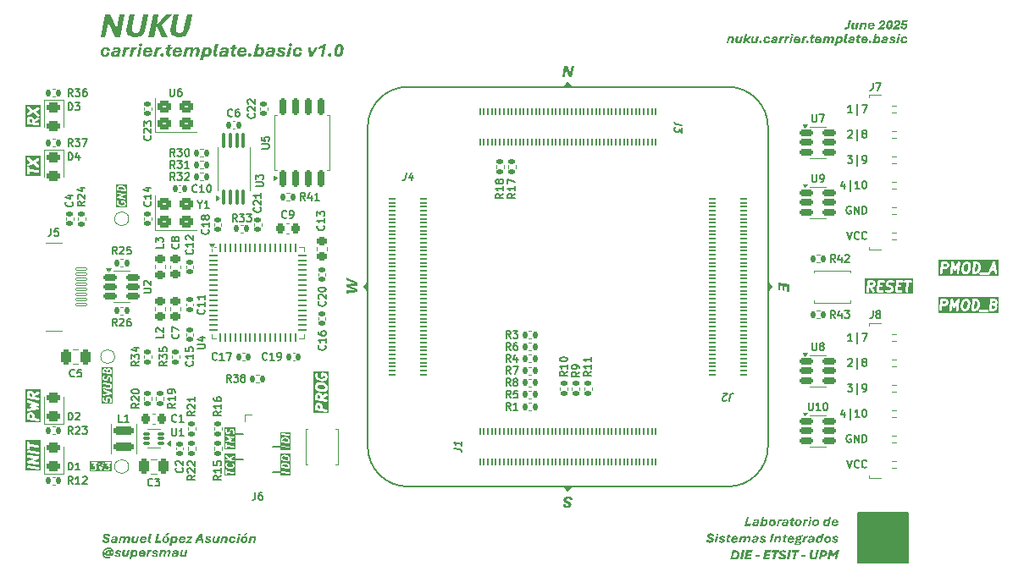
<source format=gto>
G04 #@! TF.GenerationSoftware,KiCad,Pcbnew,9.0.2*
G04 #@! TF.CreationDate,2025-06-25T17:31:32+02:00*
G04 #@! TF.ProjectId,nuku-carrier-template-basic,6e756b75-2d63-4617-9272-6965722d7465,0*
G04 #@! TF.SameCoordinates,Original*
G04 #@! TF.FileFunction,Legend,Top*
G04 #@! TF.FilePolarity,Positive*
%FSLAX46Y46*%
G04 Gerber Fmt 4.6, Leading zero omitted, Abs format (unit mm)*
G04 Created by KiCad (PCBNEW 9.0.2) date 2025-06-25 17:31:32*
%MOMM*%
%LPD*%
G01*
G04 APERTURE LIST*
G04 Aperture macros list*
%AMRoundRect*
0 Rectangle with rounded corners*
0 $1 Rounding radius*
0 $2 $3 $4 $5 $6 $7 $8 $9 X,Y pos of 4 corners*
0 Add a 4 corners polygon primitive as box body*
4,1,4,$2,$3,$4,$5,$6,$7,$8,$9,$2,$3,0*
0 Add four circle primitives for the rounded corners*
1,1,$1+$1,$2,$3*
1,1,$1+$1,$4,$5*
1,1,$1+$1,$6,$7*
1,1,$1+$1,$8,$9*
0 Add four rect primitives between the rounded corners*
20,1,$1+$1,$2,$3,$4,$5,0*
20,1,$1+$1,$4,$5,$6,$7,0*
20,1,$1+$1,$6,$7,$8,$9,0*
20,1,$1+$1,$8,$9,$2,$3,0*%
G04 Aperture macros list end*
%ADD10C,0.150000*%
%ADD11C,0.250000*%
%ADD12C,0.120000*%
%ADD13C,0.100000*%
%ADD14C,0.787400*%
%ADD15C,0.990600*%
%ADD16RoundRect,0.135000X0.135000X0.185000X-0.135000X0.185000X-0.135000X-0.185000X0.135000X-0.185000X0*%
%ADD17RoundRect,0.135000X0.185000X-0.135000X0.185000X0.135000X-0.185000X0.135000X-0.185000X-0.135000X0*%
%ADD18RoundRect,0.140000X-0.170000X0.140000X-0.170000X-0.140000X0.170000X-0.140000X0.170000X0.140000X0*%
%ADD19RoundRect,0.218750X0.256250X-0.218750X0.256250X0.218750X-0.256250X0.218750X-0.256250X-0.218750X0*%
%ADD20RoundRect,0.140000X0.170000X-0.140000X0.170000X0.140000X-0.170000X0.140000X-0.170000X-0.140000X0*%
%ADD21RoundRect,0.150000X-0.512500X-0.150000X0.512500X-0.150000X0.512500X0.150000X-0.512500X0.150000X0*%
%ADD22O,1.800000X1.000000*%
%ADD23O,2.100000X1.000000*%
%ADD24R,1.150000X0.300000*%
%ADD25RoundRect,0.049213X-0.525787X0.100787X-0.525787X-0.100787X0.525787X-0.100787X0.525787X0.100787X0*%
%ADD26C,0.650000*%
%ADD27C,1.000000*%
%ADD28RoundRect,0.218750X-0.256250X0.218750X-0.256250X-0.218750X0.256250X-0.218750X0.256250X0.218750X0*%
%ADD29RoundRect,0.162500X0.162500X-0.650000X0.162500X0.650000X-0.162500X0.650000X-0.162500X-0.650000X0*%
%ADD30RoundRect,0.100000X0.100000X-0.637500X0.100000X0.637500X-0.100000X0.637500X-0.100000X-0.637500X0*%
%ADD31RoundRect,0.135000X-0.135000X-0.185000X0.135000X-0.185000X0.135000X0.185000X-0.135000X0.185000X0*%
%ADD32RoundRect,0.225000X-0.250000X0.225000X-0.250000X-0.225000X0.250000X-0.225000X0.250000X0.225000X0*%
%ADD33RoundRect,0.243750X-0.456250X0.243750X-0.456250X-0.243750X0.456250X-0.243750X0.456250X0.243750X0*%
%ADD34RoundRect,0.140000X-0.140000X-0.170000X0.140000X-0.170000X0.140000X0.170000X-0.140000X0.170000X0*%
%ADD35RoundRect,0.225000X0.225000X0.250000X-0.225000X0.250000X-0.225000X-0.250000X0.225000X-0.250000X0*%
%ADD36RoundRect,0.050000X0.300000X-0.050000X0.300000X0.050000X-0.300000X0.050000X-0.300000X-0.050000X0*%
%ADD37RoundRect,0.243750X0.456250X-0.243750X0.456250X0.243750X-0.456250X0.243750X-0.456250X-0.243750X0*%
%ADD38C,3.600000*%
%ADD39C,6.400000*%
%ADD40RoundRect,0.050000X-0.050000X-0.300000X0.050000X-0.300000X0.050000X0.300000X-0.050000X0.300000X0*%
%ADD41RoundRect,0.050000X-0.300000X0.050000X-0.300000X-0.050000X0.300000X-0.050000X0.300000X0.050000X0*%
%ADD42RoundRect,0.250000X0.250000X0.475000X-0.250000X0.475000X-0.250000X-0.475000X0.250000X-0.475000X0*%
%ADD43RoundRect,0.050000X0.050000X0.300000X-0.050000X0.300000X-0.050000X-0.300000X0.050000X-0.300000X0*%
%ADD44RoundRect,0.135000X-0.185000X0.135000X-0.185000X-0.135000X0.185000X-0.135000X0.185000X0.135000X0*%
%ADD45RoundRect,0.250000X-0.450000X-0.350000X0.450000X-0.350000X0.450000X0.350000X-0.450000X0.350000X0*%
%ADD46RoundRect,0.062500X-0.337500X-0.062500X0.337500X-0.062500X0.337500X0.062500X-0.337500X0.062500X0*%
%ADD47RoundRect,0.062500X-0.062500X-0.337500X0.062500X-0.337500X0.062500X0.337500X-0.062500X0.337500X0*%
%ADD48R,4.350000X4.350000*%
%ADD49R,1.700000X1.700000*%
%ADD50C,1.700000*%
%ADD51R,2.000000X1.050000*%
%ADD52RoundRect,0.225000X0.250000X-0.225000X0.250000X0.225000X-0.250000X0.225000X-0.250000X-0.225000X0*%
%ADD53R,1.050000X2.000000*%
%ADD54RoundRect,0.212500X-0.787500X0.212500X-0.787500X-0.212500X0.787500X-0.212500X0.787500X0.212500X0*%
%ADD55RoundRect,0.250000X-0.250000X-0.475000X0.250000X-0.475000X0.250000X0.475000X-0.250000X0.475000X0*%
%ADD56RoundRect,0.087500X0.250000X0.087500X-0.250000X0.087500X-0.250000X-0.087500X0.250000X-0.087500X0*%
G04 APERTURE END LIST*
D10*
X116000000Y-122250000D02*
X115250000Y-122250000D01*
G36*
X120299667Y-122764865D02*
G01*
X120427217Y-122812696D01*
X120483126Y-122847639D01*
X120536853Y-122908081D01*
X120564164Y-122993426D01*
X120564164Y-123075331D01*
X119964164Y-123000331D01*
X119964164Y-122900639D01*
X119989196Y-122828668D01*
X120035421Y-122788222D01*
X120085800Y-122769330D01*
X120210592Y-122753731D01*
X120299667Y-122764865D01*
G37*
G36*
X120371098Y-121988080D02*
G01*
X120488300Y-122032031D01*
X120540198Y-122090415D01*
X120564164Y-122141341D01*
X120564164Y-122248683D01*
X120543731Y-122286994D01*
X120499922Y-122325326D01*
X120389164Y-122339171D01*
X120157227Y-122310179D01*
X120040026Y-122266227D01*
X119988127Y-122207840D01*
X119964164Y-122156916D01*
X119964164Y-122049576D01*
X119984594Y-122011267D01*
X120028405Y-121972933D01*
X120139163Y-121959088D01*
X120371098Y-121988080D01*
G37*
G36*
X120797497Y-123902004D02*
G01*
X119730831Y-123902004D01*
X119730831Y-123316541D01*
X119814164Y-123316541D01*
X119814164Y-123745112D01*
X119815605Y-123759744D01*
X119826804Y-123786780D01*
X119847496Y-123807472D01*
X119874532Y-123818671D01*
X119903796Y-123818671D01*
X119930832Y-123807472D01*
X119951524Y-123786780D01*
X119962723Y-123759744D01*
X119964164Y-123745112D01*
X119964164Y-123615785D01*
X120629862Y-123698998D01*
X120644559Y-123699383D01*
X120672776Y-123691624D01*
X120695875Y-123673658D01*
X120710340Y-123648220D01*
X120713970Y-123619182D01*
X120706211Y-123590966D01*
X120688245Y-123567867D01*
X120662807Y-123553401D01*
X120648467Y-123550156D01*
X119964164Y-123464618D01*
X119964164Y-123316541D01*
X119962723Y-123301909D01*
X119951524Y-123274873D01*
X119930832Y-123254181D01*
X119903796Y-123242982D01*
X119874532Y-123242982D01*
X119847496Y-123254181D01*
X119826804Y-123274873D01*
X119815605Y-123301909D01*
X119814164Y-123316541D01*
X119730831Y-123316541D01*
X119730831Y-122887969D01*
X119814164Y-122887969D01*
X119814164Y-123066540D01*
X119814546Y-123070425D01*
X119814358Y-123071935D01*
X119814883Y-123073846D01*
X119815605Y-123081172D01*
X119819451Y-123090458D01*
X119822117Y-123100151D01*
X119825004Y-123103863D01*
X119826804Y-123108208D01*
X119833912Y-123115316D01*
X119840083Y-123123250D01*
X119844170Y-123125574D01*
X119847496Y-123128900D01*
X119856783Y-123132746D01*
X119865521Y-123137716D01*
X119872702Y-123139341D01*
X119874532Y-123140099D01*
X119876052Y-123140099D01*
X119879861Y-123140961D01*
X120629862Y-123234711D01*
X120644559Y-123235096D01*
X120649094Y-123233849D01*
X120653796Y-123233849D01*
X120663081Y-123230002D01*
X120672776Y-123227337D01*
X120676489Y-123224448D01*
X120680832Y-123222650D01*
X120687936Y-123215545D01*
X120695875Y-123209371D01*
X120698200Y-123205281D01*
X120701524Y-123201958D01*
X120705370Y-123192673D01*
X120710340Y-123183933D01*
X120710923Y-123179266D01*
X120712723Y-123174922D01*
X120714164Y-123160290D01*
X120714164Y-122981719D01*
X120713520Y-122975186D01*
X120713683Y-122973236D01*
X120713028Y-122970187D01*
X120712723Y-122967087D01*
X120711974Y-122965279D01*
X120710596Y-122958861D01*
X120674882Y-122847254D01*
X120669050Y-122833757D01*
X120668451Y-122833049D01*
X120668149Y-122832178D01*
X120659505Y-122820284D01*
X120588077Y-122739927D01*
X120584434Y-122736561D01*
X120583415Y-122735132D01*
X120580230Y-122732677D01*
X120577278Y-122729949D01*
X120575697Y-122729182D01*
X120571770Y-122726155D01*
X120500342Y-122681512D01*
X120500183Y-122681433D01*
X120500121Y-122681375D01*
X120493771Y-122678253D01*
X120487170Y-122674979D01*
X120487082Y-122674964D01*
X120486927Y-122674888D01*
X120344070Y-122621315D01*
X120342150Y-122620803D01*
X120341378Y-122620364D01*
X120335598Y-122619056D01*
X120329863Y-122617527D01*
X120328973Y-122617557D01*
X120327037Y-122617119D01*
X120219894Y-122603727D01*
X120217123Y-122603654D01*
X120215987Y-122603342D01*
X120210591Y-122603483D01*
X120205196Y-122603342D01*
X120204059Y-122603654D01*
X120201290Y-122603727D01*
X120058432Y-122621584D01*
X120056495Y-122622022D01*
X120055608Y-122621992D01*
X120049880Y-122623519D01*
X120044092Y-122624829D01*
X120043318Y-122625268D01*
X120041401Y-122625780D01*
X119969973Y-122652565D01*
X119960333Y-122657304D01*
X119958880Y-122657796D01*
X119957881Y-122658510D01*
X119956779Y-122659052D01*
X119955657Y-122660099D01*
X119946919Y-122666347D01*
X119875490Y-122728847D01*
X119865427Y-122739566D01*
X119863337Y-122743790D01*
X119860209Y-122747305D01*
X119854041Y-122760651D01*
X119818327Y-122863330D01*
X119816345Y-122871549D01*
X119815605Y-122873337D01*
X119815391Y-122875507D01*
X119814881Y-122877624D01*
X119814992Y-122879552D01*
X119814164Y-122887969D01*
X119730831Y-122887969D01*
X119730831Y-122030826D01*
X119814164Y-122030826D01*
X119814164Y-122173683D01*
X119815605Y-122188315D01*
X119816291Y-122189972D01*
X119816376Y-122191765D01*
X119821302Y-122205618D01*
X119857016Y-122281510D01*
X119859597Y-122285835D01*
X119860178Y-122287510D01*
X119862515Y-122290725D01*
X119864550Y-122294136D01*
X119865859Y-122295327D01*
X119868822Y-122299404D01*
X119940251Y-122379760D01*
X119951049Y-122389739D01*
X119954210Y-122391271D01*
X119956778Y-122393671D01*
X119969972Y-122400158D01*
X120112830Y-122453730D01*
X120114748Y-122454241D01*
X120115521Y-122454681D01*
X120121305Y-122455989D01*
X120127036Y-122457518D01*
X120127924Y-122457487D01*
X120129861Y-122457926D01*
X120379862Y-122489176D01*
X120382632Y-122489248D01*
X120383769Y-122489561D01*
X120389164Y-122489419D01*
X120394560Y-122489561D01*
X120395696Y-122489248D01*
X120398467Y-122489176D01*
X120541324Y-122471319D01*
X120541593Y-122471258D01*
X120541727Y-122471267D01*
X120542077Y-122471148D01*
X120555664Y-122468074D01*
X120562260Y-122464322D01*
X120569448Y-122461892D01*
X120580777Y-122453792D01*
X120581102Y-122453608D01*
X120581185Y-122453500D01*
X120581409Y-122453341D01*
X120652837Y-122390842D01*
X120660323Y-122382866D01*
X120661470Y-122381924D01*
X120662111Y-122380961D01*
X120662900Y-122380122D01*
X120663555Y-122378797D01*
X120669627Y-122369692D01*
X120705341Y-122302727D01*
X120710955Y-122289138D01*
X120711312Y-122285469D01*
X120712723Y-122282065D01*
X120714164Y-122267433D01*
X120714164Y-122124576D01*
X120712723Y-122109944D01*
X120712036Y-122108286D01*
X120711952Y-122106494D01*
X120707025Y-122092641D01*
X120671312Y-122016748D01*
X120668728Y-122012419D01*
X120668149Y-122010749D01*
X120665814Y-122007536D01*
X120663777Y-122004123D01*
X120662467Y-122002931D01*
X120659505Y-121998855D01*
X120588077Y-121918498D01*
X120577278Y-121908520D01*
X120574117Y-121906987D01*
X120571549Y-121904588D01*
X120558355Y-121898101D01*
X120415498Y-121844530D01*
X120413579Y-121844018D01*
X120412807Y-121843579D01*
X120407022Y-121842270D01*
X120401292Y-121840742D01*
X120400403Y-121840772D01*
X120398467Y-121840334D01*
X120148467Y-121809084D01*
X120145695Y-121809011D01*
X120144559Y-121808699D01*
X120139164Y-121808840D01*
X120133769Y-121808699D01*
X120132632Y-121809011D01*
X120129862Y-121809084D01*
X119987004Y-121826941D01*
X119986734Y-121827001D01*
X119986601Y-121826993D01*
X119986250Y-121827111D01*
X119972664Y-121830186D01*
X119966067Y-121833937D01*
X119958880Y-121836368D01*
X119947550Y-121844467D01*
X119947226Y-121844652D01*
X119947142Y-121844759D01*
X119946919Y-121844919D01*
X119875490Y-121907419D01*
X119868000Y-121915396D01*
X119866858Y-121916336D01*
X119866218Y-121917294D01*
X119865427Y-121918138D01*
X119864769Y-121919468D01*
X119858701Y-121928568D01*
X119822987Y-121995532D01*
X119817373Y-122009121D01*
X119817015Y-122012789D01*
X119815605Y-122016194D01*
X119814164Y-122030826D01*
X119730831Y-122030826D01*
X119730831Y-121725366D01*
X120797497Y-121725366D01*
X120797497Y-123902004D01*
G37*
X116000000Y-119710000D02*
X115250000Y-119710000D01*
X119000000Y-123540000D02*
X119750000Y-123540000D01*
G36*
X120299667Y-120186294D02*
G01*
X120427217Y-120234125D01*
X120483126Y-120269068D01*
X120536853Y-120329510D01*
X120564164Y-120414855D01*
X120564164Y-120496760D01*
X119964164Y-120421760D01*
X119964164Y-120322068D01*
X119989196Y-120250097D01*
X120035421Y-120209651D01*
X120085800Y-120190759D01*
X120210592Y-120175160D01*
X120299667Y-120186294D01*
G37*
G36*
X120797497Y-121323433D02*
G01*
X119730831Y-121323433D01*
X119730831Y-120737970D01*
X119814164Y-120737970D01*
X119814164Y-121166541D01*
X119815605Y-121181173D01*
X119826804Y-121208209D01*
X119847496Y-121228901D01*
X119874532Y-121240100D01*
X119903796Y-121240100D01*
X119930832Y-121228901D01*
X119951524Y-121208209D01*
X119962723Y-121181173D01*
X119964164Y-121166541D01*
X119964164Y-121037214D01*
X120629862Y-121120427D01*
X120644559Y-121120812D01*
X120672776Y-121113053D01*
X120695875Y-121095087D01*
X120710340Y-121069649D01*
X120713970Y-121040611D01*
X120706211Y-121012395D01*
X120688245Y-120989296D01*
X120662807Y-120974830D01*
X120648467Y-120971585D01*
X119964164Y-120886047D01*
X119964164Y-120737970D01*
X119962723Y-120723338D01*
X119951524Y-120696302D01*
X119930832Y-120675610D01*
X119903796Y-120664411D01*
X119874532Y-120664411D01*
X119847496Y-120675610D01*
X119826804Y-120696302D01*
X119815605Y-120723338D01*
X119814164Y-120737970D01*
X119730831Y-120737970D01*
X119730831Y-120309398D01*
X119814164Y-120309398D01*
X119814164Y-120487969D01*
X119814546Y-120491854D01*
X119814358Y-120493364D01*
X119814883Y-120495275D01*
X119815605Y-120502601D01*
X119819451Y-120511887D01*
X119822117Y-120521580D01*
X119825004Y-120525292D01*
X119826804Y-120529637D01*
X119833912Y-120536745D01*
X119840083Y-120544679D01*
X119844170Y-120547003D01*
X119847496Y-120550329D01*
X119856783Y-120554175D01*
X119865521Y-120559145D01*
X119872702Y-120560770D01*
X119874532Y-120561528D01*
X119876052Y-120561528D01*
X119879861Y-120562390D01*
X120629862Y-120656140D01*
X120644559Y-120656525D01*
X120649094Y-120655278D01*
X120653796Y-120655278D01*
X120663081Y-120651431D01*
X120672776Y-120648766D01*
X120676489Y-120645877D01*
X120680832Y-120644079D01*
X120687936Y-120636974D01*
X120695875Y-120630800D01*
X120698200Y-120626710D01*
X120701524Y-120623387D01*
X120705370Y-120614102D01*
X120710340Y-120605362D01*
X120710923Y-120600695D01*
X120712723Y-120596351D01*
X120714164Y-120581719D01*
X120714164Y-120403148D01*
X120713520Y-120396615D01*
X120713683Y-120394665D01*
X120713028Y-120391616D01*
X120712723Y-120388516D01*
X120711974Y-120386708D01*
X120710596Y-120380290D01*
X120674882Y-120268683D01*
X120669050Y-120255186D01*
X120668451Y-120254478D01*
X120668149Y-120253607D01*
X120659505Y-120241713D01*
X120588077Y-120161356D01*
X120584434Y-120157990D01*
X120583415Y-120156561D01*
X120580230Y-120154106D01*
X120577278Y-120151378D01*
X120575697Y-120150611D01*
X120571770Y-120147584D01*
X120500342Y-120102941D01*
X120500183Y-120102862D01*
X120500121Y-120102804D01*
X120493771Y-120099682D01*
X120487170Y-120096408D01*
X120487082Y-120096393D01*
X120486927Y-120096317D01*
X120344070Y-120042744D01*
X120342150Y-120042232D01*
X120341378Y-120041793D01*
X120335598Y-120040485D01*
X120329863Y-120038956D01*
X120328973Y-120038986D01*
X120327037Y-120038548D01*
X120219894Y-120025156D01*
X120217123Y-120025083D01*
X120215987Y-120024771D01*
X120210591Y-120024912D01*
X120205196Y-120024771D01*
X120204059Y-120025083D01*
X120201290Y-120025156D01*
X120058432Y-120043013D01*
X120056495Y-120043451D01*
X120055608Y-120043421D01*
X120049880Y-120044948D01*
X120044092Y-120046258D01*
X120043318Y-120046697D01*
X120041401Y-120047209D01*
X119969973Y-120073994D01*
X119960333Y-120078733D01*
X119958880Y-120079225D01*
X119957881Y-120079939D01*
X119956779Y-120080481D01*
X119955657Y-120081528D01*
X119946919Y-120087776D01*
X119875490Y-120150276D01*
X119865427Y-120160995D01*
X119863337Y-120165219D01*
X119860209Y-120168734D01*
X119854041Y-120182080D01*
X119818327Y-120284759D01*
X119816345Y-120292978D01*
X119815605Y-120294766D01*
X119815391Y-120296936D01*
X119814881Y-120299053D01*
X119814992Y-120300981D01*
X119814164Y-120309398D01*
X119730831Y-120309398D01*
X119730831Y-119743364D01*
X119814358Y-119743364D01*
X119822117Y-119771580D01*
X119840083Y-119794679D01*
X119865521Y-119809145D01*
X119879861Y-119812390D01*
X120629862Y-119906140D01*
X120644559Y-119906525D01*
X120672776Y-119898766D01*
X120695875Y-119880800D01*
X120710340Y-119855362D01*
X120713970Y-119826324D01*
X120706211Y-119798108D01*
X120688245Y-119775009D01*
X120662807Y-119760543D01*
X120648467Y-119757298D01*
X119898467Y-119663548D01*
X119883769Y-119663163D01*
X119855553Y-119670922D01*
X119832454Y-119688888D01*
X119817988Y-119714326D01*
X119814358Y-119743364D01*
X119730831Y-119743364D01*
X119730831Y-119579830D01*
X120797497Y-119579830D01*
X120797497Y-121323433D01*
G37*
G36*
X115247497Y-121297493D02*
G01*
X114180831Y-121297493D01*
X114180831Y-120712030D01*
X114264164Y-120712030D01*
X114264164Y-121140601D01*
X114265605Y-121155233D01*
X114276804Y-121182269D01*
X114297496Y-121202961D01*
X114324532Y-121214160D01*
X114353796Y-121214160D01*
X114380832Y-121202961D01*
X114401524Y-121182269D01*
X114412723Y-121155233D01*
X114414164Y-121140601D01*
X114414164Y-121011274D01*
X115079862Y-121094487D01*
X115094559Y-121094872D01*
X115122776Y-121087113D01*
X115145875Y-121069147D01*
X115160340Y-121043709D01*
X115163970Y-121014671D01*
X115156211Y-120986455D01*
X115138245Y-120963356D01*
X115112807Y-120948890D01*
X115098467Y-120945645D01*
X114414164Y-120860107D01*
X114414164Y-120712030D01*
X114412723Y-120697398D01*
X114401524Y-120670362D01*
X114380832Y-120649670D01*
X114353796Y-120638471D01*
X114324532Y-120638471D01*
X114297496Y-120649670D01*
X114276804Y-120670362D01*
X114265605Y-120697398D01*
X114264164Y-120712030D01*
X114180831Y-120712030D01*
X114180831Y-119966136D01*
X114264277Y-119966136D01*
X114264439Y-119966770D01*
X114264358Y-119967424D01*
X114268071Y-119980928D01*
X114271548Y-119994481D01*
X114271943Y-119995007D01*
X114272117Y-119995640D01*
X114280701Y-120006676D01*
X114289114Y-120017886D01*
X114289824Y-120018406D01*
X114290083Y-120018739D01*
X114290953Y-120019233D01*
X114300973Y-120026577D01*
X114696591Y-120260651D01*
X114314915Y-120391057D01*
X114307434Y-120394464D01*
X114305553Y-120394982D01*
X114304498Y-120395801D01*
X114301535Y-120397152D01*
X114292234Y-120405340D01*
X114282454Y-120412948D01*
X114281309Y-120414959D01*
X114279572Y-120416490D01*
X114274111Y-120427617D01*
X114267988Y-120438386D01*
X114267700Y-120440682D01*
X114266681Y-120442761D01*
X114265895Y-120455128D01*
X114264358Y-120467424D01*
X114264971Y-120469656D01*
X114264825Y-120471966D01*
X114268830Y-120483689D01*
X114272117Y-120495640D01*
X114273538Y-120497467D01*
X114274287Y-120499658D01*
X114282475Y-120508958D01*
X114290083Y-120518739D01*
X114292094Y-120519883D01*
X114293625Y-120521621D01*
X114304752Y-120527081D01*
X114315521Y-120533205D01*
X114318697Y-120533923D01*
X114319896Y-120534512D01*
X114321843Y-120534635D01*
X114329861Y-120536450D01*
X115079862Y-120630200D01*
X115094559Y-120630585D01*
X115122776Y-120622826D01*
X115145875Y-120604860D01*
X115160340Y-120579422D01*
X115163970Y-120550384D01*
X115156211Y-120522168D01*
X115138245Y-120499069D01*
X115112807Y-120484603D01*
X115098467Y-120481358D01*
X114670966Y-120427920D01*
X114899127Y-120349966D01*
X114905416Y-120347100D01*
X114907330Y-120346610D01*
X114908620Y-120345641D01*
X114912507Y-120343871D01*
X114921328Y-120336103D01*
X114930735Y-120329044D01*
X114932244Y-120326492D01*
X114934470Y-120324533D01*
X114939649Y-120313977D01*
X114945637Y-120303858D01*
X114946055Y-120300922D01*
X114947361Y-120298262D01*
X114948106Y-120286530D01*
X114949766Y-120274887D01*
X114949029Y-120272014D01*
X114949217Y-120269057D01*
X114945416Y-120257932D01*
X114942494Y-120246542D01*
X114940714Y-120244171D01*
X114939756Y-120241365D01*
X114931984Y-120232538D01*
X114924928Y-120223137D01*
X114921482Y-120220611D01*
X114920417Y-120219402D01*
X114918645Y-120218532D01*
X114913069Y-120214446D01*
X114687866Y-120081200D01*
X115079862Y-120130200D01*
X115094559Y-120130585D01*
X115122776Y-120122826D01*
X115145875Y-120104860D01*
X115160340Y-120079422D01*
X115163970Y-120050384D01*
X115156211Y-120022168D01*
X115138245Y-119999069D01*
X115112807Y-119984603D01*
X115098467Y-119981358D01*
X114348467Y-119887608D01*
X114336043Y-119887282D01*
X114335057Y-119887142D01*
X114334651Y-119887246D01*
X114333769Y-119887223D01*
X114320264Y-119890936D01*
X114306712Y-119894413D01*
X114306185Y-119894808D01*
X114305553Y-119894982D01*
X114294516Y-119903566D01*
X114283307Y-119911979D01*
X114282972Y-119912545D01*
X114282454Y-119912948D01*
X114275539Y-119925106D01*
X114268405Y-119937165D01*
X114268312Y-119937815D01*
X114267988Y-119938386D01*
X114266249Y-119952289D01*
X114264277Y-119966136D01*
X114180831Y-119966136D01*
X114180831Y-119319172D01*
X114264164Y-119319172D01*
X114264164Y-119497744D01*
X114265605Y-119512376D01*
X114266291Y-119514033D01*
X114266376Y-119515826D01*
X114271303Y-119529679D01*
X114307016Y-119605570D01*
X114309597Y-119609895D01*
X114310178Y-119611569D01*
X114312515Y-119614786D01*
X114314551Y-119618196D01*
X114315859Y-119619386D01*
X114318822Y-119623463D01*
X114354536Y-119663642D01*
X114358177Y-119667006D01*
X114359198Y-119668438D01*
X114362385Y-119670895D01*
X114365334Y-119673620D01*
X114366911Y-119674385D01*
X114370842Y-119677415D01*
X114442271Y-119722058D01*
X114455442Y-119728591D01*
X114457004Y-119728852D01*
X114458379Y-119729634D01*
X114472719Y-119732879D01*
X114544148Y-119741807D01*
X114558846Y-119742192D01*
X114562152Y-119741282D01*
X114565577Y-119741399D01*
X114579784Y-119737611D01*
X114651212Y-119710826D01*
X114660851Y-119706086D01*
X114662305Y-119705595D01*
X114663303Y-119704880D01*
X114664406Y-119704339D01*
X114665527Y-119703291D01*
X114674266Y-119697044D01*
X114709980Y-119665794D01*
X114717465Y-119657819D01*
X114718611Y-119656878D01*
X114719252Y-119655916D01*
X114720043Y-119655074D01*
X114720700Y-119653744D01*
X114726768Y-119644645D01*
X114762483Y-119577680D01*
X114763302Y-119575696D01*
X114763876Y-119574935D01*
X114765874Y-119569472D01*
X114768098Y-119564092D01*
X114768190Y-119563142D01*
X114768928Y-119561127D01*
X114802406Y-119431396D01*
X114827453Y-119384433D01*
X114842564Y-119371211D01*
X114883911Y-119355706D01*
X114920587Y-119360290D01*
X114968842Y-119390451D01*
X114990200Y-119414477D01*
X115014164Y-119465401D01*
X115014164Y-119614537D01*
X114982613Y-119705247D01*
X114979167Y-119719540D01*
X114980862Y-119748755D01*
X114993608Y-119775096D01*
X115015465Y-119794555D01*
X115043104Y-119804169D01*
X115072319Y-119802474D01*
X115098660Y-119789728D01*
X115118119Y-119767871D01*
X115124287Y-119754525D01*
X115160001Y-119651847D01*
X115161982Y-119643626D01*
X115162723Y-119641840D01*
X115162936Y-119639670D01*
X115163447Y-119637554D01*
X115163335Y-119635624D01*
X115164164Y-119627208D01*
X115164164Y-119448636D01*
X115162723Y-119434004D01*
X115162036Y-119432346D01*
X115161952Y-119430554D01*
X115157025Y-119416701D01*
X115121311Y-119340809D01*
X115118731Y-119336485D01*
X115118150Y-119334810D01*
X115115811Y-119331592D01*
X115113777Y-119328183D01*
X115112467Y-119326991D01*
X115109506Y-119322917D01*
X115073790Y-119282737D01*
X115070150Y-119279373D01*
X115069130Y-119277943D01*
X115065943Y-119275486D01*
X115062992Y-119272759D01*
X115061412Y-119271993D01*
X115057486Y-119268966D01*
X114986057Y-119224322D01*
X114972886Y-119217789D01*
X114971323Y-119217527D01*
X114969949Y-119216746D01*
X114955609Y-119213501D01*
X114884180Y-119204573D01*
X114869482Y-119204188D01*
X114866175Y-119205097D01*
X114862751Y-119204981D01*
X114848544Y-119208769D01*
X114777116Y-119235554D01*
X114767480Y-119240291D01*
X114766024Y-119240784D01*
X114765022Y-119241499D01*
X114763922Y-119242041D01*
X114762802Y-119243087D01*
X114754063Y-119249335D01*
X114718348Y-119280585D01*
X114710861Y-119288560D01*
X114709715Y-119289503D01*
X114709073Y-119290464D01*
X114708285Y-119291305D01*
X114707629Y-119292631D01*
X114701558Y-119301736D01*
X114665844Y-119368700D01*
X114665023Y-119370685D01*
X114664452Y-119371445D01*
X114662454Y-119376904D01*
X114660230Y-119382289D01*
X114660137Y-119383237D01*
X114659400Y-119385253D01*
X114625920Y-119514985D01*
X114600875Y-119561945D01*
X114585763Y-119575168D01*
X114544416Y-119590673D01*
X114507739Y-119586088D01*
X114459484Y-119555929D01*
X114438127Y-119531902D01*
X114414164Y-119480979D01*
X114414164Y-119331842D01*
X114445715Y-119241133D01*
X114449161Y-119226840D01*
X114447466Y-119197625D01*
X114434720Y-119171284D01*
X114412864Y-119151824D01*
X114385224Y-119142211D01*
X114356009Y-119143906D01*
X114329668Y-119156652D01*
X114310209Y-119178508D01*
X114304041Y-119191855D01*
X114268327Y-119294533D01*
X114266345Y-119302753D01*
X114265605Y-119304540D01*
X114265391Y-119306709D01*
X114264881Y-119308826D01*
X114264992Y-119310755D01*
X114264164Y-119319172D01*
X114180831Y-119319172D01*
X114180831Y-119058878D01*
X115247497Y-119058878D01*
X115247497Y-121297493D01*
G37*
X119000000Y-121000000D02*
X119750000Y-121000000D01*
G36*
X115247497Y-123897493D02*
G01*
X114180831Y-123897493D01*
X114180831Y-123312030D01*
X114264164Y-123312030D01*
X114264164Y-123740601D01*
X114265605Y-123755233D01*
X114276804Y-123782269D01*
X114297496Y-123802961D01*
X114324532Y-123814160D01*
X114353796Y-123814160D01*
X114380832Y-123802961D01*
X114401524Y-123782269D01*
X114412723Y-123755233D01*
X114414164Y-123740601D01*
X114414164Y-123611274D01*
X115079862Y-123694487D01*
X115094559Y-123694872D01*
X115122776Y-123687113D01*
X115145875Y-123669147D01*
X115160340Y-123643709D01*
X115163970Y-123614671D01*
X115156211Y-123586455D01*
X115138245Y-123563356D01*
X115112807Y-123548890D01*
X115098467Y-123545645D01*
X114414164Y-123460107D01*
X114414164Y-123312030D01*
X114412723Y-123297398D01*
X114401524Y-123270362D01*
X114380832Y-123249670D01*
X114353796Y-123238471D01*
X114324532Y-123238471D01*
X114297496Y-123249670D01*
X114276804Y-123270362D01*
X114265605Y-123297398D01*
X114264164Y-123312030D01*
X114180831Y-123312030D01*
X114180831Y-122776315D01*
X114264164Y-122776315D01*
X114264164Y-122847744D01*
X114264807Y-122854276D01*
X114264645Y-122856227D01*
X114265299Y-122859275D01*
X114265605Y-122862376D01*
X114266353Y-122864183D01*
X114267732Y-122870602D01*
X114303446Y-122982209D01*
X114309278Y-122995706D01*
X114309874Y-122996411D01*
X114310178Y-122997285D01*
X114318822Y-123009179D01*
X114390251Y-123089535D01*
X114393893Y-123092900D01*
X114394913Y-123094331D01*
X114398095Y-123096784D01*
X114401049Y-123099514D01*
X114402630Y-123100280D01*
X114406557Y-123103308D01*
X114477985Y-123147951D01*
X114478141Y-123148028D01*
X114478206Y-123148089D01*
X114484731Y-123151296D01*
X114491157Y-123154484D01*
X114491243Y-123154498D01*
X114491401Y-123154576D01*
X114634258Y-123208147D01*
X114636176Y-123208658D01*
X114636949Y-123209098D01*
X114642733Y-123210406D01*
X114648464Y-123211935D01*
X114649352Y-123211904D01*
X114651289Y-123212343D01*
X114758432Y-123225736D01*
X114761203Y-123225808D01*
X114762340Y-123226121D01*
X114767735Y-123225979D01*
X114773130Y-123226121D01*
X114774266Y-123225808D01*
X114777038Y-123225736D01*
X114919895Y-123207879D01*
X114921831Y-123207440D01*
X114922720Y-123207471D01*
X114928450Y-123205942D01*
X114934235Y-123204634D01*
X114935007Y-123204194D01*
X114936926Y-123203683D01*
X115008355Y-123176897D01*
X115017997Y-123172156D01*
X115019448Y-123171666D01*
X115020444Y-123170953D01*
X115021550Y-123170410D01*
X115022674Y-123169359D01*
X115031409Y-123163115D01*
X115102837Y-123100616D01*
X115112900Y-123089896D01*
X115114987Y-123085673D01*
X115118119Y-123082157D01*
X115124287Y-123068811D01*
X115160001Y-122966133D01*
X115161982Y-122957912D01*
X115162723Y-122956126D01*
X115162936Y-122953956D01*
X115163447Y-122951840D01*
X115163335Y-122949910D01*
X115164164Y-122941494D01*
X115164164Y-122870065D01*
X115163520Y-122863532D01*
X115163683Y-122861582D01*
X115163028Y-122858533D01*
X115162723Y-122855433D01*
X115161974Y-122853625D01*
X115160596Y-122847207D01*
X115124882Y-122735600D01*
X115119050Y-122722103D01*
X115118453Y-122721397D01*
X115118150Y-122720524D01*
X115109506Y-122708631D01*
X115073790Y-122668451D01*
X115062992Y-122658473D01*
X115036660Y-122645706D01*
X115007448Y-122643988D01*
X114979801Y-122653580D01*
X114957929Y-122673022D01*
X114945162Y-122699354D01*
X114943444Y-122728566D01*
X114953036Y-122756213D01*
X114961680Y-122768107D01*
X114986853Y-122796426D01*
X115014164Y-122881772D01*
X115014164Y-122928823D01*
X114989131Y-123000793D01*
X114942907Y-123041239D01*
X114892525Y-123060132D01*
X114767735Y-123075731D01*
X114678657Y-123064596D01*
X114551107Y-123016765D01*
X114495199Y-122981822D01*
X114441474Y-122921380D01*
X114414164Y-122836036D01*
X114414164Y-122788985D01*
X114439197Y-122717015D01*
X114459980Y-122698830D01*
X114470043Y-122688110D01*
X114483015Y-122661879D01*
X114484961Y-122632681D01*
X114475586Y-122604959D01*
X114456315Y-122582936D01*
X114430084Y-122569964D01*
X114400886Y-122568018D01*
X114373165Y-122577393D01*
X114361204Y-122585944D01*
X114325490Y-122617194D01*
X114315427Y-122627914D01*
X114313339Y-122632134D01*
X114310209Y-122635651D01*
X114304041Y-122648998D01*
X114268327Y-122751676D01*
X114266345Y-122759896D01*
X114265605Y-122761683D01*
X114265391Y-122763852D01*
X114264881Y-122765969D01*
X114264992Y-122767898D01*
X114264164Y-122776315D01*
X114180831Y-122776315D01*
X114180831Y-122317424D01*
X114264358Y-122317424D01*
X114272117Y-122345640D01*
X114290083Y-122368739D01*
X114315521Y-122383205D01*
X114329861Y-122386450D01*
X115079862Y-122480200D01*
X115094559Y-122480585D01*
X115122776Y-122472826D01*
X115145875Y-122454860D01*
X115160340Y-122429422D01*
X115163970Y-122400384D01*
X115156211Y-122372168D01*
X115138245Y-122349069D01*
X115112807Y-122334603D01*
X115098467Y-122331358D01*
X114805040Y-122294679D01*
X114775639Y-122261603D01*
X115128914Y-122040808D01*
X115140558Y-122031831D01*
X115157549Y-122008005D01*
X115164129Y-121979492D01*
X115159297Y-121950630D01*
X115143787Y-121925814D01*
X115119961Y-121908823D01*
X115091448Y-121902243D01*
X115062586Y-121907075D01*
X115049414Y-121913608D01*
X114674561Y-122147890D01*
X114395220Y-121833631D01*
X114384422Y-121823652D01*
X114358090Y-121810885D01*
X114328877Y-121809167D01*
X114301230Y-121818758D01*
X114279358Y-121838200D01*
X114266591Y-121864532D01*
X114264873Y-121893745D01*
X114274464Y-121921392D01*
X114283108Y-121933285D01*
X114579260Y-122266457D01*
X114348467Y-122237608D01*
X114333769Y-122237223D01*
X114305553Y-122244982D01*
X114282454Y-122262948D01*
X114267988Y-122288386D01*
X114264358Y-122317424D01*
X114180831Y-122317424D01*
X114180831Y-121725834D01*
X115247497Y-121725834D01*
X115247497Y-123897493D01*
G37*
X168900000Y-105000000D02*
X168500000Y-105400000D01*
X168500000Y-104600000D01*
X168900000Y-105000000D01*
G36*
X168900000Y-105000000D02*
G01*
X168500000Y-105400000D01*
X168500000Y-104600000D01*
X168900000Y-105000000D01*
G37*
X168500000Y-121000000D02*
G75*
G02*
X164500000Y-125000000I-4000000J0D01*
G01*
X148500000Y-125400000D02*
X148100000Y-125000000D01*
X148900000Y-125000000D01*
X148500000Y-125400000D01*
G36*
X148500000Y-125400000D02*
G01*
X148100000Y-125000000D01*
X148900000Y-125000000D01*
X148500000Y-125400000D01*
G37*
X132500000Y-125000000D02*
G75*
G02*
X128500000Y-121000000I0J4000000D01*
G01*
X168500000Y-89000000D02*
X168500000Y-121000000D01*
X177500000Y-127600000D02*
X182500000Y-127600000D01*
X182500000Y-132600000D01*
X177500000Y-132600000D01*
X177500000Y-127600000D01*
G36*
X177500000Y-127600000D02*
G01*
X182500000Y-127600000D01*
X182500000Y-132600000D01*
X177500000Y-132600000D01*
X177500000Y-127600000D01*
G37*
X128500000Y-121000000D02*
X128500000Y-89000000D01*
X128500000Y-105400000D02*
X128100000Y-105000000D01*
X128500000Y-104600000D01*
X128500000Y-105400000D01*
G36*
X128500000Y-105400000D02*
G01*
X128100000Y-105000000D01*
X128500000Y-104600000D01*
X128500000Y-105400000D01*
G37*
X132500000Y-85000000D02*
X164500000Y-85000000D01*
X164500000Y-125000000D02*
X132500000Y-125000000D01*
X164500000Y-85000000D02*
G75*
G02*
X168500000Y-89000000I0J-4000000D01*
G01*
X128500000Y-89000000D02*
G75*
G02*
X132500000Y-85000000I4000000J0D01*
G01*
X148900000Y-85000000D02*
X148100000Y-85000000D01*
X148500000Y-84600000D01*
X148900000Y-85000000D01*
G36*
X148900000Y-85000000D02*
G01*
X148100000Y-85000000D01*
X148500000Y-84600000D01*
X148900000Y-85000000D01*
G37*
D11*
G36*
X102214534Y-81979780D02*
G01*
X102124204Y-81973052D01*
X102043761Y-81953644D01*
X101971585Y-81922163D01*
X101907816Y-81877554D01*
X101856327Y-81820495D01*
X101816174Y-81749313D01*
X101792288Y-81670853D01*
X101783841Y-81575820D01*
X101793691Y-81460117D01*
X101819526Y-81350477D01*
X101857799Y-81259588D01*
X101907641Y-81184481D01*
X101969192Y-81122964D01*
X102041994Y-81073735D01*
X102122990Y-81038223D01*
X102213668Y-81016288D01*
X102315919Y-81008671D01*
X102402257Y-81014204D01*
X102476893Y-81029905D01*
X102541599Y-81054833D01*
X102600527Y-81090408D01*
X102647742Y-81133448D01*
X102684616Y-81184428D01*
X102710040Y-81241904D01*
X102723502Y-81306609D01*
X102724281Y-81380360D01*
X102443121Y-81380360D01*
X102440646Y-81342854D01*
X102431153Y-81304534D01*
X102413369Y-81269840D01*
X102385675Y-81241788D01*
X102348962Y-81223885D01*
X102295830Y-81217169D01*
X102237016Y-81225542D01*
X102188769Y-81249643D01*
X102148454Y-81290429D01*
X102117942Y-81341617D01*
X102093808Y-81404481D01*
X102076817Y-81481232D01*
X102069191Y-81577906D01*
X102076903Y-81648124D01*
X102095966Y-81698535D01*
X102128984Y-81738327D01*
X102174123Y-81762522D01*
X102235563Y-81771282D01*
X102282904Y-81766128D01*
X102322674Y-81751419D01*
X102356524Y-81727343D01*
X102383141Y-81695198D01*
X102403261Y-81653051D01*
X102416278Y-81598432D01*
X102698464Y-81598432D01*
X102673183Y-81694975D01*
X102637895Y-81773435D01*
X102593429Y-81836754D01*
X102539719Y-81887115D01*
X102476816Y-81926015D01*
X102403033Y-81954919D01*
X102316399Y-81973267D01*
X102214534Y-81979780D01*
G37*
G36*
X103509779Y-81014104D02*
G01*
X103590671Y-81029786D01*
X103664588Y-81057908D01*
X103724541Y-81098003D01*
X103756940Y-81132218D01*
X103782066Y-81173420D01*
X103800024Y-81222811D01*
X103808456Y-81274910D01*
X103807696Y-81338090D01*
X103795750Y-81414810D01*
X103679148Y-81962000D01*
X103413204Y-81962000D01*
X103426625Y-81849758D01*
X103361290Y-81906858D01*
X103294124Y-81946783D01*
X103218458Y-81970849D01*
X103117768Y-81979780D01*
X103028262Y-81970260D01*
X102954663Y-81943364D01*
X102912460Y-81914991D01*
X102878934Y-81879159D01*
X102853278Y-81834969D01*
X102837993Y-81785994D01*
X102832839Y-81727893D01*
X102835169Y-81703311D01*
X103123670Y-81703311D01*
X103131118Y-81731303D01*
X103146833Y-81753416D01*
X103182157Y-81775834D01*
X103229583Y-81783763D01*
X103281497Y-81777851D01*
X103329087Y-81760340D01*
X103372523Y-81734527D01*
X103408930Y-81705374D01*
X103459110Y-81650834D01*
X103486892Y-81537908D01*
X103313546Y-81546080D01*
X103219068Y-81564922D01*
X103171238Y-81589241D01*
X103141058Y-81622728D01*
X103125376Y-81667076D01*
X103123670Y-81703311D01*
X102835169Y-81703311D01*
X102839429Y-81658357D01*
X102855963Y-81598034D01*
X102880447Y-81549287D01*
X102912519Y-81510126D01*
X102975238Y-81463804D01*
X103057929Y-81429599D01*
X103151201Y-81408176D01*
X103264973Y-81394550D01*
X103521343Y-81382069D01*
X103527070Y-81344285D01*
X103529862Y-81296598D01*
X103521770Y-81262903D01*
X103503724Y-81235988D01*
X103477318Y-81217340D01*
X103444843Y-81206642D01*
X103404656Y-81202807D01*
X103343902Y-81210440D01*
X103289337Y-81232983D01*
X103259557Y-81256858D01*
X103238143Y-81289263D01*
X103224881Y-81332317D01*
X102954150Y-81332317D01*
X102973909Y-81249644D01*
X103005438Y-81182594D01*
X103048182Y-81128389D01*
X103102894Y-81085265D01*
X103188743Y-81044276D01*
X103293061Y-81018078D01*
X103419958Y-81008671D01*
X103509779Y-81014104D01*
G37*
G36*
X103929961Y-81962000D02*
G01*
X104127944Y-81026452D01*
X104409105Y-81026452D01*
X104377561Y-81183744D01*
X104416841Y-81128406D01*
X104459327Y-81085052D01*
X104505190Y-81052183D01*
X104556235Y-81028464D01*
X104613966Y-81013786D01*
X104679750Y-81008671D01*
X104715141Y-81008671D01*
X104665389Y-81248713D01*
X104641538Y-81248713D01*
X104536306Y-81255466D01*
X104484858Y-81265974D01*
X104435861Y-81283933D01*
X104390796Y-81310639D01*
X104348838Y-81349072D01*
X104218815Y-81962000D01*
X103929961Y-81962000D01*
G37*
G36*
X104672655Y-81962000D02*
G01*
X104870638Y-81026452D01*
X105151798Y-81026452D01*
X105120254Y-81183744D01*
X105159535Y-81128406D01*
X105202021Y-81085052D01*
X105247883Y-81052183D01*
X105298929Y-81028464D01*
X105356660Y-81013786D01*
X105422444Y-81008671D01*
X105457834Y-81008671D01*
X105408082Y-81248713D01*
X105384232Y-81248713D01*
X105279000Y-81255466D01*
X105227552Y-81265974D01*
X105178555Y-81283933D01*
X105133489Y-81310639D01*
X105091531Y-81349072D01*
X104961509Y-81962000D01*
X104672655Y-81962000D01*
G37*
G36*
X105415348Y-81962000D02*
G01*
X105613332Y-81026452D01*
X105903126Y-81026452D01*
X105705143Y-81962000D01*
X105415348Y-81962000D01*
G37*
G36*
X105799774Y-80927973D02*
G01*
X105748416Y-80922903D01*
X105709011Y-80909039D01*
X105678813Y-80887368D01*
X105647573Y-80842554D01*
X105637267Y-80790257D01*
X105641922Y-80754421D01*
X105655580Y-80722951D01*
X105678813Y-80694684D01*
X105708900Y-80673799D01*
X105748301Y-80660371D01*
X105799774Y-80655447D01*
X105851289Y-80660408D01*
X105890166Y-80673860D01*
X105919368Y-80694684D01*
X105949487Y-80738118D01*
X105959546Y-80790257D01*
X105949536Y-80842660D01*
X105919368Y-80887368D01*
X105890053Y-80908978D01*
X105851170Y-80922866D01*
X105799774Y-80927973D01*
G37*
G36*
X106645213Y-81016766D02*
G01*
X106728165Y-81039737D01*
X106799265Y-81076546D01*
X106860416Y-81127615D01*
X106907966Y-81190541D01*
X106942709Y-81267177D01*
X106961371Y-81349817D01*
X106964654Y-81444641D01*
X106950403Y-81554407D01*
X106298152Y-81554407D01*
X106296287Y-81610503D01*
X106303879Y-81661862D01*
X106322999Y-81707607D01*
X106355000Y-81743243D01*
X106399387Y-81765687D01*
X106465532Y-81774189D01*
X106533154Y-81766196D01*
X106585553Y-81744013D01*
X106613676Y-81720679D01*
X106635136Y-81689759D01*
X106650094Y-81649637D01*
X106936041Y-81649637D01*
X106906349Y-81733544D01*
X106868256Y-81801943D01*
X106822157Y-81857172D01*
X106767721Y-81900878D01*
X106706110Y-81933641D01*
X106633095Y-81958321D01*
X106546671Y-81974137D01*
X106444502Y-81979780D01*
X106345424Y-81972184D01*
X106261846Y-81950764D01*
X106191039Y-81916778D01*
X106129480Y-81868856D01*
X106081177Y-81809402D01*
X106045202Y-81736747D01*
X106024425Y-81657641D01*
X106017531Y-81565407D01*
X106026566Y-81457211D01*
X106044705Y-81376513D01*
X106331577Y-81376513D01*
X106688306Y-81376513D01*
X106688578Y-81322783D01*
X106676851Y-81282308D01*
X106654097Y-81249295D01*
X106622311Y-81225717D01*
X106583915Y-81211603D01*
X106538194Y-81206654D01*
X106485590Y-81211893D01*
X106441034Y-81226829D01*
X106402871Y-81251106D01*
X106371625Y-81283833D01*
X106347828Y-81325048D01*
X106331577Y-81376513D01*
X106044705Y-81376513D01*
X106047740Y-81363013D01*
X106078375Y-81282126D01*
X106117864Y-81212724D01*
X106168116Y-81151125D01*
X106226791Y-81100698D01*
X106294733Y-81060646D01*
X106368803Y-81032437D01*
X106452587Y-81014826D01*
X106547768Y-81008671D01*
X106645213Y-81016766D01*
G37*
G36*
X107085383Y-81962000D02*
G01*
X107283367Y-81026452D01*
X107564527Y-81026452D01*
X107532983Y-81183744D01*
X107572263Y-81128406D01*
X107614750Y-81085052D01*
X107660612Y-81052183D01*
X107711657Y-81028464D01*
X107769388Y-81013786D01*
X107835172Y-81008671D01*
X107870563Y-81008671D01*
X107820811Y-81248713D01*
X107796960Y-81248713D01*
X107691728Y-81255466D01*
X107640280Y-81265974D01*
X107591284Y-81283933D01*
X107546218Y-81310639D01*
X107504260Y-81349072D01*
X107374237Y-81962000D01*
X107085383Y-81962000D01*
G37*
G36*
X107914588Y-81962000D02*
G01*
X107862474Y-81956106D01*
X107819811Y-81939428D01*
X107784480Y-81912247D01*
X107757299Y-81876656D01*
X107741233Y-81837238D01*
X107735753Y-81792654D01*
X107741514Y-81743121D01*
X107757823Y-81702694D01*
X107784480Y-81669299D01*
X107819523Y-81644369D01*
X107862188Y-81628896D01*
X107914588Y-81623393D01*
X107966352Y-81628876D01*
X108008698Y-81644331D01*
X108043670Y-81669299D01*
X108070377Y-81702700D01*
X108086713Y-81743128D01*
X108092482Y-81792654D01*
X108086994Y-81837233D01*
X108070902Y-81876649D01*
X108043670Y-81912247D01*
X108008412Y-81939470D01*
X107966069Y-81956127D01*
X107914588Y-81962000D01*
G37*
G36*
X108694040Y-81962000D02*
G01*
X108591215Y-81956684D01*
X108514805Y-81942655D01*
X108459213Y-81922249D01*
X108411232Y-81890451D01*
X108378086Y-81850665D01*
X108357827Y-81801544D01*
X108349556Y-81747291D01*
X108350585Y-81680361D01*
X108363128Y-81597919D01*
X108437756Y-81248285D01*
X108282772Y-81248285D01*
X108330643Y-81026452D01*
X108485542Y-81026452D01*
X108532388Y-80803507D01*
X108820301Y-80803507D01*
X108773456Y-81026452D01*
X108970413Y-81026452D01*
X108922627Y-81248285D01*
X108725584Y-81248285D01*
X108651041Y-81608775D01*
X108645905Y-81666456D01*
X108654802Y-81703749D01*
X108668984Y-81721185D01*
X108692994Y-81732732D01*
X108731311Y-81737259D01*
X108815514Y-81737259D01*
X108770549Y-81962000D01*
X108694040Y-81962000D01*
G37*
G36*
X109613252Y-81016766D02*
G01*
X109696205Y-81039737D01*
X109767304Y-81076546D01*
X109828455Y-81127615D01*
X109876005Y-81190541D01*
X109910748Y-81267177D01*
X109929410Y-81349817D01*
X109932693Y-81444641D01*
X109918442Y-81554407D01*
X109266191Y-81554407D01*
X109264326Y-81610503D01*
X109271919Y-81661862D01*
X109291038Y-81707607D01*
X109323039Y-81743243D01*
X109367426Y-81765687D01*
X109433571Y-81774189D01*
X109501193Y-81766196D01*
X109553592Y-81744013D01*
X109581715Y-81720679D01*
X109603175Y-81689759D01*
X109618133Y-81649637D01*
X109904080Y-81649637D01*
X109874388Y-81733544D01*
X109836295Y-81801943D01*
X109790197Y-81857172D01*
X109735760Y-81900878D01*
X109674149Y-81933641D01*
X109601134Y-81958321D01*
X109514710Y-81974137D01*
X109412541Y-81979780D01*
X109313464Y-81972184D01*
X109229885Y-81950764D01*
X109159078Y-81916778D01*
X109097519Y-81868856D01*
X109049216Y-81809402D01*
X109013241Y-81736747D01*
X108992464Y-81657641D01*
X108985570Y-81565407D01*
X108994605Y-81457211D01*
X109012744Y-81376513D01*
X109299616Y-81376513D01*
X109656345Y-81376513D01*
X109656618Y-81322783D01*
X109644890Y-81282308D01*
X109622137Y-81249295D01*
X109590350Y-81225717D01*
X109551954Y-81211603D01*
X109506233Y-81206654D01*
X109453629Y-81211893D01*
X109409073Y-81226829D01*
X109370910Y-81251106D01*
X109339664Y-81283833D01*
X109315867Y-81325048D01*
X109299616Y-81376513D01*
X109012744Y-81376513D01*
X109015779Y-81363013D01*
X109046415Y-81282126D01*
X109085903Y-81212724D01*
X109136155Y-81151125D01*
X109194830Y-81100698D01*
X109262772Y-81060646D01*
X109336842Y-81032437D01*
X109420626Y-81014826D01*
X109515807Y-81008671D01*
X109613252Y-81016766D01*
G37*
G36*
X110053422Y-81962000D02*
G01*
X110252346Y-81026452D01*
X110532566Y-81026452D01*
X110506749Y-81158868D01*
X110571036Y-81101780D01*
X110641132Y-81053209D01*
X110691676Y-81029035D01*
X110749952Y-81013964D01*
X110817573Y-81008671D01*
X110878513Y-81014226D01*
X110931729Y-81030209D01*
X110978712Y-81056286D01*
X111018890Y-81091829D01*
X111050670Y-81135929D01*
X111074370Y-81189984D01*
X111086948Y-81247937D01*
X111088617Y-81315058D01*
X111077704Y-81393439D01*
X110957170Y-81962000D01*
X110667376Y-81962000D01*
X110786029Y-81403013D01*
X110792584Y-81348374D01*
X110788164Y-81308771D01*
X110775429Y-81280086D01*
X110753942Y-81257975D01*
X110724581Y-81244186D01*
X110684644Y-81239138D01*
X110630446Y-81246660D01*
X110576078Y-81269998D01*
X110524434Y-81304534D01*
X110472299Y-81348987D01*
X110342276Y-81962000D01*
X110053422Y-81962000D01*
G37*
G36*
X111283295Y-81962000D02*
G01*
X111401863Y-81403013D01*
X111408470Y-81348371D01*
X111404075Y-81308770D01*
X111391348Y-81280086D01*
X111369861Y-81257975D01*
X111340500Y-81244186D01*
X111300563Y-81239138D01*
X111263591Y-81242679D01*
X111226362Y-81253500D01*
X111153272Y-81292310D01*
X111080525Y-81349158D01*
X111058555Y-81189472D01*
X111147083Y-81113827D01*
X111236877Y-81057483D01*
X111300501Y-81030255D01*
X111365772Y-81014085D01*
X111433492Y-81008671D01*
X111493182Y-81014180D01*
X111545955Y-81030122D01*
X111593178Y-81056286D01*
X111633697Y-81091833D01*
X111665932Y-81135941D01*
X111690204Y-81189984D01*
X111703239Y-81247970D01*
X111704953Y-81315069D01*
X111693623Y-81393439D01*
X111571209Y-81962000D01*
X111283295Y-81962000D01*
G37*
G36*
X112650997Y-81015736D02*
G01*
X112712992Y-81036101D01*
X112767657Y-81069536D01*
X112812788Y-81114887D01*
X112848453Y-81174121D01*
X112874342Y-81250251D01*
X112885832Y-81330489D01*
X112883931Y-81427839D01*
X112865708Y-81545944D01*
X112835990Y-81653814D01*
X112798091Y-81742094D01*
X112752905Y-81813736D01*
X112700722Y-81871129D01*
X112638006Y-81919127D01*
X112571524Y-81952721D01*
X112500292Y-81972912D01*
X112422981Y-81979780D01*
X112330692Y-81970168D01*
X112254661Y-81943022D01*
X112190032Y-81898084D01*
X112138914Y-81836337D01*
X112038469Y-82306675D01*
X111749701Y-82306675D01*
X111897246Y-81613563D01*
X112187641Y-81613563D01*
X112214019Y-81668532D01*
X112258422Y-81716914D01*
X112295468Y-81741350D01*
X112335598Y-81755845D01*
X112379897Y-81760768D01*
X112425994Y-81753829D01*
X112466404Y-81733256D01*
X112502824Y-81697423D01*
X112531028Y-81652868D01*
X112556015Y-81593547D01*
X112576939Y-81516110D01*
X112591568Y-81411916D01*
X112589232Y-81340940D01*
X112575486Y-81293934D01*
X112548211Y-81255924D01*
X112511759Y-81233621D01*
X112463073Y-81225717D01*
X112413050Y-81230991D01*
X112367698Y-81246487D01*
X112325870Y-81272478D01*
X112271970Y-81322488D01*
X112233546Y-81374803D01*
X112187641Y-81613563D01*
X111897246Y-81613563D01*
X112022227Y-81026452D01*
X112299541Y-81026452D01*
X112284239Y-81144506D01*
X112339888Y-81089999D01*
X112406140Y-81046455D01*
X112455057Y-81026107D01*
X112512389Y-81013234D01*
X112579760Y-81008671D01*
X112650997Y-81015736D01*
G37*
G36*
X113372377Y-81962000D02*
G01*
X113273908Y-81957271D01*
X113200599Y-81944795D01*
X113147210Y-81926694D01*
X113101246Y-81897611D01*
X113069459Y-81859470D01*
X113050099Y-81810606D01*
X113042920Y-81756531D01*
X113045138Y-81685802D01*
X113059673Y-81594243D01*
X113255776Y-80676305D01*
X113546510Y-80676305D01*
X113345621Y-81609288D01*
X113339734Y-81669735D01*
X113349895Y-81705801D01*
X113365246Y-81722111D01*
X113390183Y-81733007D01*
X113428883Y-81737259D01*
X113490090Y-81737259D01*
X113442219Y-81962000D01*
X113372377Y-81962000D01*
G37*
G36*
X114300037Y-81014104D02*
G01*
X114380929Y-81029786D01*
X114454846Y-81057908D01*
X114514799Y-81098003D01*
X114547198Y-81132218D01*
X114572324Y-81173420D01*
X114590282Y-81222811D01*
X114598714Y-81274910D01*
X114597954Y-81338090D01*
X114586008Y-81414810D01*
X114469406Y-81962000D01*
X114203463Y-81962000D01*
X114216884Y-81849758D01*
X114151548Y-81906858D01*
X114084382Y-81946783D01*
X114008716Y-81970849D01*
X113908026Y-81979780D01*
X113818520Y-81970260D01*
X113744921Y-81943364D01*
X113702719Y-81914991D01*
X113669192Y-81879159D01*
X113643536Y-81834969D01*
X113628251Y-81785994D01*
X113623097Y-81727893D01*
X113625427Y-81703311D01*
X113913929Y-81703311D01*
X113921377Y-81731303D01*
X113937091Y-81753416D01*
X113972415Y-81775834D01*
X114019841Y-81783763D01*
X114071755Y-81777851D01*
X114119345Y-81760340D01*
X114162782Y-81734527D01*
X114199188Y-81705374D01*
X114249368Y-81650834D01*
X114277151Y-81537908D01*
X114103805Y-81546080D01*
X114009326Y-81564922D01*
X113961496Y-81589241D01*
X113931316Y-81622728D01*
X113915635Y-81667076D01*
X113913929Y-81703311D01*
X113625427Y-81703311D01*
X113629687Y-81658357D01*
X113646221Y-81598034D01*
X113670705Y-81549287D01*
X113702777Y-81510126D01*
X113765496Y-81463804D01*
X113848187Y-81429599D01*
X113941460Y-81408176D01*
X114055232Y-81394550D01*
X114311601Y-81382069D01*
X114317329Y-81344285D01*
X114320120Y-81296598D01*
X114312028Y-81262903D01*
X114293983Y-81235988D01*
X114267576Y-81217340D01*
X114235102Y-81206642D01*
X114194914Y-81202807D01*
X114134160Y-81210440D01*
X114079595Y-81232983D01*
X114049815Y-81256858D01*
X114028402Y-81289263D01*
X114015139Y-81332317D01*
X113744408Y-81332317D01*
X113764168Y-81249644D01*
X113795696Y-81182594D01*
X113838440Y-81128389D01*
X113893152Y-81085265D01*
X113979001Y-81044276D01*
X114083319Y-81018078D01*
X114210216Y-81008671D01*
X114300037Y-81014104D01*
G37*
G36*
X115163545Y-81962000D02*
G01*
X115060720Y-81956684D01*
X114984310Y-81942655D01*
X114928717Y-81922249D01*
X114880736Y-81890451D01*
X114847590Y-81850665D01*
X114827332Y-81801544D01*
X114819061Y-81747291D01*
X114820089Y-81680361D01*
X114832632Y-81597919D01*
X114907260Y-81248285D01*
X114752276Y-81248285D01*
X114800148Y-81026452D01*
X114955047Y-81026452D01*
X115001892Y-80803507D01*
X115289806Y-80803507D01*
X115242960Y-81026452D01*
X115439918Y-81026452D01*
X115392131Y-81248285D01*
X115195088Y-81248285D01*
X115120546Y-81608775D01*
X115115410Y-81666456D01*
X115124307Y-81703749D01*
X115138489Y-81721185D01*
X115162498Y-81732732D01*
X115200816Y-81737259D01*
X115285019Y-81737259D01*
X115240054Y-81962000D01*
X115163545Y-81962000D01*
G37*
G36*
X116082757Y-81016766D02*
G01*
X116165709Y-81039737D01*
X116236809Y-81076546D01*
X116297960Y-81127615D01*
X116345510Y-81190541D01*
X116380252Y-81267177D01*
X116398915Y-81349817D01*
X116402197Y-81444641D01*
X116387946Y-81554407D01*
X115735696Y-81554407D01*
X115733831Y-81610503D01*
X115741423Y-81661862D01*
X115760542Y-81707607D01*
X115792543Y-81743243D01*
X115836931Y-81765687D01*
X115903075Y-81774189D01*
X115970698Y-81766196D01*
X116023096Y-81744013D01*
X116051220Y-81720679D01*
X116072680Y-81689759D01*
X116087637Y-81649637D01*
X116373585Y-81649637D01*
X116343893Y-81733544D01*
X116305799Y-81801943D01*
X116259701Y-81857172D01*
X116205265Y-81900878D01*
X116143653Y-81933641D01*
X116070639Y-81958321D01*
X115984214Y-81974137D01*
X115882046Y-81979780D01*
X115782968Y-81972184D01*
X115699389Y-81950764D01*
X115628583Y-81916778D01*
X115567024Y-81868856D01*
X115518721Y-81809402D01*
X115482745Y-81736747D01*
X115461969Y-81657641D01*
X115455074Y-81565407D01*
X115464110Y-81457211D01*
X115482249Y-81376513D01*
X115769120Y-81376513D01*
X116125849Y-81376513D01*
X116126122Y-81322783D01*
X116114394Y-81282308D01*
X116091641Y-81249295D01*
X116059855Y-81225717D01*
X116021458Y-81211603D01*
X115975737Y-81206654D01*
X115923133Y-81211893D01*
X115878578Y-81226829D01*
X115840415Y-81251106D01*
X115809169Y-81283833D01*
X115785372Y-81325048D01*
X115769120Y-81376513D01*
X115482249Y-81376513D01*
X115485284Y-81363013D01*
X115515919Y-81282126D01*
X115555408Y-81212724D01*
X115605660Y-81151125D01*
X115664335Y-81100698D01*
X115732276Y-81060646D01*
X115806346Y-81032437D01*
X115890131Y-81014826D01*
X115985312Y-81008671D01*
X116082757Y-81016766D01*
G37*
G36*
X116691503Y-81962000D02*
G01*
X116639389Y-81956106D01*
X116596726Y-81939428D01*
X116561395Y-81912247D01*
X116534215Y-81876656D01*
X116518149Y-81837238D01*
X116512669Y-81792654D01*
X116518430Y-81743121D01*
X116534739Y-81702694D01*
X116561395Y-81669299D01*
X116596439Y-81644369D01*
X116639104Y-81628896D01*
X116691503Y-81623393D01*
X116743268Y-81628876D01*
X116785614Y-81644331D01*
X116820586Y-81669299D01*
X116847293Y-81702700D01*
X116863628Y-81743128D01*
X116869398Y-81792654D01*
X116863909Y-81837233D01*
X116847817Y-81876649D01*
X116820586Y-81912247D01*
X116785327Y-81939470D01*
X116742984Y-81956127D01*
X116691503Y-81962000D01*
G37*
G36*
X117548747Y-81148268D02*
G01*
X117604218Y-81094078D01*
X117670648Y-81048849D01*
X117719713Y-81027162D01*
X117777037Y-81013502D01*
X117844269Y-81008671D01*
X117915395Y-81015911D01*
X117977230Y-81036797D01*
X118031737Y-81071160D01*
X118076649Y-81117387D01*
X118112289Y-81177261D01*
X118138337Y-81253671D01*
X118150106Y-81334038D01*
X118148361Y-81431132D01*
X118130216Y-81548509D01*
X118100473Y-81656212D01*
X118062562Y-81744164D01*
X118017385Y-81815366D01*
X117965230Y-81872240D01*
X117902579Y-81919706D01*
X117836114Y-81952966D01*
X117764857Y-81972972D01*
X117687489Y-81979780D01*
X117595200Y-81970168D01*
X117519169Y-81943022D01*
X117454540Y-81898084D01*
X117403422Y-81836337D01*
X117366151Y-81962000D01*
X117086871Y-81962000D01*
X117160638Y-81615187D01*
X117452149Y-81615187D01*
X117478498Y-81669501D01*
X117522930Y-81717427D01*
X117559942Y-81741560D01*
X117600075Y-81755896D01*
X117644405Y-81760768D01*
X117689199Y-81753850D01*
X117729301Y-81733128D01*
X117766306Y-81696654D01*
X117794951Y-81651436D01*
X117820938Y-81589363D01*
X117843328Y-81506279D01*
X117857180Y-81410729D01*
X117854448Y-81343173D01*
X117839994Y-81296157D01*
X117812184Y-81257895D01*
X117775674Y-81235554D01*
X117727581Y-81227683D01*
X117677605Y-81233405D01*
X117631924Y-81250337D01*
X117590400Y-81276067D01*
X117554047Y-81307697D01*
X117522632Y-81343446D01*
X117498054Y-81378992D01*
X117452149Y-81615187D01*
X117160638Y-81615187D01*
X117360338Y-80676305D01*
X117650132Y-80676305D01*
X117548747Y-81148268D01*
G37*
G36*
X118938111Y-81014104D02*
G01*
X119019003Y-81029786D01*
X119092920Y-81057908D01*
X119152873Y-81098003D01*
X119185272Y-81132218D01*
X119210398Y-81173420D01*
X119228356Y-81222811D01*
X119236788Y-81274910D01*
X119236028Y-81338090D01*
X119224082Y-81414810D01*
X119107480Y-81962000D01*
X118841536Y-81962000D01*
X118854958Y-81849758D01*
X118789622Y-81906858D01*
X118722456Y-81946783D01*
X118646790Y-81970849D01*
X118546100Y-81979780D01*
X118456594Y-81970260D01*
X118382995Y-81943364D01*
X118340793Y-81914991D01*
X118307266Y-81879159D01*
X118281610Y-81834969D01*
X118266325Y-81785994D01*
X118261171Y-81727893D01*
X118263501Y-81703311D01*
X118552003Y-81703311D01*
X118559451Y-81731303D01*
X118575165Y-81753416D01*
X118610489Y-81775834D01*
X118657915Y-81783763D01*
X118709829Y-81777851D01*
X118757419Y-81760340D01*
X118800856Y-81734527D01*
X118837262Y-81705374D01*
X118887442Y-81650834D01*
X118915225Y-81537908D01*
X118741879Y-81546080D01*
X118647400Y-81564922D01*
X118599570Y-81589241D01*
X118569390Y-81622728D01*
X118553709Y-81667076D01*
X118552003Y-81703311D01*
X118263501Y-81703311D01*
X118267761Y-81658357D01*
X118284295Y-81598034D01*
X118308779Y-81549287D01*
X118340851Y-81510126D01*
X118403570Y-81463804D01*
X118486261Y-81429599D01*
X118579534Y-81408176D01*
X118693306Y-81394550D01*
X118949675Y-81382069D01*
X118955403Y-81344285D01*
X118958194Y-81296598D01*
X118950102Y-81262903D01*
X118932057Y-81235988D01*
X118905650Y-81217340D01*
X118873176Y-81206642D01*
X118832988Y-81202807D01*
X118772234Y-81210440D01*
X118717669Y-81232983D01*
X118687889Y-81256858D01*
X118666475Y-81289263D01*
X118653213Y-81332317D01*
X118382482Y-81332317D01*
X118402242Y-81249644D01*
X118433770Y-81182594D01*
X118476514Y-81128389D01*
X118531226Y-81085265D01*
X118617075Y-81044276D01*
X118721393Y-81018078D01*
X118848290Y-81008671D01*
X118938111Y-81014104D01*
G37*
G36*
X119792472Y-81979780D02*
G01*
X119671367Y-81971205D01*
X119569612Y-81947125D01*
X119507777Y-81920405D01*
X119458174Y-81886631D01*
X119418988Y-81845825D01*
X119390799Y-81797489D01*
X119374773Y-81740480D01*
X119371714Y-81672376D01*
X119640394Y-81672376D01*
X119645228Y-81713940D01*
X119659562Y-81744080D01*
X119682965Y-81765811D01*
X119731297Y-81785797D01*
X119800165Y-81793338D01*
X119853102Y-81787783D01*
X119890950Y-81772992D01*
X119918863Y-81748648D01*
X119932154Y-81718538D01*
X119933006Y-81690243D01*
X119924460Y-81667162D01*
X119906171Y-81647395D01*
X119869408Y-81624419D01*
X119747506Y-81577317D01*
X119644097Y-81534732D01*
X119570885Y-81489373D01*
X119521313Y-81441909D01*
X119487742Y-81384331D01*
X119473484Y-81317405D01*
X119479767Y-81237258D01*
X119496161Y-81184590D01*
X119522938Y-81139327D01*
X119560732Y-81100232D01*
X119611243Y-81066801D01*
X119686502Y-81035931D01*
X119779161Y-81015916D01*
X119892916Y-81008671D01*
X120007960Y-81018023D01*
X120103295Y-81044233D01*
X120160810Y-81072265D01*
X120207141Y-81106331D01*
X120243832Y-81146473D01*
X120270627Y-81193170D01*
X120285714Y-81245900D01*
X120288797Y-81306415D01*
X120020118Y-81306415D01*
X120012420Y-81258503D01*
X119987035Y-81224691D01*
X119946325Y-81204156D01*
X119881461Y-81196139D01*
X119835509Y-81200192D01*
X119803499Y-81210757D01*
X119779896Y-81229127D01*
X119768536Y-81253585D01*
X119768957Y-81278543D01*
X119781245Y-81300381D01*
X119808714Y-81320862D01*
X119868328Y-81347492D01*
X119988574Y-81390960D01*
X120084494Y-81431866D01*
X120149635Y-81475624D01*
X120191259Y-81521666D01*
X120218432Y-81576964D01*
X120230263Y-81640081D01*
X120225710Y-81713751D01*
X120209694Y-81773903D01*
X120183657Y-81825808D01*
X120147428Y-81870811D01*
X120099961Y-81909683D01*
X120026553Y-81946069D01*
X119926589Y-81970570D01*
X119792472Y-81979780D01*
G37*
G36*
X120392320Y-81962000D02*
G01*
X120590303Y-81026452D01*
X120880097Y-81026452D01*
X120682114Y-81962000D01*
X120392320Y-81962000D01*
G37*
G36*
X120776746Y-80927973D02*
G01*
X120725388Y-80922903D01*
X120685982Y-80909039D01*
X120655785Y-80887368D01*
X120624544Y-80842554D01*
X120614239Y-80790257D01*
X120618894Y-80754421D01*
X120632552Y-80722951D01*
X120655785Y-80694684D01*
X120685872Y-80673799D01*
X120725272Y-80660371D01*
X120776746Y-80655447D01*
X120828260Y-80660408D01*
X120867137Y-80673860D01*
X120896339Y-80694684D01*
X120926458Y-80738118D01*
X120936517Y-80790257D01*
X120926508Y-80842660D01*
X120896339Y-80887368D01*
X120867024Y-80908978D01*
X120828141Y-80922866D01*
X120776746Y-80927973D01*
G37*
G36*
X121423354Y-81979780D02*
G01*
X121333025Y-81973052D01*
X121252582Y-81953644D01*
X121180406Y-81922163D01*
X121116636Y-81877554D01*
X121065148Y-81820495D01*
X121024994Y-81749313D01*
X121001109Y-81670853D01*
X120992661Y-81575820D01*
X121002512Y-81460117D01*
X121028347Y-81350477D01*
X121066620Y-81259588D01*
X121116462Y-81184481D01*
X121178012Y-81122964D01*
X121250814Y-81073735D01*
X121331811Y-81038223D01*
X121422489Y-81016288D01*
X121524740Y-81008671D01*
X121611078Y-81014204D01*
X121685714Y-81029905D01*
X121750420Y-81054833D01*
X121809347Y-81090408D01*
X121856562Y-81133448D01*
X121893436Y-81184428D01*
X121918861Y-81241904D01*
X121932323Y-81306609D01*
X121933101Y-81380360D01*
X121651941Y-81380360D01*
X121649467Y-81342854D01*
X121639973Y-81304534D01*
X121622190Y-81269840D01*
X121594495Y-81241788D01*
X121557783Y-81223885D01*
X121504651Y-81217169D01*
X121445837Y-81225542D01*
X121397590Y-81249643D01*
X121357274Y-81290429D01*
X121326762Y-81341617D01*
X121302628Y-81404481D01*
X121285638Y-81481232D01*
X121278012Y-81577906D01*
X121285723Y-81648124D01*
X121304787Y-81698535D01*
X121337805Y-81738327D01*
X121382944Y-81762522D01*
X121444384Y-81771282D01*
X121491725Y-81766128D01*
X121531495Y-81751419D01*
X121565345Y-81727343D01*
X121591961Y-81695198D01*
X121612081Y-81653051D01*
X121625099Y-81598432D01*
X121907285Y-81598432D01*
X121882003Y-81694975D01*
X121846716Y-81773435D01*
X121802250Y-81836754D01*
X121748539Y-81887115D01*
X121685637Y-81926015D01*
X121611854Y-81954919D01*
X121525220Y-81973267D01*
X121423354Y-81979780D01*
G37*
G36*
X122647670Y-81962000D02*
G01*
X122512861Y-81026452D01*
X122809323Y-81026452D01*
X122864802Y-81693919D01*
X123212897Y-81026452D01*
X123512180Y-81026452D01*
X122979523Y-81962000D01*
X122647670Y-81962000D01*
G37*
G36*
X123782313Y-81962000D02*
G01*
X123977475Y-81039274D01*
X123886605Y-81106295D01*
X123832983Y-81135238D01*
X123767524Y-81161774D01*
X123695658Y-81182139D01*
X123605444Y-81198106D01*
X123665711Y-80929341D01*
X123757697Y-80904889D01*
X123832493Y-80876767D01*
X123901119Y-80842026D01*
X123962088Y-80802225D01*
X124019027Y-80756464D01*
X124075013Y-80703660D01*
X124353267Y-80703660D01*
X124087409Y-81962000D01*
X123782313Y-81962000D01*
G37*
G36*
X124692899Y-81962000D02*
G01*
X124640785Y-81956106D01*
X124598122Y-81939428D01*
X124562791Y-81912247D01*
X124535611Y-81876656D01*
X124519544Y-81837238D01*
X124514064Y-81792654D01*
X124519825Y-81743121D01*
X124536134Y-81702694D01*
X124562791Y-81669299D01*
X124597834Y-81644369D01*
X124640499Y-81628896D01*
X124692899Y-81623393D01*
X124744663Y-81628876D01*
X124787009Y-81644331D01*
X124821981Y-81669299D01*
X124848689Y-81702700D01*
X124865024Y-81743128D01*
X124870793Y-81792654D01*
X124865305Y-81837233D01*
X124849213Y-81876649D01*
X124821981Y-81912247D01*
X124786723Y-81939470D01*
X124744380Y-81956127D01*
X124692899Y-81962000D01*
G37*
G36*
X125764165Y-80708377D02*
G01*
X125826713Y-80721930D01*
X125882508Y-80743753D01*
X125933274Y-80774901D01*
X125977074Y-80815167D01*
X126014497Y-80865483D01*
X126042889Y-80921851D01*
X126064672Y-80989467D01*
X126079038Y-81070306D01*
X126083905Y-81152302D01*
X126079952Y-81248320D01*
X126065617Y-81360442D01*
X126037344Y-81495667D01*
X126001588Y-81608519D01*
X125959445Y-81702040D01*
X125905142Y-81788291D01*
X125845096Y-81855873D01*
X125779157Y-81907289D01*
X125704915Y-81945053D01*
X125624357Y-81967874D01*
X125535867Y-81975677D01*
X125466032Y-81970913D01*
X125404085Y-81957222D01*
X125348825Y-81935157D01*
X125298685Y-81903777D01*
X125255180Y-81863343D01*
X125217777Y-81812914D01*
X125189366Y-81756551D01*
X125167589Y-81689093D01*
X125153236Y-81608605D01*
X125149248Y-81488926D01*
X125450638Y-81488926D01*
X125451050Y-81557228D01*
X125457391Y-81611511D01*
X125471158Y-81659575D01*
X125490389Y-81692893D01*
X125517454Y-81714912D01*
X125552109Y-81722300D01*
X125591797Y-81715242D01*
X125627592Y-81693748D01*
X125658081Y-81660898D01*
X125686406Y-81614247D01*
X125709549Y-81560567D01*
X125730943Y-81494055D01*
X125763428Y-81342490D01*
X125774994Y-81260572D01*
X125780183Y-81188617D01*
X125779689Y-81120288D01*
X125773942Y-81066544D01*
X125761069Y-81018915D01*
X125742398Y-80986103D01*
X125715914Y-80964322D01*
X125682131Y-80957038D01*
X125642399Y-80963999D01*
X125606563Y-80985162D01*
X125575941Y-81017479D01*
X125546809Y-81063723D01*
X125522922Y-81117077D01*
X125500903Y-81183488D01*
X125466966Y-81335907D01*
X125450638Y-81488926D01*
X125149248Y-81488926D01*
X125148989Y-81481165D01*
X125165717Y-81321717D01*
X125194688Y-81184566D01*
X125230909Y-81070689D01*
X125273257Y-80976870D01*
X125327839Y-80890173D01*
X125387583Y-80822640D01*
X125452604Y-80771621D01*
X125525940Y-80734115D01*
X125605751Y-80711427D01*
X125693672Y-80703660D01*
X125764165Y-80708377D01*
G37*
G36*
X176190353Y-79242700D02*
G01*
X176230714Y-79055549D01*
X176296293Y-79055549D01*
X176338827Y-79051487D01*
X176373941Y-79040049D01*
X176403149Y-79021721D01*
X176426398Y-78996289D01*
X176446337Y-78958887D01*
X176462256Y-78905950D01*
X176587980Y-78311646D01*
X176802486Y-78311646D01*
X176671999Y-78925734D01*
X176653331Y-78997967D01*
X176630359Y-79057347D01*
X176603673Y-79105741D01*
X176569665Y-79148590D01*
X176529566Y-79182862D01*
X176482711Y-79209239D01*
X176431539Y-79227032D01*
X176369608Y-79238551D01*
X176294889Y-79242700D01*
X176190353Y-79242700D01*
G37*
G36*
X177030914Y-79242700D02*
G01*
X176987379Y-79238739D01*
X176949130Y-79227313D01*
X176915143Y-79208628D01*
X176886191Y-79183058D01*
X176863248Y-79150744D01*
X176846145Y-79110504D01*
X176837324Y-79067418D01*
X176836517Y-79016796D01*
X176845107Y-78956936D01*
X176929126Y-78561751D01*
X177136794Y-78561751D01*
X177052774Y-78962798D01*
X177048086Y-79000474D01*
X177051176Y-79028238D01*
X177060285Y-79048771D01*
X177075673Y-79064603D01*
X177096669Y-79074471D01*
X177125192Y-79078080D01*
X177152128Y-79075522D01*
X177178803Y-79067761D01*
X177230033Y-79039795D01*
X177278882Y-79000106D01*
X177370412Y-78561751D01*
X177576736Y-78561751D01*
X177435991Y-79230000D01*
X177234491Y-79230000D01*
X177252931Y-79134806D01*
X177190771Y-79188784D01*
X177156511Y-79210833D01*
X177119025Y-79228046D01*
X177078481Y-79238880D01*
X177030914Y-79242700D01*
G37*
G36*
X177620394Y-79230000D02*
G01*
X177761811Y-78561751D01*
X177962640Y-78561751D01*
X177944199Y-78656334D01*
X177990171Y-78615577D01*
X178040492Y-78580863D01*
X178076820Y-78563561D01*
X178118366Y-78552813D01*
X178166216Y-78549050D01*
X178209334Y-78552935D01*
X178247115Y-78564126D01*
X178280583Y-78582390D01*
X178309197Y-78607424D01*
X178332041Y-78639118D01*
X178349276Y-78678621D01*
X178358266Y-78720927D01*
X178359213Y-78771251D01*
X178350619Y-78831456D01*
X178268004Y-79230000D01*
X178060337Y-79230000D01*
X178145028Y-78830724D01*
X178149810Y-78791641D01*
X178146894Y-78763350D01*
X178138189Y-78742918D01*
X178123416Y-78726801D01*
X178104513Y-78717112D01*
X178080121Y-78713670D01*
X178035968Y-78719210D01*
X177995429Y-78735713D01*
X177957555Y-78760421D01*
X177919592Y-78792133D01*
X177826719Y-79230000D01*
X177620394Y-79230000D01*
G37*
G36*
X178933621Y-78554833D02*
G01*
X178992873Y-78571241D01*
X179043659Y-78597533D01*
X179087338Y-78634011D01*
X179121302Y-78678958D01*
X179146118Y-78733698D01*
X179159449Y-78792726D01*
X179161793Y-78860458D01*
X179151614Y-78938862D01*
X178685721Y-78938862D01*
X178684389Y-78978930D01*
X178689812Y-79015615D01*
X178703468Y-79048291D01*
X178726326Y-79073745D01*
X178758031Y-79089776D01*
X178805278Y-79095849D01*
X178853580Y-79090140D01*
X178891007Y-79074295D01*
X178911095Y-79057628D01*
X178926424Y-79035542D01*
X178937108Y-79006884D01*
X179141356Y-79006884D01*
X179120147Y-79066817D01*
X179092938Y-79115674D01*
X179060010Y-79155123D01*
X179021127Y-79186341D01*
X178977119Y-79209744D01*
X178924966Y-79227372D01*
X178863234Y-79238669D01*
X178790257Y-79242700D01*
X178719487Y-79237274D01*
X178659788Y-79221974D01*
X178609212Y-79197698D01*
X178565241Y-79163468D01*
X178530739Y-79121001D01*
X178505042Y-79069105D01*
X178490202Y-79012600D01*
X178485277Y-78946719D01*
X178491731Y-78869436D01*
X178504687Y-78811795D01*
X178709595Y-78811795D01*
X178964402Y-78811795D01*
X178964597Y-78773417D01*
X178956220Y-78744506D01*
X178939967Y-78720925D01*
X178917263Y-78704084D01*
X178889837Y-78694002D01*
X178857179Y-78690467D01*
X178819605Y-78694209D01*
X178787779Y-78704878D01*
X178760520Y-78722219D01*
X178738202Y-78745595D01*
X178721204Y-78775034D01*
X178709595Y-78811795D01*
X178504687Y-78811795D01*
X178506855Y-78802152D01*
X178528737Y-78744376D01*
X178556944Y-78694802D01*
X178592838Y-78650803D01*
X178634749Y-78614784D01*
X178683278Y-78586175D01*
X178736185Y-78566026D01*
X178796032Y-78553447D01*
X178864018Y-78549050D01*
X178933621Y-78554833D01*
G37*
G36*
X179481098Y-79230000D02*
G01*
X179510468Y-79089987D01*
X179901867Y-78794087D01*
X179943059Y-78760990D01*
X179973247Y-78732660D01*
X179998456Y-78703664D01*
X180015623Y-78677644D01*
X180027918Y-78650525D01*
X180035101Y-78622934D01*
X180036825Y-78580180D01*
X180024843Y-78545814D01*
X180009355Y-78528760D01*
X179985827Y-78517753D01*
X179951082Y-78513574D01*
X179913002Y-78517875D01*
X179882250Y-78529975D01*
X179857170Y-78549600D01*
X179837791Y-78575563D01*
X179822215Y-78610383D01*
X179811070Y-78656273D01*
X179613599Y-78656273D01*
X179631048Y-78575976D01*
X179656368Y-78510120D01*
X179688755Y-78456398D01*
X179728027Y-78413007D01*
X179775344Y-78378320D01*
X179830727Y-78352883D01*
X179895713Y-78336858D01*
X179972270Y-78331186D01*
X180038280Y-78335862D01*
X180093802Y-78349003D01*
X180140614Y-78369715D01*
X180182120Y-78399104D01*
X180214261Y-78434483D01*
X180238006Y-78476510D01*
X180252074Y-78522761D01*
X180256259Y-78574501D01*
X180249608Y-78633253D01*
X180230432Y-78694395D01*
X180199355Y-78748475D01*
X180158653Y-78797284D01*
X180108863Y-78843790D01*
X179993458Y-78933306D01*
X179824686Y-79055122D01*
X180180609Y-79055122D01*
X180141652Y-79230000D01*
X179481098Y-79230000D01*
G37*
G36*
X180761823Y-78334555D02*
G01*
X180806500Y-78344235D01*
X180846354Y-78359823D01*
X180882615Y-78382072D01*
X180913901Y-78410834D01*
X180940632Y-78446774D01*
X180960912Y-78487036D01*
X180976471Y-78535333D01*
X180986733Y-78593075D01*
X180990209Y-78651644D01*
X180987385Y-78720228D01*
X180977146Y-78800315D01*
X180956951Y-78896905D01*
X180931411Y-78977513D01*
X180901309Y-79044314D01*
X180862521Y-79105922D01*
X180819631Y-79154195D01*
X180772532Y-79190921D01*
X180719502Y-79217895D01*
X180661960Y-79234196D01*
X180598753Y-79239769D01*
X180548871Y-79236366D01*
X180504623Y-79226587D01*
X180465152Y-79210826D01*
X180429338Y-79188412D01*
X180398262Y-79159531D01*
X180371546Y-79123510D01*
X180351252Y-79083251D01*
X180335697Y-79035067D01*
X180325445Y-78977575D01*
X180322596Y-78892090D01*
X180537875Y-78892090D01*
X180538170Y-78940877D01*
X180542699Y-78979651D01*
X180552532Y-79013982D01*
X180566268Y-79037780D01*
X180585601Y-79053508D01*
X180610354Y-79058785D01*
X180638703Y-79053744D01*
X180664271Y-79038391D01*
X180686049Y-79014927D01*
X180706281Y-78981605D01*
X180722811Y-78943262D01*
X180738093Y-78895753D01*
X180761296Y-78787493D01*
X180769558Y-78728980D01*
X180773264Y-78677583D01*
X180772911Y-78628777D01*
X180768807Y-78590389D01*
X180759612Y-78556368D01*
X180746275Y-78532930D01*
X180727358Y-78517373D01*
X180703228Y-78512170D01*
X180674847Y-78517142D01*
X180649250Y-78532259D01*
X180627377Y-78555342D01*
X180606569Y-78588374D01*
X180589507Y-78626483D01*
X180573779Y-78673920D01*
X180549538Y-78782791D01*
X180537875Y-78892090D01*
X180322596Y-78892090D01*
X180322411Y-78886546D01*
X180334360Y-78772655D01*
X180355054Y-78674690D01*
X180380926Y-78593349D01*
X180411174Y-78526336D01*
X180450162Y-78464409D01*
X180492836Y-78416171D01*
X180539280Y-78379729D01*
X180591663Y-78352939D01*
X180648670Y-78336733D01*
X180711471Y-78331186D01*
X180761823Y-78334555D01*
G37*
G36*
X180975864Y-79230000D02*
G01*
X181005234Y-79089987D01*
X181396633Y-78794087D01*
X181437825Y-78760990D01*
X181468013Y-78732660D01*
X181493223Y-78703664D01*
X181510389Y-78677644D01*
X181522685Y-78650525D01*
X181529868Y-78622934D01*
X181531591Y-78580180D01*
X181519609Y-78545814D01*
X181504122Y-78528760D01*
X181480593Y-78517753D01*
X181445848Y-78513574D01*
X181407768Y-78517875D01*
X181377016Y-78529975D01*
X181351937Y-78549600D01*
X181332557Y-78575563D01*
X181316981Y-78610383D01*
X181305836Y-78656273D01*
X181108365Y-78656273D01*
X181125814Y-78575976D01*
X181151134Y-78510120D01*
X181183522Y-78456398D01*
X181222793Y-78413007D01*
X181270110Y-78378320D01*
X181325493Y-78352883D01*
X181390479Y-78336858D01*
X181467036Y-78331186D01*
X181533046Y-78335862D01*
X181588568Y-78349003D01*
X181635380Y-78369715D01*
X181676886Y-78399104D01*
X181709027Y-78434483D01*
X181732772Y-78476510D01*
X181746841Y-78522761D01*
X181751025Y-78574501D01*
X181744374Y-78633253D01*
X181725199Y-78694395D01*
X181694121Y-78748475D01*
X181653420Y-78797284D01*
X181603629Y-78843790D01*
X181488224Y-78933306D01*
X181319452Y-79055122D01*
X181675375Y-79055122D01*
X181636419Y-79230000D01*
X180975864Y-79230000D01*
G37*
G36*
X182088695Y-79239769D02*
G01*
X182024061Y-79236212D01*
X181967494Y-79226091D01*
X181917908Y-79210033D01*
X181872480Y-79186073D01*
X181836088Y-79155361D01*
X181807572Y-79117465D01*
X181788514Y-79074032D01*
X181778417Y-79021419D01*
X181778568Y-78957302D01*
X181975977Y-78957302D01*
X181978747Y-78992290D01*
X181989020Y-79019859D01*
X182006385Y-79041810D01*
X182029722Y-79057896D01*
X182059098Y-79068061D01*
X182096206Y-79071730D01*
X182129581Y-79067946D01*
X182159111Y-79056899D01*
X182185721Y-79038391D01*
X182206821Y-79013747D01*
X182223394Y-78980243D01*
X182234875Y-78935565D01*
X182238242Y-78885237D01*
X182231594Y-78850649D01*
X182217472Y-78827121D01*
X182195772Y-78809397D01*
X182169483Y-78798578D01*
X182137238Y-78794759D01*
X182094345Y-78798869D01*
X182061035Y-78810146D01*
X182033103Y-78826999D01*
X182017010Y-78842630D01*
X181825707Y-78842630D01*
X181942516Y-78340956D01*
X182489681Y-78340956D01*
X182453472Y-78516505D01*
X182083932Y-78516505D01*
X182044304Y-78683445D01*
X182071502Y-78665280D01*
X182111959Y-78648274D01*
X182157276Y-78637382D01*
X182209595Y-78633558D01*
X182258891Y-78637926D01*
X182307659Y-78651144D01*
X182352675Y-78673864D01*
X182391984Y-78707259D01*
X182422340Y-78750484D01*
X182443580Y-78808253D01*
X182450170Y-78850169D01*
X182450496Y-78900633D01*
X182443275Y-78961332D01*
X182425434Y-79033611D01*
X182399728Y-79091602D01*
X182366866Y-79137764D01*
X182326771Y-79173885D01*
X182279693Y-79201638D01*
X182225216Y-79222193D01*
X182162061Y-79235182D01*
X182088695Y-79239769D01*
G37*
G36*
X166187796Y-128935000D02*
G01*
X166383862Y-128016646D01*
X166603131Y-128016646D01*
X166449442Y-128741010D01*
X166821057Y-128741010D01*
X166780085Y-128935000D01*
X166187796Y-128935000D01*
G37*
G36*
X167418031Y-128257931D02*
G01*
X167475811Y-128269132D01*
X167528609Y-128289220D01*
X167571432Y-128317859D01*
X167594574Y-128342298D01*
X167612522Y-128371728D01*
X167625349Y-128407008D01*
X167631372Y-128444221D01*
X167630829Y-128489350D01*
X167622296Y-128544150D01*
X167539009Y-128935000D01*
X167349049Y-128935000D01*
X167358636Y-128854827D01*
X167311967Y-128895612D01*
X167263991Y-128924131D01*
X167209945Y-128941321D01*
X167138023Y-128947700D01*
X167074090Y-128940900D01*
X167021519Y-128921688D01*
X166991375Y-128901422D01*
X166967427Y-128875828D01*
X166949101Y-128844263D01*
X166938184Y-128809281D01*
X166934502Y-128767780D01*
X166936166Y-128750222D01*
X167142239Y-128750222D01*
X167147559Y-128770217D01*
X167158784Y-128786011D01*
X167184015Y-128802024D01*
X167217891Y-128807688D01*
X167254973Y-128803465D01*
X167288965Y-128790957D01*
X167319991Y-128772519D01*
X167345996Y-128751695D01*
X167381839Y-128712739D01*
X167401683Y-128632077D01*
X167277865Y-128637914D01*
X167210380Y-128651372D01*
X167176216Y-128668743D01*
X167154659Y-128692663D01*
X167143458Y-128724340D01*
X167142239Y-128750222D01*
X166936166Y-128750222D01*
X166939210Y-128718112D01*
X166951020Y-128675024D01*
X166968508Y-128640205D01*
X166991416Y-128612233D01*
X167036216Y-128579145D01*
X167095281Y-128554713D01*
X167161904Y-128539411D01*
X167243170Y-128529678D01*
X167426291Y-128520764D01*
X167430382Y-128493775D01*
X167432376Y-128459713D01*
X167426596Y-128435645D01*
X167413706Y-128416420D01*
X167394845Y-128403100D01*
X167371648Y-128395458D01*
X167342943Y-128392719D01*
X167299548Y-128398171D01*
X167260572Y-128414274D01*
X167239301Y-128431327D01*
X167224005Y-128454473D01*
X167214532Y-128485226D01*
X167021153Y-128485226D01*
X167035267Y-128426174D01*
X167057787Y-128378281D01*
X167088319Y-128339564D01*
X167127399Y-128308761D01*
X167188719Y-128279483D01*
X167263233Y-128260770D01*
X167353873Y-128254050D01*
X167418031Y-128257931D01*
G37*
G36*
X168047400Y-128353763D02*
G01*
X168087023Y-128315056D01*
X168134473Y-128282749D01*
X168169519Y-128267259D01*
X168210464Y-128257501D01*
X168258487Y-128254050D01*
X168309292Y-128259222D01*
X168353460Y-128274140D01*
X168392393Y-128298686D01*
X168424474Y-128331705D01*
X168449931Y-128374472D01*
X168468536Y-128429050D01*
X168476943Y-128486455D01*
X168475696Y-128555808D01*
X168462735Y-128639649D01*
X168441491Y-128716580D01*
X168414411Y-128779403D01*
X168382142Y-128830262D01*
X168344888Y-128870886D01*
X168300138Y-128904790D01*
X168252663Y-128928547D01*
X168201765Y-128942837D01*
X168146502Y-128947700D01*
X168080581Y-128940834D01*
X168026273Y-128921444D01*
X167980110Y-128889345D01*
X167943597Y-128845240D01*
X167916975Y-128935000D01*
X167717489Y-128935000D01*
X167770180Y-128687276D01*
X167978402Y-128687276D01*
X167997223Y-128726072D01*
X168028960Y-128760305D01*
X168055397Y-128777543D01*
X168084063Y-128787782D01*
X168115727Y-128791263D01*
X168147724Y-128786321D01*
X168176368Y-128771520D01*
X168202800Y-128745467D01*
X168223260Y-128713168D01*
X168241823Y-128668831D01*
X168257816Y-128609485D01*
X168267710Y-128541235D01*
X168265758Y-128492980D01*
X168255434Y-128459398D01*
X168235570Y-128432068D01*
X168209491Y-128416110D01*
X168175139Y-128410488D01*
X168139442Y-128414575D01*
X168106812Y-128426669D01*
X168077152Y-128445048D01*
X168051186Y-128467641D01*
X168028747Y-128493176D01*
X168011191Y-128518565D01*
X167978402Y-128687276D01*
X167770180Y-128687276D01*
X167912823Y-128016646D01*
X168119818Y-128016646D01*
X168047400Y-128353763D01*
G37*
G36*
X169049706Y-128259716D02*
G01*
X169111143Y-128275779D01*
X169163834Y-128301434D01*
X169209513Y-128337370D01*
X169244884Y-128381769D01*
X169270691Y-128435889D01*
X169284615Y-128494651D01*
X169287013Y-128562538D01*
X169276186Y-128641725D01*
X169254372Y-128716784D01*
X169224847Y-128778821D01*
X169188094Y-128829806D01*
X169143990Y-128871191D01*
X169092628Y-128904021D01*
X169035323Y-128927820D01*
X168971033Y-128942569D01*
X168898465Y-128947700D01*
X168826396Y-128942150D01*
X168765084Y-128926442D01*
X168712657Y-128901416D01*
X168667127Y-128866124D01*
X168631843Y-128822392D01*
X168606045Y-128768975D01*
X168592100Y-128710884D01*
X168589486Y-128643362D01*
X168589938Y-128639935D01*
X168797310Y-128639935D01*
X168798691Y-128689047D01*
X168809984Y-128733997D01*
X168831481Y-128768548D01*
X168851692Y-128785222D01*
X168877936Y-128795702D01*
X168912081Y-128799506D01*
X168955471Y-128793570D01*
X168989668Y-128776801D01*
X169016922Y-128748948D01*
X169047240Y-128693487D01*
X169069923Y-128619804D01*
X169077875Y-128567708D01*
X169077067Y-128517650D01*
X169066199Y-128471160D01*
X169045316Y-128435340D01*
X169025413Y-128417903D01*
X168999218Y-128406960D01*
X168964715Y-128402978D01*
X168920609Y-128409339D01*
X168885825Y-128427402D01*
X168857585Y-128455576D01*
X168834595Y-128493531D01*
X168817518Y-128536855D01*
X168804187Y-128586770D01*
X168797310Y-128639935D01*
X168589938Y-128639935D01*
X168599939Y-128564178D01*
X168621709Y-128489123D01*
X168651255Y-128426679D01*
X168688122Y-128374978D01*
X168732441Y-128332636D01*
X168784141Y-128298808D01*
X168841525Y-128274379D01*
X168905606Y-128259288D01*
X168977660Y-128254050D01*
X169049706Y-128259716D01*
G37*
G36*
X169368266Y-128935000D02*
G01*
X169509682Y-128266751D01*
X169710511Y-128266751D01*
X169687980Y-128379103D01*
X169716037Y-128339576D01*
X169746384Y-128308609D01*
X169779143Y-128285130D01*
X169815604Y-128268189D01*
X169856841Y-128257704D01*
X169903829Y-128254050D01*
X169929108Y-128254050D01*
X169893571Y-128425509D01*
X169876535Y-128425509D01*
X169801369Y-128430333D01*
X169764621Y-128437838D01*
X169729623Y-128450666D01*
X169697433Y-128469742D01*
X169667463Y-128497194D01*
X169574590Y-128935000D01*
X169368266Y-128935000D01*
G37*
G36*
X170362623Y-128257931D02*
G01*
X170420403Y-128269132D01*
X170473200Y-128289220D01*
X170516024Y-128317859D01*
X170539166Y-128342298D01*
X170557114Y-128371728D01*
X170569941Y-128407008D01*
X170575963Y-128444221D01*
X170575421Y-128489350D01*
X170566888Y-128544150D01*
X170483601Y-128935000D01*
X170293641Y-128935000D01*
X170303227Y-128854827D01*
X170256559Y-128895612D01*
X170208583Y-128924131D01*
X170154536Y-128941321D01*
X170082615Y-128947700D01*
X170018682Y-128940900D01*
X169966111Y-128921688D01*
X169935967Y-128901422D01*
X169912019Y-128875828D01*
X169893693Y-128844263D01*
X169882776Y-128809281D01*
X169879094Y-128767780D01*
X169880758Y-128750222D01*
X170086831Y-128750222D01*
X170092151Y-128770217D01*
X170103376Y-128786011D01*
X170128607Y-128802024D01*
X170162482Y-128807688D01*
X170199564Y-128803465D01*
X170233557Y-128790957D01*
X170264583Y-128772519D01*
X170290588Y-128751695D01*
X170326430Y-128712739D01*
X170346275Y-128632077D01*
X170222457Y-128637914D01*
X170154972Y-128651372D01*
X170120808Y-128668743D01*
X170099251Y-128692663D01*
X170088049Y-128724340D01*
X170086831Y-128750222D01*
X169880758Y-128750222D01*
X169883801Y-128718112D01*
X169895611Y-128675024D01*
X169913100Y-128640205D01*
X169936008Y-128612233D01*
X169980808Y-128579145D01*
X170039873Y-128554713D01*
X170106496Y-128539411D01*
X170187762Y-128529678D01*
X170370883Y-128520764D01*
X170374974Y-128493775D01*
X170376967Y-128459713D01*
X170371188Y-128435645D01*
X170358298Y-128416420D01*
X170339436Y-128403100D01*
X170316240Y-128395458D01*
X170287535Y-128392719D01*
X170244139Y-128398171D01*
X170205164Y-128414274D01*
X170183893Y-128431327D01*
X170168597Y-128454473D01*
X170159124Y-128485226D01*
X169965745Y-128485226D01*
X169979859Y-128426174D01*
X170002379Y-128378281D01*
X170032911Y-128339564D01*
X170071990Y-128308761D01*
X170133311Y-128279483D01*
X170207824Y-128260770D01*
X170298465Y-128254050D01*
X170362623Y-128257931D01*
G37*
G36*
X170979414Y-128935000D02*
G01*
X170905967Y-128931203D01*
X170851389Y-128921182D01*
X170811680Y-128906606D01*
X170777408Y-128883893D01*
X170753732Y-128855475D01*
X170739262Y-128820389D01*
X170733354Y-128781636D01*
X170734089Y-128733829D01*
X170743048Y-128674942D01*
X170796354Y-128425204D01*
X170685651Y-128425204D01*
X170719845Y-128266751D01*
X170830487Y-128266751D01*
X170863948Y-128107505D01*
X171069600Y-128107505D01*
X171036139Y-128266751D01*
X171176823Y-128266751D01*
X171142690Y-128425204D01*
X171001945Y-128425204D01*
X170948700Y-128682697D01*
X170945032Y-128723897D01*
X170951387Y-128750535D01*
X170961517Y-128762989D01*
X170978666Y-128771237D01*
X171006036Y-128774471D01*
X171066181Y-128774471D01*
X171034063Y-128935000D01*
X170979414Y-128935000D01*
G37*
G36*
X171644542Y-128259716D02*
G01*
X171705979Y-128275779D01*
X171758670Y-128301434D01*
X171804349Y-128337370D01*
X171839720Y-128381769D01*
X171865527Y-128435889D01*
X171879451Y-128494651D01*
X171881849Y-128562538D01*
X171871022Y-128641725D01*
X171849208Y-128716784D01*
X171819683Y-128778821D01*
X171782930Y-128829806D01*
X171738826Y-128871191D01*
X171687464Y-128904021D01*
X171630159Y-128927820D01*
X171565869Y-128942569D01*
X171493301Y-128947700D01*
X171421232Y-128942150D01*
X171359920Y-128926442D01*
X171307493Y-128901416D01*
X171261963Y-128866124D01*
X171226679Y-128822392D01*
X171200881Y-128768975D01*
X171186936Y-128710884D01*
X171184322Y-128643362D01*
X171184774Y-128639935D01*
X171392146Y-128639935D01*
X171393527Y-128689047D01*
X171404820Y-128733997D01*
X171426317Y-128768548D01*
X171446528Y-128785222D01*
X171472772Y-128795702D01*
X171506917Y-128799506D01*
X171550307Y-128793570D01*
X171584504Y-128776801D01*
X171611758Y-128748948D01*
X171642076Y-128693487D01*
X171664759Y-128619804D01*
X171672711Y-128567708D01*
X171671903Y-128517650D01*
X171661035Y-128471160D01*
X171640152Y-128435340D01*
X171620249Y-128417903D01*
X171594054Y-128406960D01*
X171559551Y-128402978D01*
X171515445Y-128409339D01*
X171480661Y-128427402D01*
X171452421Y-128455576D01*
X171429431Y-128493531D01*
X171412354Y-128536855D01*
X171399023Y-128586770D01*
X171392146Y-128639935D01*
X171184774Y-128639935D01*
X171194775Y-128564178D01*
X171216545Y-128489123D01*
X171246091Y-128426679D01*
X171282958Y-128374978D01*
X171327277Y-128332636D01*
X171378977Y-128298808D01*
X171436361Y-128274379D01*
X171500442Y-128259288D01*
X171572496Y-128254050D01*
X171644542Y-128259716D01*
G37*
G36*
X171963102Y-128935000D02*
G01*
X172104518Y-128266751D01*
X172305347Y-128266751D01*
X172282816Y-128379103D01*
X172310873Y-128339576D01*
X172341220Y-128308609D01*
X172373979Y-128285130D01*
X172410440Y-128268189D01*
X172451677Y-128257704D01*
X172498665Y-128254050D01*
X172523944Y-128254050D01*
X172488407Y-128425509D01*
X172471371Y-128425509D01*
X172396205Y-128430333D01*
X172359457Y-128437838D01*
X172324459Y-128450666D01*
X172292269Y-128469742D01*
X172262299Y-128497194D01*
X172169426Y-128935000D01*
X171963102Y-128935000D01*
G37*
G36*
X172493597Y-128935000D02*
G01*
X172635014Y-128266751D01*
X172842010Y-128266751D01*
X172700593Y-128935000D01*
X172493597Y-128935000D01*
G37*
G36*
X172768187Y-128196409D02*
G01*
X172731503Y-128192787D01*
X172703356Y-128182885D01*
X172681786Y-128167405D01*
X172659472Y-128135396D01*
X172652111Y-128098040D01*
X172655436Y-128072443D01*
X172665191Y-128049965D01*
X172681786Y-128029774D01*
X172703277Y-128014856D01*
X172731420Y-128005265D01*
X172768187Y-128001748D01*
X172804983Y-128005291D01*
X172832752Y-128014900D01*
X172853611Y-128029774D01*
X172875124Y-128060799D01*
X172882310Y-128098040D01*
X172875160Y-128135472D01*
X172853611Y-128167405D01*
X172832672Y-128182841D01*
X172804898Y-128192761D01*
X172768187Y-128196409D01*
G37*
G36*
X173380620Y-128259716D02*
G01*
X173442057Y-128275779D01*
X173494749Y-128301434D01*
X173540428Y-128337370D01*
X173575798Y-128381769D01*
X173601605Y-128435889D01*
X173615529Y-128494651D01*
X173617927Y-128562538D01*
X173607100Y-128641725D01*
X173585286Y-128716784D01*
X173555761Y-128778821D01*
X173519008Y-128829806D01*
X173474904Y-128871191D01*
X173423542Y-128904021D01*
X173366237Y-128927820D01*
X173301947Y-128942569D01*
X173229379Y-128947700D01*
X173157310Y-128942150D01*
X173095998Y-128926442D01*
X173043571Y-128901416D01*
X172998041Y-128866124D01*
X172962757Y-128822392D01*
X172936959Y-128768975D01*
X172923014Y-128710884D01*
X172920400Y-128643362D01*
X172920852Y-128639935D01*
X173128224Y-128639935D01*
X173129606Y-128689047D01*
X173140898Y-128733997D01*
X173162395Y-128768548D01*
X173182607Y-128785222D01*
X173208850Y-128795702D01*
X173242995Y-128799506D01*
X173286385Y-128793570D01*
X173320583Y-128776801D01*
X173347837Y-128748948D01*
X173378154Y-128693487D01*
X173400837Y-128619804D01*
X173408789Y-128567708D01*
X173407981Y-128517650D01*
X173397113Y-128471160D01*
X173376230Y-128435340D01*
X173356328Y-128417903D01*
X173330132Y-128406960D01*
X173295630Y-128402978D01*
X173251523Y-128409339D01*
X173216739Y-128427402D01*
X173188499Y-128455576D01*
X173165509Y-128493531D01*
X173148432Y-128536855D01*
X173135101Y-128586770D01*
X173128224Y-128639935D01*
X172920852Y-128639935D01*
X172930853Y-128564178D01*
X172952624Y-128489123D01*
X172982169Y-128426679D01*
X173019036Y-128374978D01*
X173063355Y-128332636D01*
X173115056Y-128298808D01*
X173172439Y-128274379D01*
X173236521Y-128259288D01*
X173308575Y-128254050D01*
X173380620Y-128259716D01*
G37*
G36*
X174633836Y-128935000D02*
G01*
X174437099Y-128933656D01*
X174445281Y-128850736D01*
X174404975Y-128890185D01*
X174357842Y-128921078D01*
X174323165Y-128935415D01*
X174282552Y-128944486D01*
X174234866Y-128947700D01*
X174183992Y-128942641D01*
X174139819Y-128928070D01*
X174100959Y-128904164D01*
X174068906Y-128871743D01*
X174043556Y-128829557D01*
X174025122Y-128775509D01*
X174016804Y-128718508D01*
X174017602Y-128660473D01*
X174221893Y-128660473D01*
X174222898Y-128706938D01*
X174233943Y-128746319D01*
X174252939Y-128771662D01*
X174280210Y-128787127D01*
X174316870Y-128792667D01*
X174353158Y-128788408D01*
X174386174Y-128775814D01*
X174416295Y-128756873D01*
X174442838Y-128734110D01*
X174465767Y-128708592D01*
X174482833Y-128683857D01*
X174514951Y-128517894D01*
X174503403Y-128491359D01*
X174485886Y-128465565D01*
X174463759Y-128443179D01*
X174437709Y-128425631D01*
X174408651Y-128414302D01*
X174376954Y-128410488D01*
X174343242Y-128415655D01*
X174313469Y-128431045D01*
X174286401Y-128457993D01*
X174265543Y-128491396D01*
X174247005Y-128536189D01*
X174231446Y-128595013D01*
X174221893Y-128660473D01*
X174017602Y-128660473D01*
X174017752Y-128649585D01*
X174029946Y-128566254D01*
X174050830Y-128489358D01*
X174077718Y-128426132D01*
X174109983Y-128374541D01*
X174147427Y-128332941D01*
X174192498Y-128297964D01*
X174239924Y-128273588D01*
X174290392Y-128258998D01*
X174344836Y-128254050D01*
X174390566Y-128257393D01*
X174430685Y-128266969D01*
X174466102Y-128282383D01*
X174512679Y-128316311D01*
X174549756Y-128361945D01*
X174624250Y-128016646D01*
X174829841Y-128016646D01*
X174633836Y-128935000D01*
G37*
G36*
X175307452Y-128259833D02*
G01*
X175366704Y-128276241D01*
X175417489Y-128302533D01*
X175461169Y-128339011D01*
X175495133Y-128383958D01*
X175519949Y-128438698D01*
X175533279Y-128497726D01*
X175535624Y-128565458D01*
X175525445Y-128643862D01*
X175059551Y-128643862D01*
X175058219Y-128683930D01*
X175063643Y-128720615D01*
X175077299Y-128753291D01*
X175100157Y-128778745D01*
X175131862Y-128794776D01*
X175179108Y-128800849D01*
X175227410Y-128795140D01*
X175264838Y-128779295D01*
X175284926Y-128762628D01*
X175300255Y-128740542D01*
X175310938Y-128711884D01*
X175515187Y-128711884D01*
X175493978Y-128771817D01*
X175466768Y-128820674D01*
X175433841Y-128860123D01*
X175394958Y-128891341D01*
X175350950Y-128914744D01*
X175298797Y-128932372D01*
X175237065Y-128943669D01*
X175164087Y-128947700D01*
X175093318Y-128942274D01*
X175033618Y-128926974D01*
X174983042Y-128902698D01*
X174939072Y-128868468D01*
X174904570Y-128826001D01*
X174878873Y-128774105D01*
X174864032Y-128717600D01*
X174859108Y-128651719D01*
X174865562Y-128574436D01*
X174878518Y-128516795D01*
X175083426Y-128516795D01*
X175338233Y-128516795D01*
X175338428Y-128478417D01*
X175330050Y-128449506D01*
X175313798Y-128425925D01*
X175291094Y-128409084D01*
X175263668Y-128399002D01*
X175231010Y-128395467D01*
X175193436Y-128399209D01*
X175161610Y-128409878D01*
X175134351Y-128427219D01*
X175112032Y-128450595D01*
X175095035Y-128480034D01*
X175083426Y-128516795D01*
X174878518Y-128516795D01*
X174880686Y-128507152D01*
X174902568Y-128449376D01*
X174930774Y-128399802D01*
X174966669Y-128355803D01*
X175008579Y-128319784D01*
X175057109Y-128291175D01*
X175110016Y-128271026D01*
X175169862Y-128258447D01*
X175237849Y-128254050D01*
X175307452Y-128259833D01*
G37*
G36*
X162696711Y-130627700D02*
G01*
X162625137Y-130624071D01*
X162563159Y-130613808D01*
X162509499Y-130597658D01*
X162459892Y-130573297D01*
X162419308Y-130541784D01*
X162386584Y-130502770D01*
X162363157Y-130457514D01*
X162348227Y-130402279D01*
X162342865Y-130334731D01*
X162568972Y-130334731D01*
X162574460Y-130373202D01*
X162586924Y-130402152D01*
X162605792Y-130423818D01*
X162630790Y-130438858D01*
X162665932Y-130448985D01*
X162714480Y-130452822D01*
X162772172Y-130447428D01*
X162811811Y-130433405D01*
X162832540Y-130417977D01*
X162846065Y-130398607D01*
X162853149Y-130374359D01*
X162853101Y-130346564D01*
X162844906Y-130321420D01*
X162827732Y-130299032D01*
X162794042Y-130273975D01*
X162750300Y-130252034D01*
X162679614Y-130225493D01*
X162610113Y-130196466D01*
X162548456Y-130159609D01*
X162512237Y-130129424D01*
X162482793Y-130094841D01*
X162459613Y-130055439D01*
X162444877Y-130012563D01*
X162439028Y-129962412D01*
X162443248Y-129903154D01*
X162455838Y-129855114D01*
X162476195Y-129814076D01*
X162504370Y-129778895D01*
X162539194Y-129749558D01*
X162580856Y-129725263D01*
X162630400Y-129706111D01*
X162710477Y-129689034D01*
X162803934Y-129683946D01*
X162868150Y-129688063D01*
X162925603Y-129698131D01*
X162977102Y-129713682D01*
X163025167Y-129736496D01*
X163065017Y-129765673D01*
X163097697Y-129801427D01*
X163121759Y-129843151D01*
X163137277Y-129893664D01*
X163143432Y-129955055D01*
X162918057Y-129955055D01*
X162912634Y-129923245D01*
X162899999Y-129898284D01*
X162880077Y-129878607D01*
X162840491Y-129859562D01*
X162787570Y-129852657D01*
X162743532Y-129857082D01*
X162705871Y-129869754D01*
X162685289Y-129883747D01*
X162672266Y-129902026D01*
X162665937Y-129925685D01*
X162666108Y-129947561D01*
X162673447Y-129968061D01*
X162689042Y-129986409D01*
X162722296Y-130009033D01*
X162765639Y-130029816D01*
X162838128Y-130057515D01*
X162922360Y-130092592D01*
X162985956Y-130131277D01*
X163021742Y-130162562D01*
X163049148Y-130197135D01*
X163068999Y-130235385D01*
X163080786Y-130276827D01*
X163084813Y-130325338D01*
X163079928Y-130382541D01*
X163066007Y-130439192D01*
X163044149Y-130486001D01*
X163014655Y-130524630D01*
X162977762Y-130556735D01*
X162933736Y-130582925D01*
X162881481Y-130603154D01*
X162796709Y-130621262D01*
X162696711Y-130627700D01*
G37*
G36*
X163178175Y-130615000D02*
G01*
X163319592Y-129946751D01*
X163526588Y-129946751D01*
X163385171Y-130615000D01*
X163178175Y-130615000D01*
G37*
G36*
X163452765Y-129876409D02*
G01*
X163416081Y-129872787D01*
X163387934Y-129862885D01*
X163366364Y-129847405D01*
X163344050Y-129815396D01*
X163336689Y-129778040D01*
X163340014Y-129752443D01*
X163349769Y-129729965D01*
X163366364Y-129709774D01*
X163387855Y-129694856D01*
X163415998Y-129685265D01*
X163452765Y-129681748D01*
X163489561Y-129685291D01*
X163517330Y-129694900D01*
X163538189Y-129709774D01*
X163559702Y-129740799D01*
X163566888Y-129778040D01*
X163559738Y-129815472D01*
X163538189Y-129847405D01*
X163517250Y-129862841D01*
X163489476Y-129872761D01*
X163452765Y-129876409D01*
G37*
G36*
X163879091Y-130627700D02*
G01*
X163792588Y-130621575D01*
X163719906Y-130604375D01*
X163675738Y-130585289D01*
X163640307Y-130561165D01*
X163612317Y-130532018D01*
X163592182Y-130497492D01*
X163580735Y-130456771D01*
X163578550Y-130408126D01*
X163770464Y-130408126D01*
X163773917Y-130437814D01*
X163784155Y-130459343D01*
X163800872Y-130474865D01*
X163835395Y-130489141D01*
X163884587Y-130494527D01*
X163922398Y-130490559D01*
X163949433Y-130479994D01*
X163969370Y-130462606D01*
X163978864Y-130441099D01*
X163979472Y-130420888D01*
X163973369Y-130404401D01*
X163960305Y-130390282D01*
X163934046Y-130373871D01*
X163846973Y-130340226D01*
X163773109Y-130309808D01*
X163720815Y-130277409D01*
X163685407Y-130243506D01*
X163661427Y-130202379D01*
X163651243Y-130154575D01*
X163655731Y-130097327D01*
X163667441Y-130059707D01*
X163686567Y-130027377D01*
X163713563Y-129999451D01*
X163749642Y-129975572D01*
X163803398Y-129953522D01*
X163869583Y-129939226D01*
X163950837Y-129934050D01*
X164033011Y-129940731D01*
X164101108Y-129959452D01*
X164142190Y-129979475D01*
X164175284Y-130003808D01*
X164201492Y-130032480D01*
X164220631Y-130065836D01*
X164231407Y-130103500D01*
X164233610Y-130146725D01*
X164041696Y-130146725D01*
X164036197Y-130112502D01*
X164018065Y-130088351D01*
X163988987Y-130073683D01*
X163942655Y-130067957D01*
X163909832Y-130070852D01*
X163886968Y-130078398D01*
X163870109Y-130091519D01*
X163861994Y-130108989D01*
X163862295Y-130126817D01*
X163871072Y-130142415D01*
X163890693Y-130157044D01*
X163933274Y-130176066D01*
X164019164Y-130207114D01*
X164087679Y-130236333D01*
X164134208Y-130267588D01*
X164163939Y-130300476D01*
X164183349Y-130339974D01*
X164191799Y-130385058D01*
X164188547Y-130437679D01*
X164177107Y-130480645D01*
X164158509Y-130517720D01*
X164132632Y-130549865D01*
X164098726Y-130577630D01*
X164046292Y-130603620D01*
X163974889Y-130621121D01*
X163879091Y-130627700D01*
G37*
G36*
X164619330Y-130615000D02*
G01*
X164545884Y-130611203D01*
X164491305Y-130601182D01*
X164451596Y-130586606D01*
X164417324Y-130563893D01*
X164393649Y-130535475D01*
X164379178Y-130500389D01*
X164373270Y-130461636D01*
X164374005Y-130413829D01*
X164382964Y-130354942D01*
X164436270Y-130105204D01*
X164325567Y-130105204D01*
X164359761Y-129946751D01*
X164470403Y-129946751D01*
X164503864Y-129787505D01*
X164709517Y-129787505D01*
X164676055Y-129946751D01*
X164816739Y-129946751D01*
X164782606Y-130105204D01*
X164641861Y-130105204D01*
X164588617Y-130362697D01*
X164584948Y-130403897D01*
X164591303Y-130430535D01*
X164601433Y-130442989D01*
X164618583Y-130451237D01*
X164645953Y-130454471D01*
X164706097Y-130454471D01*
X164673979Y-130615000D01*
X164619330Y-130615000D01*
G37*
G36*
X165275910Y-129939833D02*
G01*
X165335162Y-129956241D01*
X165385947Y-129982533D01*
X165429627Y-130019011D01*
X165463591Y-130063958D01*
X165488407Y-130118698D01*
X165501737Y-130177726D01*
X165504082Y-130245458D01*
X165493903Y-130323862D01*
X165028009Y-130323862D01*
X165026677Y-130363930D01*
X165032101Y-130400615D01*
X165045757Y-130433291D01*
X165068615Y-130458745D01*
X165100320Y-130474776D01*
X165147566Y-130480849D01*
X165195868Y-130475140D01*
X165233296Y-130459295D01*
X165253384Y-130442628D01*
X165268713Y-130420542D01*
X165279396Y-130391884D01*
X165483644Y-130391884D01*
X165462436Y-130451817D01*
X165435226Y-130500674D01*
X165402299Y-130540123D01*
X165363416Y-130571341D01*
X165319408Y-130594744D01*
X165267255Y-130612372D01*
X165205523Y-130623669D01*
X165132545Y-130627700D01*
X165061775Y-130622274D01*
X165002076Y-130606974D01*
X164951500Y-130582698D01*
X164907530Y-130548468D01*
X164873027Y-130506001D01*
X164847331Y-130454105D01*
X164832490Y-130397600D01*
X164827566Y-130331719D01*
X164834020Y-130254436D01*
X164846976Y-130196795D01*
X165051884Y-130196795D01*
X165306691Y-130196795D01*
X165306886Y-130158417D01*
X165298508Y-130129506D01*
X165282256Y-130105925D01*
X165259552Y-130089084D01*
X165232126Y-130079002D01*
X165199468Y-130075467D01*
X165161894Y-130079209D01*
X165130068Y-130089878D01*
X165102809Y-130107219D01*
X165080490Y-130130595D01*
X165063493Y-130160034D01*
X165051884Y-130196795D01*
X164846976Y-130196795D01*
X164849144Y-130187152D01*
X164871026Y-130129376D01*
X164899232Y-130079802D01*
X164935127Y-130035803D01*
X164977037Y-129999784D01*
X165025567Y-129971175D01*
X165078474Y-129951026D01*
X165138320Y-129938447D01*
X165206307Y-129934050D01*
X165275910Y-129939833D01*
G37*
G36*
X165590318Y-130615000D02*
G01*
X165732406Y-129946751D01*
X165932563Y-129946751D01*
X165914122Y-130041334D01*
X165960042Y-130000557D01*
X166010110Y-129965863D01*
X166046213Y-129948596D01*
X166087838Y-129937831D01*
X166136139Y-129934050D01*
X166179668Y-129938018D01*
X166217679Y-129949435D01*
X166251239Y-129968061D01*
X166279937Y-129993449D01*
X166302638Y-130024949D01*
X166319566Y-130063560D01*
X166328550Y-130104955D01*
X166329742Y-130152899D01*
X166321947Y-130208885D01*
X166235851Y-130615000D01*
X166028856Y-130615000D01*
X166113608Y-130215724D01*
X166118290Y-130176696D01*
X166115133Y-130148408D01*
X166106036Y-130127918D01*
X166090689Y-130112125D01*
X166069716Y-130102275D01*
X166041190Y-130098670D01*
X166002477Y-130104043D01*
X165963643Y-130120713D01*
X165926755Y-130145381D01*
X165889515Y-130177133D01*
X165796642Y-130615000D01*
X165590318Y-130615000D01*
G37*
G36*
X166468798Y-130615000D02*
G01*
X166553489Y-130215724D01*
X166558208Y-130176694D01*
X166555070Y-130148407D01*
X166545979Y-130127918D01*
X166530631Y-130112125D01*
X166509659Y-130102275D01*
X166481132Y-130098670D01*
X166454723Y-130101199D01*
X166428132Y-130108928D01*
X166375925Y-130136650D01*
X166323962Y-130177255D01*
X166308269Y-130063194D01*
X166371504Y-130009162D01*
X166435642Y-129968916D01*
X166481088Y-129949468D01*
X166527710Y-129937917D01*
X166576082Y-129934050D01*
X166618718Y-129937986D01*
X166656412Y-129949372D01*
X166690143Y-129968061D01*
X166719085Y-129993452D01*
X166742110Y-130024958D01*
X166759447Y-130063560D01*
X166768758Y-130104979D01*
X166769982Y-130152907D01*
X166761889Y-130208885D01*
X166674450Y-130615000D01*
X166468798Y-130615000D01*
G37*
G36*
X167347689Y-129937931D02*
G01*
X167405469Y-129949132D01*
X167458267Y-129969220D01*
X167501090Y-129997859D01*
X167524232Y-130022298D01*
X167542180Y-130051728D01*
X167555007Y-130087008D01*
X167561030Y-130124221D01*
X167560487Y-130169350D01*
X167551954Y-130224150D01*
X167468667Y-130615000D01*
X167278707Y-130615000D01*
X167288294Y-130534827D01*
X167241625Y-130575612D01*
X167193650Y-130604131D01*
X167139603Y-130621321D01*
X167067681Y-130627700D01*
X167003748Y-130620900D01*
X166951178Y-130601688D01*
X166921033Y-130581422D01*
X166897086Y-130555828D01*
X166878760Y-130524263D01*
X166867842Y-130489281D01*
X166864161Y-130447780D01*
X166865825Y-130430222D01*
X167071897Y-130430222D01*
X167077217Y-130450217D01*
X167088442Y-130466011D01*
X167113674Y-130482024D01*
X167147549Y-130487688D01*
X167184631Y-130483465D01*
X167218624Y-130470957D01*
X167249649Y-130452519D01*
X167275654Y-130431695D01*
X167311497Y-130392739D01*
X167331342Y-130312077D01*
X167207523Y-130317914D01*
X167140038Y-130331372D01*
X167105874Y-130348743D01*
X167084317Y-130372663D01*
X167073116Y-130404340D01*
X167071897Y-130430222D01*
X166865825Y-130430222D01*
X166868868Y-130398112D01*
X166880678Y-130355024D01*
X166898166Y-130320205D01*
X166921075Y-130292233D01*
X166965874Y-130259145D01*
X167024939Y-130234713D01*
X167091562Y-130219411D01*
X167172828Y-130209678D01*
X167355949Y-130200764D01*
X167360040Y-130173775D01*
X167362034Y-130139713D01*
X167356254Y-130115645D01*
X167343364Y-130096420D01*
X167324503Y-130083100D01*
X167301307Y-130075458D01*
X167272601Y-130072719D01*
X167229206Y-130078171D01*
X167190230Y-130094274D01*
X167168959Y-130111327D01*
X167153664Y-130134473D01*
X167144191Y-130165226D01*
X166950811Y-130165226D01*
X166964925Y-130106174D01*
X166987445Y-130058281D01*
X167017977Y-130019564D01*
X167057057Y-129988761D01*
X167118377Y-129959483D01*
X167192891Y-129940770D01*
X167283531Y-129934050D01*
X167347689Y-129937931D01*
G37*
G36*
X167957947Y-130627700D02*
G01*
X167871443Y-130621575D01*
X167798761Y-130604375D01*
X167754593Y-130585289D01*
X167719163Y-130561165D01*
X167691172Y-130532018D01*
X167671038Y-130497492D01*
X167659591Y-130456771D01*
X167657406Y-130408126D01*
X167849320Y-130408126D01*
X167852773Y-130437814D01*
X167863011Y-130459343D01*
X167879728Y-130474865D01*
X167914251Y-130489141D01*
X167963442Y-130494527D01*
X168001254Y-130490559D01*
X168028289Y-130479994D01*
X168048226Y-130462606D01*
X168057720Y-130441099D01*
X168058328Y-130420888D01*
X168052224Y-130404401D01*
X168039160Y-130390282D01*
X168012901Y-130373871D01*
X167925829Y-130340226D01*
X167851965Y-130309808D01*
X167799671Y-130277409D01*
X167764262Y-130243506D01*
X167740283Y-130202379D01*
X167730098Y-130154575D01*
X167734587Y-130097327D01*
X167746296Y-130059707D01*
X167765423Y-130027377D01*
X167792418Y-129999451D01*
X167828498Y-129975572D01*
X167882254Y-129953522D01*
X167948439Y-129939226D01*
X168029693Y-129934050D01*
X168111867Y-129940731D01*
X168179963Y-129959452D01*
X168221045Y-129979475D01*
X168254139Y-130003808D01*
X168280347Y-130032480D01*
X168299486Y-130065836D01*
X168310263Y-130103500D01*
X168312465Y-130146725D01*
X168120551Y-130146725D01*
X168115053Y-130112502D01*
X168096921Y-130088351D01*
X168067842Y-130073683D01*
X168021511Y-130067957D01*
X167988687Y-130070852D01*
X167965823Y-130078398D01*
X167948964Y-130091519D01*
X167940850Y-130108989D01*
X167941150Y-130126817D01*
X167949927Y-130142415D01*
X167969548Y-130157044D01*
X168012130Y-130176066D01*
X168098020Y-130207114D01*
X168166534Y-130236333D01*
X168213064Y-130267588D01*
X168242795Y-130300476D01*
X168262204Y-130339974D01*
X168270655Y-130385058D01*
X168267402Y-130437679D01*
X168255963Y-130480645D01*
X168237365Y-130517720D01*
X168211487Y-130549865D01*
X168177582Y-130577630D01*
X168125148Y-130603620D01*
X168053745Y-130621121D01*
X167957947Y-130627700D01*
G37*
G36*
X168682982Y-130615000D02*
G01*
X168879047Y-129696646D01*
X169098316Y-129696646D01*
X168903655Y-130615000D01*
X168682982Y-130615000D01*
G37*
G36*
X169100576Y-130615000D02*
G01*
X169241992Y-129946751D01*
X169442821Y-129946751D01*
X169424381Y-130041334D01*
X169470352Y-130000577D01*
X169520673Y-129965863D01*
X169557001Y-129948561D01*
X169598547Y-129937813D01*
X169646397Y-129934050D01*
X169689515Y-129937935D01*
X169727297Y-129949126D01*
X169760764Y-129967390D01*
X169789379Y-129992424D01*
X169812222Y-130024118D01*
X169829457Y-130063621D01*
X169838448Y-130105927D01*
X169839394Y-130156251D01*
X169830801Y-130216456D01*
X169748186Y-130615000D01*
X169540518Y-130615000D01*
X169625209Y-130215724D01*
X169629991Y-130176641D01*
X169627075Y-130148350D01*
X169618371Y-130127918D01*
X169603597Y-130111801D01*
X169584694Y-130102112D01*
X169560302Y-130098670D01*
X169516150Y-130104210D01*
X169475611Y-130120713D01*
X169437736Y-130145421D01*
X169399773Y-130177133D01*
X169306900Y-130615000D01*
X169100576Y-130615000D01*
G37*
G36*
X170250593Y-130615000D02*
G01*
X170177147Y-130611203D01*
X170122568Y-130601182D01*
X170082859Y-130586606D01*
X170048587Y-130563893D01*
X170024912Y-130535475D01*
X170010441Y-130500389D01*
X170004534Y-130461636D01*
X170005268Y-130413829D01*
X170014227Y-130354942D01*
X170067533Y-130105204D01*
X169956830Y-130105204D01*
X169991024Y-129946751D01*
X170101666Y-129946751D01*
X170135127Y-129787505D01*
X170340780Y-129787505D01*
X170307319Y-129946751D01*
X170448002Y-129946751D01*
X170413870Y-130105204D01*
X170273125Y-130105204D01*
X170219880Y-130362697D01*
X170216211Y-130403897D01*
X170222566Y-130430535D01*
X170232696Y-130442989D01*
X170249846Y-130451237D01*
X170277216Y-130454471D01*
X170337360Y-130454471D01*
X170305243Y-130615000D01*
X170250593Y-130615000D01*
G37*
G36*
X170907173Y-129939833D02*
G01*
X170966425Y-129956241D01*
X171017210Y-129982533D01*
X171060890Y-130019011D01*
X171094854Y-130063958D01*
X171119670Y-130118698D01*
X171133000Y-130177726D01*
X171135345Y-130245458D01*
X171125166Y-130323862D01*
X170659273Y-130323862D01*
X170657940Y-130363930D01*
X170663364Y-130400615D01*
X170677020Y-130433291D01*
X170699878Y-130458745D01*
X170731583Y-130474776D01*
X170778829Y-130480849D01*
X170827131Y-130475140D01*
X170864559Y-130459295D01*
X170884647Y-130442628D01*
X170899976Y-130420542D01*
X170910659Y-130391884D01*
X171114908Y-130391884D01*
X171093699Y-130451817D01*
X171066489Y-130500674D01*
X171033562Y-130540123D01*
X170994679Y-130571341D01*
X170950671Y-130594744D01*
X170898518Y-130612372D01*
X170836786Y-130623669D01*
X170763808Y-130627700D01*
X170693039Y-130622274D01*
X170633339Y-130606974D01*
X170582763Y-130582698D01*
X170538793Y-130548468D01*
X170504291Y-130506001D01*
X170478594Y-130454105D01*
X170463753Y-130397600D01*
X170458829Y-130331719D01*
X170465283Y-130254436D01*
X170478239Y-130196795D01*
X170683147Y-130196795D01*
X170937954Y-130196795D01*
X170938149Y-130158417D01*
X170929771Y-130129506D01*
X170913519Y-130105925D01*
X170890815Y-130089084D01*
X170863389Y-130079002D01*
X170830731Y-130075467D01*
X170793157Y-130079209D01*
X170761331Y-130089878D01*
X170734072Y-130107219D01*
X170711754Y-130130595D01*
X170694756Y-130160034D01*
X170683147Y-130196795D01*
X170478239Y-130196795D01*
X170480407Y-130187152D01*
X170502289Y-130129376D01*
X170530495Y-130079802D01*
X170566390Y-130035803D01*
X170608300Y-129999784D01*
X170656830Y-129971175D01*
X170709737Y-129951026D01*
X170769583Y-129938447D01*
X170837570Y-129934050D01*
X170907173Y-129939833D01*
G37*
G36*
X171966582Y-129991325D02*
G01*
X171911219Y-129994019D01*
X171863084Y-130001645D01*
X171833920Y-130011793D01*
X171825210Y-130017607D01*
X171846280Y-130045343D01*
X171863412Y-130085851D01*
X171870268Y-130131285D01*
X171866137Y-130183300D01*
X171848885Y-130239367D01*
X171816923Y-130291805D01*
X171788635Y-130322243D01*
X171753764Y-130349081D01*
X171711410Y-130372344D01*
X171665984Y-130388825D01*
X171612602Y-130399325D01*
X171549843Y-130403058D01*
X171483453Y-130398987D01*
X171448539Y-130391759D01*
X171415632Y-130401348D01*
X171393470Y-130414743D01*
X171384552Y-130430352D01*
X171385765Y-130441818D01*
X171395482Y-130451479D01*
X171412322Y-130457803D01*
X171446711Y-130463080D01*
X171553262Y-130466500D01*
X171559430Y-130466500D01*
X171646279Y-130470867D01*
X171711652Y-130482460D01*
X171759910Y-130499422D01*
X171794758Y-130520539D01*
X171823692Y-130550074D01*
X171841749Y-130583912D01*
X171849787Y-130623349D01*
X171847025Y-130670382D01*
X171833674Y-130715414D01*
X171810800Y-130754764D01*
X171777678Y-130789450D01*
X171732598Y-130819858D01*
X171683999Y-130841439D01*
X171624492Y-130858098D01*
X171552071Y-130868983D01*
X171464480Y-130872920D01*
X171381727Y-130869290D01*
X171318790Y-130859629D01*
X171271834Y-130845504D01*
X171227975Y-130823948D01*
X171197504Y-130800645D01*
X171177556Y-130775711D01*
X171164228Y-130746603D01*
X171158416Y-130717206D01*
X171159787Y-130686746D01*
X171162624Y-130678564D01*
X171356525Y-130678564D01*
X171359408Y-130701405D01*
X171379728Y-130724909D01*
X171399872Y-130735708D01*
X171431630Y-130743454D01*
X171479501Y-130746524D01*
X171555080Y-130740693D01*
X171599730Y-130726618D01*
X171623249Y-130711063D01*
X171636527Y-130694983D01*
X171642106Y-130677892D01*
X171641632Y-130659878D01*
X171635206Y-130645957D01*
X171623112Y-130635277D01*
X171602111Y-130626357D01*
X171576597Y-130621442D01*
X171539646Y-130619518D01*
X171411174Y-130619518D01*
X171391936Y-130630100D01*
X171375331Y-130643881D01*
X171362807Y-130660515D01*
X171356525Y-130678564D01*
X171162624Y-130678564D01*
X171171434Y-130653153D01*
X171194797Y-130622742D01*
X171232572Y-130594727D01*
X171276315Y-130574443D01*
X171285253Y-130571797D01*
X171258666Y-130554163D01*
X171236663Y-130527316D01*
X171225278Y-130496441D01*
X171224695Y-130464485D01*
X171232061Y-130440853D01*
X171246447Y-130419192D01*
X171269086Y-130398967D01*
X171312062Y-130374144D01*
X171360296Y-130355039D01*
X171344454Y-130345054D01*
X171314420Y-130315581D01*
X171293022Y-130281608D01*
X171279838Y-130243519D01*
X171275324Y-130203839D01*
X171468076Y-130203839D01*
X171474372Y-130231355D01*
X171488756Y-130253904D01*
X171508871Y-130269884D01*
X171532786Y-130279636D01*
X171557353Y-130282829D01*
X171599885Y-130275745D01*
X171633863Y-130255230D01*
X171658744Y-130222857D01*
X171674224Y-130176461D01*
X171677464Y-130136157D01*
X171671487Y-130107544D01*
X171658165Y-130087130D01*
X171627070Y-130066319D01*
X171587456Y-130059164D01*
X171557580Y-130062437D01*
X171532399Y-130071790D01*
X171510886Y-130087130D01*
X171486578Y-130119688D01*
X171471319Y-130166203D01*
X171468076Y-130203839D01*
X171275324Y-130203839D01*
X171275118Y-130202024D01*
X171279344Y-130156006D01*
X171297041Y-130099909D01*
X171328864Y-130047807D01*
X171357021Y-130017706D01*
X171392081Y-129991309D01*
X171435049Y-129968611D01*
X171481099Y-129952742D01*
X171535710Y-129942569D01*
X171600401Y-129938935D01*
X171677097Y-129944200D01*
X171736847Y-129958489D01*
X171751548Y-129965389D01*
X171775493Y-129928373D01*
X171808740Y-129896437D01*
X171847838Y-129873028D01*
X171892088Y-129857114D01*
X171939699Y-129848226D01*
X171992533Y-129845146D01*
X171966582Y-129991325D01*
G37*
G36*
X171951378Y-130615000D02*
G01*
X172092795Y-129946751D01*
X172293624Y-129946751D01*
X172271092Y-130059103D01*
X172299150Y-130019576D01*
X172329497Y-129988609D01*
X172362256Y-129965130D01*
X172398717Y-129948189D01*
X172439953Y-129937704D01*
X172486942Y-129934050D01*
X172512221Y-129934050D01*
X172476684Y-130105509D01*
X172459648Y-130105509D01*
X172384482Y-130110333D01*
X172347733Y-130117838D01*
X172312736Y-130130666D01*
X172280546Y-130149742D01*
X172250576Y-130177194D01*
X172157702Y-130615000D01*
X171951378Y-130615000D01*
G37*
G36*
X172945735Y-129937931D02*
G01*
X173003515Y-129949132D01*
X173056313Y-129969220D01*
X173099136Y-129997859D01*
X173122278Y-130022298D01*
X173140226Y-130051728D01*
X173153053Y-130087008D01*
X173159076Y-130124221D01*
X173158533Y-130169350D01*
X173150000Y-130224150D01*
X173066713Y-130615000D01*
X172876753Y-130615000D01*
X172886340Y-130534827D01*
X172839672Y-130575612D01*
X172791696Y-130604131D01*
X172737649Y-130621321D01*
X172665728Y-130627700D01*
X172601794Y-130620900D01*
X172549224Y-130601688D01*
X172519079Y-130581422D01*
X172495132Y-130555828D01*
X172476806Y-130524263D01*
X172465888Y-130489281D01*
X172462207Y-130447780D01*
X172463871Y-130430222D01*
X172669943Y-130430222D01*
X172675263Y-130450217D01*
X172686488Y-130466011D01*
X172711720Y-130482024D01*
X172745595Y-130487688D01*
X172782677Y-130483465D01*
X172816670Y-130470957D01*
X172847695Y-130452519D01*
X172873700Y-130431695D01*
X172909543Y-130392739D01*
X172929388Y-130312077D01*
X172805569Y-130317914D01*
X172738084Y-130331372D01*
X172703920Y-130348743D01*
X172682363Y-130372663D01*
X172671162Y-130404340D01*
X172669943Y-130430222D01*
X172463871Y-130430222D01*
X172466914Y-130398112D01*
X172478724Y-130355024D01*
X172496212Y-130320205D01*
X172519121Y-130292233D01*
X172563920Y-130259145D01*
X172622985Y-130234713D01*
X172689608Y-130219411D01*
X172770874Y-130209678D01*
X172953995Y-130200764D01*
X172958086Y-130173775D01*
X172960080Y-130139713D01*
X172954300Y-130115645D01*
X172941411Y-130096420D01*
X172922549Y-130083100D01*
X172899353Y-130075458D01*
X172870647Y-130072719D01*
X172827252Y-130078171D01*
X172788276Y-130094274D01*
X172767005Y-130111327D01*
X172751710Y-130134473D01*
X172742237Y-130165226D01*
X172548857Y-130165226D01*
X172562971Y-130106174D01*
X172585492Y-130058281D01*
X172616023Y-130019564D01*
X172655103Y-129988761D01*
X172716424Y-129959483D01*
X172790937Y-129940770D01*
X172881577Y-129934050D01*
X172945735Y-129937931D01*
G37*
G36*
X173896223Y-130615000D02*
G01*
X173699485Y-130613656D01*
X173707667Y-130530736D01*
X173667362Y-130570185D01*
X173620229Y-130601078D01*
X173585551Y-130615415D01*
X173544939Y-130624486D01*
X173497252Y-130627700D01*
X173446379Y-130622641D01*
X173402206Y-130608070D01*
X173363346Y-130584164D01*
X173331293Y-130551743D01*
X173305942Y-130509557D01*
X173287509Y-130455509D01*
X173279191Y-130398508D01*
X173279989Y-130340473D01*
X173484280Y-130340473D01*
X173485284Y-130386938D01*
X173496330Y-130426319D01*
X173515326Y-130451662D01*
X173542597Y-130467127D01*
X173579257Y-130472667D01*
X173615545Y-130468408D01*
X173648561Y-130455814D01*
X173678682Y-130436873D01*
X173705225Y-130414110D01*
X173728154Y-130388592D01*
X173745220Y-130363857D01*
X173777338Y-130197894D01*
X173765789Y-130171359D01*
X173748273Y-130145565D01*
X173726145Y-130123179D01*
X173700096Y-130105631D01*
X173671038Y-130094302D01*
X173639341Y-130090488D01*
X173605629Y-130095655D01*
X173575856Y-130111045D01*
X173548788Y-130137993D01*
X173527930Y-130171396D01*
X173509391Y-130216189D01*
X173493833Y-130275013D01*
X173484280Y-130340473D01*
X173279989Y-130340473D01*
X173280139Y-130329585D01*
X173292333Y-130246254D01*
X173313217Y-130169358D01*
X173340105Y-130106132D01*
X173372370Y-130054541D01*
X173409813Y-130012941D01*
X173454885Y-129977964D01*
X173502311Y-129953588D01*
X173552779Y-129938998D01*
X173607223Y-129934050D01*
X173652952Y-129937393D01*
X173693072Y-129946969D01*
X173728489Y-129962383D01*
X173775065Y-129996311D01*
X173812142Y-130041945D01*
X173886636Y-129696646D01*
X174092228Y-129696646D01*
X173896223Y-130615000D01*
G37*
G36*
X174578387Y-129939716D02*
G01*
X174639824Y-129955779D01*
X174692516Y-129981434D01*
X174738195Y-130017370D01*
X174773566Y-130061769D01*
X174799372Y-130115889D01*
X174813297Y-130174651D01*
X174815694Y-130242538D01*
X174804867Y-130321725D01*
X174783053Y-130396784D01*
X174753528Y-130458821D01*
X174716776Y-130509806D01*
X174672671Y-130551191D01*
X174621309Y-130584021D01*
X174564004Y-130607820D01*
X174499714Y-130622569D01*
X174427146Y-130627700D01*
X174355077Y-130622150D01*
X174293765Y-130606442D01*
X174241338Y-130581416D01*
X174195808Y-130546124D01*
X174160524Y-130502392D01*
X174134726Y-130448975D01*
X174120781Y-130390884D01*
X174118167Y-130323362D01*
X174118619Y-130319935D01*
X174325991Y-130319935D01*
X174327373Y-130369047D01*
X174338665Y-130413997D01*
X174360162Y-130448548D01*
X174380374Y-130465222D01*
X174406617Y-130475702D01*
X174440762Y-130479506D01*
X174484152Y-130473570D01*
X174518350Y-130456801D01*
X174545604Y-130428948D01*
X174575921Y-130373487D01*
X174598604Y-130299804D01*
X174606556Y-130247708D01*
X174605748Y-130197650D01*
X174594880Y-130151160D01*
X174573997Y-130115340D01*
X174554095Y-130097903D01*
X174527899Y-130086960D01*
X174493397Y-130082978D01*
X174449290Y-130089339D01*
X174414506Y-130107402D01*
X174386266Y-130135576D01*
X174363276Y-130173531D01*
X174346199Y-130216855D01*
X174332868Y-130266770D01*
X174325991Y-130319935D01*
X174118619Y-130319935D01*
X174128620Y-130244178D01*
X174150391Y-130169123D01*
X174179936Y-130106679D01*
X174216803Y-130054978D01*
X174261122Y-130012636D01*
X174312823Y-129978808D01*
X174370206Y-129954379D01*
X174434288Y-129939288D01*
X174506342Y-129934050D01*
X174578387Y-129939716D01*
G37*
G36*
X175193397Y-130627700D02*
G01*
X175106894Y-130621575D01*
X175034211Y-130604375D01*
X174990043Y-130585289D01*
X174954613Y-130561165D01*
X174926622Y-130532018D01*
X174906488Y-130497492D01*
X174895041Y-130456771D01*
X174892856Y-130408126D01*
X175084770Y-130408126D01*
X175088223Y-130437814D01*
X175098461Y-130459343D01*
X175115178Y-130474865D01*
X175149701Y-130489141D01*
X175198892Y-130494527D01*
X175236704Y-130490559D01*
X175263739Y-130479994D01*
X175283676Y-130462606D01*
X175293170Y-130441099D01*
X175293778Y-130420888D01*
X175287674Y-130404401D01*
X175274610Y-130390282D01*
X175248351Y-130373871D01*
X175161279Y-130340226D01*
X175087415Y-130309808D01*
X175035121Y-130277409D01*
X174999712Y-130243506D01*
X174975733Y-130202379D01*
X174965548Y-130154575D01*
X174970037Y-130097327D01*
X174981746Y-130059707D01*
X175000873Y-130027377D01*
X175027869Y-129999451D01*
X175063948Y-129975572D01*
X175117704Y-129953522D01*
X175183889Y-129939226D01*
X175265143Y-129934050D01*
X175347317Y-129940731D01*
X175415413Y-129959452D01*
X175456495Y-129979475D01*
X175489589Y-130003808D01*
X175515797Y-130032480D01*
X175534936Y-130065836D01*
X175545713Y-130103500D01*
X175547915Y-130146725D01*
X175356001Y-130146725D01*
X175350503Y-130112502D01*
X175332371Y-130088351D01*
X175303292Y-130073683D01*
X175256961Y-130067957D01*
X175224137Y-130070852D01*
X175201274Y-130078398D01*
X175184414Y-130091519D01*
X175176300Y-130108989D01*
X175176600Y-130126817D01*
X175185377Y-130142415D01*
X175204998Y-130157044D01*
X175247580Y-130176066D01*
X175333470Y-130207114D01*
X175401984Y-130236333D01*
X175448514Y-130267588D01*
X175478245Y-130300476D01*
X175497654Y-130339974D01*
X175506105Y-130385058D01*
X175502852Y-130437679D01*
X175491413Y-130480645D01*
X175472815Y-130517720D01*
X175446937Y-130549865D01*
X175413032Y-130577630D01*
X175360598Y-130603620D01*
X175289195Y-130621121D01*
X175193397Y-130627700D01*
G37*
G36*
X165323964Y-131381122D02*
G01*
X165389499Y-131393950D01*
X165447802Y-131414504D01*
X165502081Y-131443643D01*
X165548607Y-131479377D01*
X165588181Y-131521971D01*
X165620251Y-131570524D01*
X165644494Y-131624720D01*
X165660904Y-131685430D01*
X165668240Y-131748061D01*
X165666584Y-131816065D01*
X165655103Y-131890411D01*
X165631289Y-131976962D01*
X165600450Y-132049502D01*
X165563190Y-132109969D01*
X165519683Y-132159936D01*
X165469662Y-132200539D01*
X165398457Y-132240119D01*
X165315501Y-132269624D01*
X165218780Y-132288361D01*
X165105923Y-132295000D01*
X164736994Y-132295000D01*
X164776077Y-132111939D01*
X164996625Y-132111939D01*
X165114777Y-132111939D01*
X165198739Y-132105583D01*
X165266086Y-132088065D01*
X165306275Y-132068724D01*
X165341016Y-132042954D01*
X165370927Y-132010334D01*
X165394785Y-131972672D01*
X165415225Y-131925548D01*
X165431743Y-131867208D01*
X165441009Y-131806552D01*
X165441333Y-131753575D01*
X165433819Y-131706985D01*
X165417815Y-131663133D01*
X165394870Y-131627433D01*
X165364821Y-131598602D01*
X165328803Y-131577594D01*
X165285459Y-131564403D01*
X165232991Y-131559706D01*
X165114105Y-131559706D01*
X164996625Y-132111939D01*
X164776077Y-132111939D01*
X164933060Y-131376646D01*
X165250027Y-131376646D01*
X165323964Y-131381122D01*
G37*
G36*
X165738390Y-132295000D02*
G01*
X165934456Y-131376646D01*
X166153725Y-131376646D01*
X165959064Y-132295000D01*
X165738390Y-132295000D01*
G37*
G36*
X166168258Y-132295000D02*
G01*
X166364323Y-131376646D01*
X166994165Y-131376646D01*
X166955208Y-131558302D01*
X166545368Y-131558302D01*
X166507083Y-131741057D01*
X166876012Y-131741057D01*
X166837055Y-131915935D01*
X166470203Y-131915935D01*
X166427888Y-132113283D01*
X166837055Y-132113283D01*
X166798099Y-132295000D01*
X166168258Y-132295000D01*
G37*
G36*
X167252818Y-132043918D02*
G01*
X167290431Y-131869040D01*
X167683174Y-131869040D01*
X167646965Y-132043918D01*
X167252818Y-132043918D01*
G37*
G36*
X168024503Y-132295000D02*
G01*
X168220569Y-131376646D01*
X168850410Y-131376646D01*
X168811454Y-131558302D01*
X168401614Y-131558302D01*
X168363329Y-131741057D01*
X168732258Y-131741057D01*
X168693301Y-131915935D01*
X168326448Y-131915935D01*
X168284133Y-132113283D01*
X168693301Y-132113283D01*
X168654344Y-132295000D01*
X168024503Y-132295000D01*
G37*
G36*
X168982973Y-132295000D02*
G01*
X169139411Y-131559706D01*
X168900969Y-131559706D01*
X168939925Y-131376646D01*
X169638094Y-131376646D01*
X169598465Y-131559706D01*
X169360023Y-131559706D01*
X169202242Y-132295000D01*
X168982973Y-132295000D01*
G37*
G36*
X169911646Y-132307700D02*
G01*
X169840071Y-132304071D01*
X169778093Y-132293808D01*
X169724433Y-132277658D01*
X169674826Y-132253297D01*
X169634242Y-132221784D01*
X169601518Y-132182770D01*
X169578091Y-132137514D01*
X169563161Y-132082279D01*
X169557799Y-132014731D01*
X169783907Y-132014731D01*
X169789394Y-132053202D01*
X169801858Y-132082152D01*
X169820726Y-132103818D01*
X169845724Y-132118858D01*
X169880866Y-132128985D01*
X169929414Y-132132822D01*
X169987106Y-132127428D01*
X170026745Y-132113405D01*
X170047474Y-132097977D01*
X170060999Y-132078607D01*
X170068083Y-132054359D01*
X170068035Y-132026564D01*
X170059840Y-132001420D01*
X170042666Y-131979032D01*
X170008976Y-131953975D01*
X169965234Y-131932034D01*
X169894549Y-131905493D01*
X169825047Y-131876466D01*
X169763390Y-131839609D01*
X169727171Y-131809424D01*
X169697728Y-131774841D01*
X169674547Y-131735439D01*
X169659811Y-131692563D01*
X169653962Y-131642412D01*
X169658183Y-131583154D01*
X169670772Y-131535114D01*
X169691129Y-131494076D01*
X169719304Y-131458895D01*
X169754128Y-131429558D01*
X169795790Y-131405263D01*
X169845334Y-131386111D01*
X169925411Y-131369034D01*
X170018868Y-131363946D01*
X170083084Y-131368063D01*
X170140538Y-131378131D01*
X170192036Y-131393682D01*
X170240101Y-131416496D01*
X170279951Y-131445673D01*
X170312631Y-131481427D01*
X170336693Y-131523151D01*
X170352211Y-131573664D01*
X170358366Y-131635055D01*
X170132991Y-131635055D01*
X170127568Y-131603245D01*
X170114933Y-131578284D01*
X170095011Y-131558607D01*
X170055425Y-131539562D01*
X170002504Y-131532657D01*
X169958466Y-131537082D01*
X169920805Y-131549754D01*
X169900223Y-131563747D01*
X169887200Y-131582026D01*
X169880871Y-131605685D01*
X169881042Y-131627561D01*
X169888381Y-131648061D01*
X169903976Y-131666409D01*
X169937230Y-131689033D01*
X169980573Y-131709816D01*
X170053062Y-131737515D01*
X170137294Y-131772592D01*
X170200890Y-131811277D01*
X170236676Y-131842562D01*
X170264082Y-131877135D01*
X170283933Y-131915385D01*
X170295720Y-131956827D01*
X170299747Y-132005338D01*
X170294863Y-132062541D01*
X170280941Y-132119192D01*
X170259083Y-132166001D01*
X170229589Y-132204630D01*
X170192696Y-132236735D01*
X170148670Y-132262925D01*
X170096415Y-132283154D01*
X170011643Y-132301262D01*
X169911646Y-132307700D01*
G37*
G36*
X170405382Y-132295000D02*
G01*
X170601448Y-131376646D01*
X170820717Y-131376646D01*
X170626056Y-132295000D01*
X170405382Y-132295000D01*
G37*
G36*
X170982834Y-132295000D02*
G01*
X171139271Y-131559706D01*
X170900829Y-131559706D01*
X170939786Y-131376646D01*
X171637954Y-131376646D01*
X171598326Y-131559706D01*
X171359883Y-131559706D01*
X171202103Y-132295000D01*
X170982834Y-132295000D01*
G37*
G36*
X171831883Y-132043918D02*
G01*
X171869496Y-131869040D01*
X172262239Y-131869040D01*
X172226030Y-132043918D01*
X171831883Y-132043918D01*
G37*
G36*
X173023727Y-132307700D02*
G01*
X172931757Y-132301509D01*
X172857688Y-132284469D01*
X172798230Y-132258241D01*
X172758493Y-132230382D01*
X172726351Y-132197237D01*
X172701083Y-132158347D01*
X172682458Y-132112855D01*
X172669617Y-132048350D01*
X172668772Y-131971778D01*
X172682153Y-131880397D01*
X172788704Y-131376646D01*
X173014812Y-131376646D01*
X172906185Y-131891205D01*
X172896565Y-131966105D01*
X172899713Y-132021264D01*
X172909295Y-132054181D01*
X172924445Y-132079766D01*
X172945142Y-132099422D01*
X172970556Y-132113175D01*
X173002768Y-132122070D01*
X173043510Y-132125312D01*
X173098581Y-132118980D01*
X173141582Y-132101386D01*
X173175341Y-132073105D01*
X173201429Y-132035893D01*
X173223792Y-131986045D01*
X173241652Y-131920575D01*
X173355714Y-131376646D01*
X173581822Y-131376646D01*
X173466356Y-131919293D01*
X173443227Y-132007433D01*
X173415897Y-132079971D01*
X173385023Y-132139112D01*
X173345678Y-132191934D01*
X173299241Y-132234045D01*
X173245011Y-132266423D01*
X173185277Y-132288344D01*
X173112383Y-132302564D01*
X173023727Y-132307700D01*
G37*
G36*
X174172123Y-131381680D02*
G01*
X174238287Y-131395810D01*
X174294156Y-131417984D01*
X174343935Y-131450229D01*
X174381965Y-131490015D01*
X174409622Y-131538152D01*
X174425195Y-131591689D01*
X174428927Y-131655101D01*
X174418842Y-131731043D01*
X174400171Y-131793241D01*
X174373974Y-131843214D01*
X174340623Y-131883023D01*
X174299828Y-131915799D01*
X174253639Y-131941483D01*
X174201283Y-131960204D01*
X174117661Y-131976678D01*
X174025367Y-131982369D01*
X173871677Y-131982369D01*
X173806098Y-132295000D01*
X173585424Y-132295000D01*
X173689506Y-131807491D01*
X173909229Y-131807491D01*
X174039716Y-131807491D01*
X174094822Y-131800520D01*
X174140466Y-131780563D01*
X174164899Y-131759520D01*
X174183728Y-131730270D01*
X174196825Y-131690743D01*
X174200672Y-131647454D01*
X174193798Y-131614570D01*
X174177713Y-131589077D01*
X174153650Y-131569931D01*
X174122697Y-131557897D01*
X174082764Y-131553539D01*
X173963207Y-131553539D01*
X173909229Y-131807491D01*
X173689506Y-131807491D01*
X173781490Y-131376646D01*
X174093694Y-131376646D01*
X174172123Y-131381680D01*
G37*
G36*
X174468606Y-132295000D02*
G01*
X174664672Y-131376646D01*
X174908549Y-131376646D01*
X175050637Y-131771709D01*
X175360765Y-131376646D01*
X175619662Y-131376646D01*
X175423657Y-132295000D01*
X175205060Y-132295000D01*
X175340981Y-131661861D01*
X175076588Y-131999588D01*
X174941338Y-131999588D01*
X174817019Y-131661861D01*
X174681769Y-132295000D01*
X174468606Y-132295000D01*
G37*
G36*
X127496000Y-105556580D02*
G01*
X126393976Y-105649196D01*
X126393976Y-105384388D01*
X127185689Y-105359036D01*
X126393976Y-104987689D01*
X126393976Y-104729476D01*
X127185689Y-104693352D01*
X126393976Y-104329406D01*
X126393976Y-104053167D01*
X127496000Y-104621252D01*
X127496000Y-104892581D01*
X126716523Y-104922110D01*
X127496000Y-105279462D01*
X127496000Y-105556580D01*
G37*
G36*
X147928398Y-83996000D02*
G01*
X148163677Y-82893976D01*
X148420279Y-82893976D01*
X148738356Y-83611170D01*
X148887540Y-82893976D01*
X149135935Y-82893976D01*
X148900656Y-83996000D01*
X148644054Y-83996000D01*
X148327662Y-83278805D01*
X148175181Y-83996000D01*
X147928398Y-83996000D01*
G37*
G36*
X169504000Y-104553842D02*
G01*
X170606023Y-104789121D01*
X170606023Y-105544931D01*
X170388036Y-105498183D01*
X170388036Y-105006375D01*
X170168731Y-104960433D01*
X170168731Y-105403148D01*
X169958877Y-105356400D01*
X169958877Y-104916176D01*
X169722060Y-104865398D01*
X169722060Y-105356400D01*
X169504000Y-105309652D01*
X169504000Y-104553842D01*
G37*
G36*
X164375593Y-80630000D02*
G01*
X164517010Y-79961751D01*
X164717839Y-79961751D01*
X164699398Y-80056334D01*
X164745370Y-80015577D01*
X164795691Y-79980863D01*
X164832019Y-79963561D01*
X164873565Y-79952813D01*
X164921415Y-79949050D01*
X164964533Y-79952935D01*
X165002314Y-79964126D01*
X165035782Y-79982390D01*
X165064396Y-80007424D01*
X165087240Y-80039118D01*
X165104475Y-80078621D01*
X165113465Y-80120927D01*
X165114412Y-80171251D01*
X165105818Y-80231456D01*
X165023203Y-80630000D01*
X164815536Y-80630000D01*
X164900227Y-80230724D01*
X164905009Y-80191641D01*
X164902093Y-80163350D01*
X164893388Y-80142918D01*
X164878615Y-80126801D01*
X164859711Y-80117112D01*
X164835319Y-80113670D01*
X164791167Y-80119210D01*
X164750628Y-80135713D01*
X164712754Y-80160421D01*
X164674791Y-80192133D01*
X164581917Y-80630000D01*
X164375593Y-80630000D01*
G37*
G36*
X165438172Y-80642700D02*
G01*
X165394636Y-80638739D01*
X165356387Y-80627313D01*
X165322401Y-80608628D01*
X165293449Y-80583058D01*
X165270505Y-80550744D01*
X165253402Y-80510504D01*
X165244581Y-80467418D01*
X165243774Y-80416796D01*
X165252364Y-80356936D01*
X165336384Y-79961751D01*
X165544051Y-79961751D01*
X165460031Y-80362798D01*
X165455343Y-80400474D01*
X165458434Y-80428238D01*
X165467542Y-80448771D01*
X165482931Y-80464603D01*
X165503927Y-80474471D01*
X165532449Y-80478080D01*
X165559386Y-80475522D01*
X165586061Y-80467761D01*
X165637291Y-80439795D01*
X165686139Y-80400106D01*
X165777669Y-79961751D01*
X165983993Y-79961751D01*
X165843249Y-80630000D01*
X165641748Y-80630000D01*
X165660188Y-80534806D01*
X165598029Y-80588784D01*
X165563769Y-80610833D01*
X165526282Y-80628046D01*
X165485738Y-80638880D01*
X165438172Y-80642700D01*
G37*
G36*
X166026980Y-80630000D02*
G01*
X166222313Y-79711646D01*
X166429309Y-79711646D01*
X166309752Y-80264063D01*
X166611698Y-79961751D01*
X166840553Y-79961751D01*
X166513329Y-80274321D01*
X166714890Y-80630000D01*
X166501056Y-80630000D01*
X166308409Y-80275725D01*
X166233243Y-80630000D01*
X166026980Y-80630000D01*
G37*
G36*
X167017934Y-80642700D02*
G01*
X166974399Y-80638739D01*
X166936150Y-80627313D01*
X166902163Y-80608628D01*
X166873212Y-80583058D01*
X166850268Y-80550744D01*
X166833165Y-80510504D01*
X166824344Y-80467418D01*
X166823537Y-80416796D01*
X166832127Y-80356936D01*
X166916146Y-79961751D01*
X167123814Y-79961751D01*
X167039794Y-80362798D01*
X167035106Y-80400474D01*
X167038197Y-80428238D01*
X167047305Y-80448771D01*
X167062693Y-80464603D01*
X167083689Y-80474471D01*
X167112212Y-80478080D01*
X167139148Y-80475522D01*
X167165824Y-80467761D01*
X167217053Y-80439795D01*
X167265902Y-80400106D01*
X167357432Y-79961751D01*
X167563756Y-79961751D01*
X167423011Y-80630000D01*
X167221511Y-80630000D01*
X167239951Y-80534806D01*
X167177791Y-80588784D01*
X167143531Y-80610833D01*
X167106045Y-80628046D01*
X167065501Y-80638880D01*
X167017934Y-80642700D01*
G37*
G36*
X167752251Y-80630000D02*
G01*
X167715026Y-80625790D01*
X167684553Y-80613877D01*
X167659316Y-80594462D01*
X167639902Y-80569040D01*
X167628426Y-80540884D01*
X167624512Y-80509038D01*
X167628627Y-80473658D01*
X167640276Y-80444781D01*
X167659316Y-80420928D01*
X167684347Y-80403121D01*
X167714822Y-80392069D01*
X167752251Y-80388138D01*
X167789225Y-80392054D01*
X167819472Y-80403093D01*
X167844452Y-80420928D01*
X167863529Y-80444786D01*
X167875197Y-80473663D01*
X167879318Y-80509038D01*
X167875398Y-80540880D01*
X167863903Y-80569035D01*
X167844452Y-80594462D01*
X167819268Y-80613907D01*
X167789023Y-80625805D01*
X167752251Y-80630000D01*
G37*
G36*
X168356568Y-80642700D02*
G01*
X168292047Y-80637894D01*
X168234588Y-80624031D01*
X168183034Y-80601545D01*
X168137484Y-80569681D01*
X168100707Y-80528925D01*
X168072026Y-80478080D01*
X168054964Y-80422038D01*
X168048931Y-80354157D01*
X168055967Y-80271512D01*
X168074420Y-80193198D01*
X168101758Y-80128277D01*
X168137360Y-80074629D01*
X168181324Y-80030689D01*
X168233326Y-79995525D01*
X168291180Y-79970159D01*
X168355950Y-79954492D01*
X168428986Y-79949050D01*
X168490657Y-79953003D01*
X168543968Y-79964218D01*
X168590187Y-79982023D01*
X168632278Y-80007434D01*
X168666003Y-80038177D01*
X168692341Y-80074591D01*
X168710502Y-80115645D01*
X168720117Y-80161864D01*
X168720673Y-80214542D01*
X168519845Y-80214542D01*
X168518077Y-80187753D01*
X168511296Y-80160382D01*
X168498594Y-80135600D01*
X168478812Y-80115563D01*
X168452589Y-80102775D01*
X168414637Y-80097978D01*
X168372627Y-80103958D01*
X168338165Y-80121173D01*
X168309369Y-80150307D01*
X168287574Y-80186869D01*
X168270336Y-80231772D01*
X168258200Y-80286594D01*
X168252753Y-80355647D01*
X168258261Y-80405803D01*
X168271877Y-80441810D01*
X168295462Y-80470234D01*
X168327704Y-80487516D01*
X168371589Y-80493773D01*
X168405404Y-80490091D01*
X168433812Y-80479585D01*
X168457990Y-80462388D01*
X168477002Y-80439427D01*
X168491374Y-80409322D01*
X168500672Y-80370308D01*
X168702233Y-80370308D01*
X168684175Y-80439268D01*
X168658970Y-80495310D01*
X168627208Y-80540539D01*
X168588843Y-80576510D01*
X168543913Y-80604296D01*
X168491211Y-80624942D01*
X168429330Y-80638048D01*
X168356568Y-80642700D01*
G37*
G36*
X169281743Y-79952931D02*
G01*
X169339524Y-79964132D01*
X169392321Y-79984220D01*
X169435145Y-80012859D01*
X169458287Y-80037298D01*
X169476235Y-80066728D01*
X169489061Y-80102008D01*
X169495084Y-80139221D01*
X169494542Y-80184350D01*
X169486008Y-80239150D01*
X169402722Y-80630000D01*
X169212762Y-80630000D01*
X169222348Y-80549827D01*
X169175680Y-80590612D01*
X169127704Y-80619131D01*
X169073657Y-80636321D01*
X169001736Y-80642700D01*
X168937803Y-80635900D01*
X168885232Y-80616688D01*
X168855088Y-80596422D01*
X168831140Y-80570828D01*
X168812814Y-80539263D01*
X168801897Y-80504281D01*
X168798215Y-80462780D01*
X168799879Y-80445222D01*
X169005952Y-80445222D01*
X169011272Y-80465217D01*
X169022497Y-80481011D01*
X169047728Y-80497024D01*
X169081603Y-80502688D01*
X169118685Y-80498465D01*
X169152678Y-80485957D01*
X169183704Y-80467519D01*
X169209709Y-80446695D01*
X169245551Y-80407739D01*
X169265396Y-80327077D01*
X169141578Y-80332914D01*
X169074093Y-80346372D01*
X169039929Y-80363743D01*
X169018372Y-80387663D01*
X169007170Y-80419340D01*
X169005952Y-80445222D01*
X168799879Y-80445222D01*
X168802922Y-80413112D01*
X168814732Y-80370024D01*
X168832221Y-80335205D01*
X168855129Y-80307233D01*
X168899929Y-80274145D01*
X168958993Y-80249713D01*
X169025617Y-80234411D01*
X169106882Y-80224678D01*
X169290004Y-80215764D01*
X169294095Y-80188775D01*
X169296088Y-80154713D01*
X169290309Y-80130645D01*
X169277419Y-80111420D01*
X169258557Y-80098100D01*
X169235361Y-80090458D01*
X169206656Y-80087719D01*
X169163260Y-80093171D01*
X169124285Y-80109274D01*
X169103014Y-80126327D01*
X169087718Y-80149473D01*
X169078245Y-80180226D01*
X168884866Y-80180226D01*
X168898980Y-80121174D01*
X168921500Y-80073281D01*
X168952032Y-80034564D01*
X168991111Y-80003761D01*
X169052432Y-79974483D01*
X169126945Y-79955770D01*
X169217586Y-79949050D01*
X169281743Y-79952931D01*
G37*
G36*
X169581874Y-80630000D02*
G01*
X169723290Y-79961751D01*
X169924119Y-79961751D01*
X169901588Y-80074103D01*
X169929645Y-80034576D01*
X169959992Y-80003609D01*
X169992751Y-79980130D01*
X170029212Y-79963189D01*
X170070449Y-79952704D01*
X170117437Y-79949050D01*
X170142716Y-79949050D01*
X170107179Y-80120509D01*
X170090143Y-80120509D01*
X170014977Y-80125333D01*
X169978229Y-80132838D01*
X169943231Y-80145666D01*
X169911041Y-80164742D01*
X169881071Y-80192194D01*
X169788198Y-80630000D01*
X169581874Y-80630000D01*
G37*
G36*
X170112369Y-80630000D02*
G01*
X170253786Y-79961751D01*
X170454615Y-79961751D01*
X170432083Y-80074103D01*
X170460141Y-80034576D01*
X170490488Y-80003609D01*
X170523247Y-79980130D01*
X170559708Y-79963189D01*
X170600944Y-79952704D01*
X170647933Y-79949050D01*
X170673212Y-79949050D01*
X170637675Y-80120509D01*
X170620639Y-80120509D01*
X170545473Y-80125333D01*
X170508724Y-80132838D01*
X170473727Y-80145666D01*
X170441537Y-80164742D01*
X170411567Y-80192194D01*
X170318693Y-80630000D01*
X170112369Y-80630000D01*
G37*
G36*
X170642865Y-80630000D02*
G01*
X170784281Y-79961751D01*
X170991277Y-79961751D01*
X170849861Y-80630000D01*
X170642865Y-80630000D01*
G37*
G36*
X170917455Y-79891409D02*
G01*
X170880770Y-79887787D01*
X170852624Y-79877885D01*
X170831054Y-79862405D01*
X170808739Y-79830396D01*
X170801378Y-79793040D01*
X170804703Y-79767443D01*
X170814459Y-79744965D01*
X170831054Y-79724774D01*
X170852545Y-79709856D01*
X170880688Y-79700265D01*
X170917455Y-79696748D01*
X170954251Y-79700291D01*
X170982020Y-79709900D01*
X171002879Y-79724774D01*
X171024392Y-79755799D01*
X171031577Y-79793040D01*
X171024427Y-79830472D01*
X171002879Y-79862405D01*
X170981939Y-79877841D01*
X170954166Y-79887761D01*
X170917455Y-79891409D01*
G37*
G36*
X171521339Y-79954833D02*
G01*
X171580591Y-79971241D01*
X171631377Y-79997533D01*
X171675056Y-80034011D01*
X171709020Y-80078958D01*
X171733836Y-80133698D01*
X171747167Y-80192726D01*
X171749511Y-80260458D01*
X171739332Y-80338862D01*
X171273439Y-80338862D01*
X171272107Y-80378930D01*
X171277530Y-80415615D01*
X171291186Y-80448291D01*
X171314044Y-80473745D01*
X171345749Y-80489776D01*
X171392996Y-80495849D01*
X171441297Y-80490140D01*
X171478725Y-80474295D01*
X171498813Y-80457628D01*
X171514142Y-80435542D01*
X171524826Y-80406884D01*
X171729074Y-80406884D01*
X171707865Y-80466817D01*
X171680656Y-80515674D01*
X171647728Y-80555123D01*
X171608845Y-80586341D01*
X171564837Y-80609744D01*
X171512684Y-80627372D01*
X171450952Y-80638669D01*
X171377975Y-80642700D01*
X171307205Y-80637274D01*
X171247506Y-80621974D01*
X171196930Y-80597698D01*
X171152959Y-80563468D01*
X171118457Y-80521001D01*
X171092760Y-80469105D01*
X171077920Y-80412600D01*
X171072995Y-80346719D01*
X171079449Y-80269436D01*
X171092405Y-80211795D01*
X171297313Y-80211795D01*
X171552120Y-80211795D01*
X171552315Y-80173417D01*
X171543938Y-80144506D01*
X171527685Y-80120925D01*
X171504981Y-80104084D01*
X171477555Y-80094002D01*
X171444897Y-80090467D01*
X171407323Y-80094209D01*
X171375497Y-80104878D01*
X171348238Y-80122219D01*
X171325920Y-80145595D01*
X171308922Y-80175034D01*
X171297313Y-80211795D01*
X171092405Y-80211795D01*
X171094573Y-80202152D01*
X171116455Y-80144376D01*
X171144662Y-80094802D01*
X171180556Y-80050803D01*
X171222467Y-80014784D01*
X171270996Y-79986175D01*
X171323903Y-79966026D01*
X171383750Y-79953447D01*
X171451736Y-79949050D01*
X171521339Y-79954833D01*
G37*
G36*
X171835747Y-80630000D02*
G01*
X171977163Y-79961751D01*
X172177992Y-79961751D01*
X172155461Y-80074103D01*
X172183518Y-80034576D01*
X172213865Y-80003609D01*
X172246624Y-79980130D01*
X172283085Y-79963189D01*
X172324322Y-79952704D01*
X172371310Y-79949050D01*
X172396589Y-79949050D01*
X172361052Y-80120509D01*
X172344016Y-80120509D01*
X172268850Y-80125333D01*
X172232102Y-80132838D01*
X172197104Y-80145666D01*
X172164914Y-80164742D01*
X172134944Y-80192194D01*
X172042071Y-80630000D01*
X171835747Y-80630000D01*
G37*
G36*
X172428036Y-80630000D02*
G01*
X172390811Y-80625790D01*
X172360338Y-80613877D01*
X172335101Y-80594462D01*
X172315687Y-80569040D01*
X172304211Y-80540884D01*
X172300297Y-80509038D01*
X172304412Y-80473658D01*
X172316061Y-80444781D01*
X172335101Y-80420928D01*
X172360132Y-80403121D01*
X172390607Y-80392069D01*
X172428036Y-80388138D01*
X172465010Y-80392054D01*
X172495257Y-80403093D01*
X172520237Y-80420928D01*
X172539314Y-80444786D01*
X172550982Y-80473663D01*
X172555103Y-80509038D01*
X172551183Y-80540880D01*
X172539688Y-80569035D01*
X172520237Y-80594462D01*
X172495053Y-80613907D01*
X172464808Y-80625805D01*
X172428036Y-80630000D01*
G37*
G36*
X172984787Y-80630000D02*
G01*
X172911341Y-80626203D01*
X172856762Y-80616182D01*
X172817053Y-80601606D01*
X172782781Y-80578893D01*
X172759106Y-80550475D01*
X172744635Y-80515389D01*
X172738728Y-80476636D01*
X172739462Y-80428829D01*
X172748421Y-80369942D01*
X172801727Y-80120204D01*
X172691024Y-80120204D01*
X172725218Y-79961751D01*
X172835860Y-79961751D01*
X172869321Y-79802505D01*
X173074974Y-79802505D01*
X173041513Y-79961751D01*
X173182197Y-79961751D01*
X173148064Y-80120204D01*
X173007319Y-80120204D01*
X172954074Y-80377697D01*
X172950405Y-80418897D01*
X172956760Y-80445535D01*
X172966890Y-80457989D01*
X172984040Y-80466237D01*
X173011410Y-80469471D01*
X173071555Y-80469471D01*
X173039437Y-80630000D01*
X172984787Y-80630000D01*
G37*
G36*
X173641367Y-79954833D02*
G01*
X173700619Y-79971241D01*
X173751404Y-79997533D01*
X173795084Y-80034011D01*
X173829048Y-80078958D01*
X173853864Y-80133698D01*
X173867195Y-80192726D01*
X173869539Y-80260458D01*
X173859360Y-80338862D01*
X173393467Y-80338862D01*
X173392134Y-80378930D01*
X173397558Y-80415615D01*
X173411214Y-80448291D01*
X173434072Y-80473745D01*
X173465777Y-80489776D01*
X173513023Y-80495849D01*
X173561325Y-80490140D01*
X173598753Y-80474295D01*
X173618841Y-80457628D01*
X173634170Y-80435542D01*
X173644854Y-80406884D01*
X173849102Y-80406884D01*
X173827893Y-80466817D01*
X173800683Y-80515674D01*
X173767756Y-80555123D01*
X173728873Y-80586341D01*
X173684865Y-80609744D01*
X173632712Y-80627372D01*
X173570980Y-80638669D01*
X173498003Y-80642700D01*
X173427233Y-80637274D01*
X173367534Y-80621974D01*
X173316958Y-80597698D01*
X173272987Y-80563468D01*
X173238485Y-80521001D01*
X173212788Y-80469105D01*
X173197947Y-80412600D01*
X173193023Y-80346719D01*
X173199477Y-80269436D01*
X173212433Y-80211795D01*
X173417341Y-80211795D01*
X173672148Y-80211795D01*
X173672343Y-80173417D01*
X173663966Y-80144506D01*
X173647713Y-80120925D01*
X173625009Y-80104084D01*
X173597583Y-80094002D01*
X173564925Y-80090467D01*
X173527351Y-80094209D01*
X173495525Y-80104878D01*
X173468266Y-80122219D01*
X173445948Y-80145595D01*
X173428950Y-80175034D01*
X173417341Y-80211795D01*
X173212433Y-80211795D01*
X173214601Y-80202152D01*
X173236483Y-80144376D01*
X173264690Y-80094802D01*
X173300584Y-80050803D01*
X173342494Y-80014784D01*
X173391024Y-79986175D01*
X173443931Y-79966026D01*
X173503778Y-79953447D01*
X173571764Y-79949050D01*
X173641367Y-79954833D01*
G37*
G36*
X173955775Y-80630000D02*
G01*
X174097863Y-79961751D01*
X174298020Y-79961751D01*
X174279580Y-80056334D01*
X174325499Y-80015557D01*
X174375567Y-79980863D01*
X174411670Y-79963596D01*
X174453295Y-79952831D01*
X174501596Y-79949050D01*
X174545125Y-79953018D01*
X174583136Y-79964435D01*
X174616696Y-79983061D01*
X174645394Y-80008449D01*
X174668095Y-80039949D01*
X174685023Y-80078560D01*
X174694007Y-80119955D01*
X174695199Y-80167899D01*
X174687404Y-80223885D01*
X174601309Y-80630000D01*
X174394313Y-80630000D01*
X174479065Y-80230724D01*
X174483748Y-80191696D01*
X174480590Y-80163408D01*
X174471493Y-80142918D01*
X174456146Y-80127125D01*
X174435173Y-80117275D01*
X174406647Y-80113670D01*
X174367934Y-80119043D01*
X174329100Y-80135713D01*
X174292212Y-80160381D01*
X174254972Y-80192133D01*
X174162099Y-80630000D01*
X173955775Y-80630000D01*
G37*
G36*
X174834255Y-80630000D02*
G01*
X174918946Y-80230724D01*
X174923665Y-80191694D01*
X174920527Y-80163407D01*
X174911436Y-80142918D01*
X174896088Y-80127125D01*
X174875116Y-80117275D01*
X174846589Y-80113670D01*
X174820181Y-80116199D01*
X174793589Y-80123928D01*
X174741382Y-80151650D01*
X174689419Y-80192255D01*
X174673727Y-80078194D01*
X174736961Y-80024162D01*
X174801099Y-79983916D01*
X174846545Y-79964468D01*
X174893168Y-79952917D01*
X174941539Y-79949050D01*
X174984175Y-79952986D01*
X175021870Y-79964372D01*
X175055600Y-79983061D01*
X175084542Y-80008452D01*
X175107567Y-80039958D01*
X175124904Y-80078560D01*
X175134215Y-80119979D01*
X175135440Y-80167907D01*
X175127347Y-80223885D01*
X175039908Y-80630000D01*
X174834255Y-80630000D01*
G37*
G36*
X175811185Y-79954097D02*
G01*
X175855467Y-79968644D01*
X175894513Y-79992526D01*
X175926750Y-80024919D01*
X175952225Y-80067229D01*
X175970717Y-80121608D01*
X175978925Y-80178920D01*
X175977567Y-80248456D01*
X175964550Y-80332817D01*
X175943323Y-80409867D01*
X175916252Y-80472924D01*
X175883977Y-80524097D01*
X175846703Y-80565092D01*
X175801906Y-80599376D01*
X175754418Y-80623372D01*
X175703539Y-80637794D01*
X175648317Y-80642700D01*
X175582396Y-80635834D01*
X175528088Y-80616444D01*
X175481924Y-80584345D01*
X175445412Y-80540240D01*
X175373665Y-80876196D01*
X175167402Y-80876196D01*
X175272792Y-80381116D01*
X175480216Y-80381116D01*
X175499058Y-80420380D01*
X175530775Y-80454938D01*
X175557236Y-80472393D01*
X175585900Y-80482746D01*
X175617542Y-80486263D01*
X175650469Y-80481307D01*
X175679333Y-80466611D01*
X175705347Y-80441017D01*
X175725493Y-80409191D01*
X175743341Y-80366819D01*
X175758287Y-80311507D01*
X175768736Y-80237083D01*
X175767067Y-80186386D01*
X175757249Y-80152810D01*
X175737766Y-80125660D01*
X175711729Y-80109729D01*
X175676954Y-80104084D01*
X175641223Y-80107850D01*
X175608829Y-80118919D01*
X175578952Y-80137484D01*
X175540451Y-80173205D01*
X175513006Y-80210573D01*
X175480216Y-80381116D01*
X175272792Y-80381116D01*
X175362064Y-79961751D01*
X175560145Y-79961751D01*
X175549215Y-80046076D01*
X175588965Y-80007142D01*
X175636288Y-79976039D01*
X175671228Y-79961505D01*
X175712180Y-79952310D01*
X175760302Y-79949050D01*
X175811185Y-79954097D01*
G37*
G36*
X176326457Y-80630000D02*
G01*
X176256122Y-80626622D01*
X176203758Y-80617710D01*
X176165623Y-80604781D01*
X176132791Y-80584007D01*
X176110086Y-80556764D01*
X176096258Y-80521861D01*
X176091130Y-80483237D01*
X176092714Y-80432716D01*
X176103097Y-80367316D01*
X176243170Y-79711646D01*
X176450837Y-79711646D01*
X176307345Y-80378063D01*
X176303140Y-80421239D01*
X176310398Y-80447001D01*
X176321363Y-80458650D01*
X176339175Y-80466433D01*
X176366818Y-80469471D01*
X176410537Y-80469471D01*
X176376343Y-80630000D01*
X176326457Y-80630000D01*
G37*
G36*
X176989071Y-79952931D02*
G01*
X177046851Y-79964132D01*
X177099649Y-79984220D01*
X177142472Y-80012859D01*
X177165614Y-80037298D01*
X177183562Y-80066728D01*
X177196389Y-80102008D01*
X177202412Y-80139221D01*
X177201869Y-80184350D01*
X177193336Y-80239150D01*
X177110049Y-80630000D01*
X176920089Y-80630000D01*
X176929676Y-80549827D01*
X176883007Y-80590612D01*
X176835031Y-80619131D01*
X176780985Y-80636321D01*
X176709063Y-80642700D01*
X176645130Y-80635900D01*
X176592559Y-80616688D01*
X176562415Y-80596422D01*
X176538467Y-80570828D01*
X176520141Y-80539263D01*
X176509224Y-80504281D01*
X176505542Y-80462780D01*
X176507206Y-80445222D01*
X176713279Y-80445222D01*
X176718599Y-80465217D01*
X176729824Y-80481011D01*
X176755055Y-80497024D01*
X176788931Y-80502688D01*
X176826013Y-80498465D01*
X176860005Y-80485957D01*
X176891031Y-80467519D01*
X176917036Y-80446695D01*
X176952879Y-80407739D01*
X176972723Y-80327077D01*
X176848905Y-80332914D01*
X176781420Y-80346372D01*
X176747256Y-80363743D01*
X176725699Y-80387663D01*
X176714498Y-80419340D01*
X176713279Y-80445222D01*
X176507206Y-80445222D01*
X176510250Y-80413112D01*
X176522060Y-80370024D01*
X176539548Y-80335205D01*
X176562456Y-80307233D01*
X176607256Y-80274145D01*
X176666321Y-80249713D01*
X176732944Y-80234411D01*
X176814210Y-80224678D01*
X176997331Y-80215764D01*
X177001422Y-80188775D01*
X177003416Y-80154713D01*
X176997636Y-80130645D01*
X176984746Y-80111420D01*
X176965885Y-80098100D01*
X176942688Y-80090458D01*
X176913983Y-80087719D01*
X176870588Y-80093171D01*
X176831612Y-80109274D01*
X176810341Y-80126327D01*
X176795045Y-80149473D01*
X176785572Y-80180226D01*
X176592193Y-80180226D01*
X176606307Y-80121174D01*
X176628827Y-80073281D01*
X176659359Y-80034564D01*
X176698439Y-80003761D01*
X176759759Y-79974483D01*
X176834273Y-79955770D01*
X176924913Y-79949050D01*
X176989071Y-79952931D01*
G37*
G36*
X177605862Y-80630000D02*
G01*
X177532416Y-80626203D01*
X177477837Y-80616182D01*
X177438128Y-80601606D01*
X177403856Y-80578893D01*
X177380180Y-80550475D01*
X177365710Y-80515389D01*
X177359802Y-80476636D01*
X177360537Y-80428829D01*
X177369496Y-80369942D01*
X177422802Y-80120204D01*
X177312099Y-80120204D01*
X177346293Y-79961751D01*
X177456935Y-79961751D01*
X177490396Y-79802505D01*
X177696049Y-79802505D01*
X177662587Y-79961751D01*
X177803271Y-79961751D01*
X177769138Y-80120204D01*
X177628393Y-80120204D01*
X177575148Y-80377697D01*
X177571480Y-80418897D01*
X177577835Y-80445535D01*
X177587965Y-80457989D01*
X177605114Y-80466237D01*
X177632484Y-80469471D01*
X177692629Y-80469471D01*
X177660511Y-80630000D01*
X177605862Y-80630000D01*
G37*
G36*
X178262442Y-79954833D02*
G01*
X178321694Y-79971241D01*
X178372479Y-79997533D01*
X178416159Y-80034011D01*
X178450123Y-80078958D01*
X178474939Y-80133698D01*
X178488269Y-80192726D01*
X178490614Y-80260458D01*
X178480434Y-80338862D01*
X178014541Y-80338862D01*
X178013209Y-80378930D01*
X178018632Y-80415615D01*
X178032289Y-80448291D01*
X178055147Y-80473745D01*
X178086852Y-80489776D01*
X178134098Y-80495849D01*
X178182400Y-80490140D01*
X178219827Y-80474295D01*
X178239916Y-80457628D01*
X178255244Y-80435542D01*
X178265928Y-80406884D01*
X178470176Y-80406884D01*
X178448968Y-80466817D01*
X178421758Y-80515674D01*
X178388831Y-80555123D01*
X178349948Y-80586341D01*
X178305940Y-80609744D01*
X178253786Y-80627372D01*
X178192055Y-80638669D01*
X178119077Y-80642700D01*
X178048307Y-80637274D01*
X177988608Y-80621974D01*
X177938032Y-80597698D01*
X177894061Y-80563468D01*
X177859559Y-80521001D01*
X177833863Y-80469105D01*
X177819022Y-80412600D01*
X177814097Y-80346719D01*
X177820551Y-80269436D01*
X177833508Y-80211795D01*
X178038416Y-80211795D01*
X178293222Y-80211795D01*
X178293417Y-80173417D01*
X178285040Y-80144506D01*
X178268788Y-80120925D01*
X178246083Y-80104084D01*
X178218658Y-80094002D01*
X178186000Y-80090467D01*
X178148425Y-80094209D01*
X178116600Y-80104878D01*
X178089341Y-80122219D01*
X178067022Y-80145595D01*
X178050024Y-80175034D01*
X178038416Y-80211795D01*
X177833508Y-80211795D01*
X177835676Y-80202152D01*
X177857558Y-80144376D01*
X177885764Y-80094802D01*
X177921658Y-80050803D01*
X177963569Y-80014784D01*
X178012099Y-79986175D01*
X178065006Y-79966026D01*
X178124852Y-79953447D01*
X178192839Y-79949050D01*
X178262442Y-79954833D01*
G37*
G36*
X178697261Y-80630000D02*
G01*
X178660037Y-80625790D01*
X178629563Y-80613877D01*
X178604327Y-80594462D01*
X178584912Y-80569040D01*
X178573436Y-80540884D01*
X178569522Y-80509038D01*
X178573637Y-80473658D01*
X178585286Y-80444781D01*
X178604327Y-80420928D01*
X178629358Y-80403121D01*
X178659833Y-80392069D01*
X178697261Y-80388138D01*
X178734236Y-80392054D01*
X178764483Y-80403093D01*
X178789463Y-80420928D01*
X178808539Y-80444786D01*
X178820207Y-80473663D01*
X178824328Y-80509038D01*
X178820408Y-80540880D01*
X178808914Y-80569035D01*
X178789463Y-80594462D01*
X178764278Y-80613907D01*
X178734033Y-80625805D01*
X178697261Y-80630000D01*
G37*
G36*
X179309578Y-80048763D02*
G01*
X179349200Y-80010056D01*
X179396650Y-79977749D01*
X179431697Y-79962259D01*
X179472642Y-79952501D01*
X179520665Y-79949050D01*
X179571469Y-79954222D01*
X179615638Y-79969140D01*
X179654571Y-79993686D01*
X179686651Y-80026705D01*
X179712108Y-80069472D01*
X179730714Y-80124050D01*
X179739120Y-80181455D01*
X179737874Y-80250808D01*
X179724913Y-80334649D01*
X179703668Y-80411580D01*
X179676589Y-80474403D01*
X179644320Y-80525262D01*
X179607066Y-80565886D01*
X179562315Y-80599790D01*
X179514840Y-80623547D01*
X179463942Y-80637837D01*
X179408679Y-80642700D01*
X179342759Y-80635834D01*
X179288451Y-80616444D01*
X179242287Y-80584345D01*
X179205775Y-80540240D01*
X179179152Y-80630000D01*
X178979667Y-80630000D01*
X179032358Y-80382276D01*
X179240579Y-80382276D01*
X179259400Y-80421072D01*
X179291138Y-80455305D01*
X179317574Y-80472543D01*
X179346241Y-80482782D01*
X179377905Y-80486263D01*
X179409901Y-80481321D01*
X179438545Y-80466520D01*
X179464977Y-80440467D01*
X179485438Y-80408168D01*
X179504000Y-80363831D01*
X179519993Y-80304485D01*
X179529887Y-80236235D01*
X179527935Y-80187980D01*
X179517612Y-80154398D01*
X179497747Y-80127068D01*
X179471668Y-80111110D01*
X179437317Y-80105488D01*
X179401619Y-80109575D01*
X179368990Y-80121669D01*
X179339330Y-80140048D01*
X179313364Y-80162641D01*
X179290924Y-80188176D01*
X179273369Y-80213565D01*
X179240579Y-80382276D01*
X179032358Y-80382276D01*
X179175000Y-79711646D01*
X179381996Y-79711646D01*
X179309578Y-80048763D01*
G37*
G36*
X180301981Y-79952931D02*
G01*
X180359761Y-79964132D01*
X180412559Y-79984220D01*
X180455382Y-80012859D01*
X180478524Y-80037298D01*
X180496472Y-80066728D01*
X180509299Y-80102008D01*
X180515322Y-80139221D01*
X180514779Y-80184350D01*
X180506246Y-80239150D01*
X180422959Y-80630000D01*
X180232999Y-80630000D01*
X180242586Y-80549827D01*
X180195917Y-80590612D01*
X180147941Y-80619131D01*
X180093895Y-80636321D01*
X180021973Y-80642700D01*
X179958040Y-80635900D01*
X179905469Y-80616688D01*
X179875325Y-80596422D01*
X179851377Y-80570828D01*
X179833051Y-80539263D01*
X179822134Y-80504281D01*
X179818452Y-80462780D01*
X179820116Y-80445222D01*
X180026189Y-80445222D01*
X180031509Y-80465217D01*
X180042734Y-80481011D01*
X180067965Y-80497024D01*
X180101841Y-80502688D01*
X180138923Y-80498465D01*
X180172915Y-80485957D01*
X180203941Y-80467519D01*
X180229946Y-80446695D01*
X180265789Y-80407739D01*
X180285633Y-80327077D01*
X180161815Y-80332914D01*
X180094330Y-80346372D01*
X180060166Y-80363743D01*
X180038609Y-80387663D01*
X180027408Y-80419340D01*
X180026189Y-80445222D01*
X179820116Y-80445222D01*
X179823160Y-80413112D01*
X179834970Y-80370024D01*
X179852458Y-80335205D01*
X179875366Y-80307233D01*
X179920166Y-80274145D01*
X179979231Y-80249713D01*
X180045854Y-80234411D01*
X180127120Y-80224678D01*
X180310241Y-80215764D01*
X180314332Y-80188775D01*
X180316326Y-80154713D01*
X180310546Y-80130645D01*
X180297656Y-80111420D01*
X180278795Y-80098100D01*
X180255598Y-80090458D01*
X180226893Y-80087719D01*
X180183498Y-80093171D01*
X180144522Y-80109274D01*
X180123251Y-80126327D01*
X180107955Y-80149473D01*
X180098482Y-80180226D01*
X179905103Y-80180226D01*
X179919217Y-80121174D01*
X179941737Y-80073281D01*
X179972269Y-80034564D01*
X180011349Y-80003761D01*
X180072669Y-79974483D01*
X180147182Y-79955770D01*
X180237823Y-79949050D01*
X180301981Y-79952931D01*
G37*
G36*
X180912238Y-80642700D02*
G01*
X180825735Y-80636575D01*
X180753053Y-80619375D01*
X180708885Y-80600289D01*
X180673455Y-80576165D01*
X180645464Y-80547018D01*
X180625330Y-80512492D01*
X180613882Y-80471771D01*
X180611698Y-80423126D01*
X180803611Y-80423126D01*
X180807064Y-80452814D01*
X180817303Y-80474343D01*
X180834020Y-80489865D01*
X180868542Y-80504141D01*
X180917734Y-80509527D01*
X180955546Y-80505559D01*
X180982580Y-80494994D01*
X181002518Y-80477606D01*
X181012012Y-80456099D01*
X181012620Y-80435888D01*
X181006516Y-80419401D01*
X180993452Y-80405282D01*
X180967193Y-80388871D01*
X180880120Y-80355226D01*
X180806256Y-80324808D01*
X180753962Y-80292409D01*
X180718554Y-80258506D01*
X180694574Y-80217379D01*
X180684390Y-80169575D01*
X180688878Y-80112327D01*
X180700588Y-80074707D01*
X180719714Y-80042377D01*
X180746710Y-80014451D01*
X180782790Y-79990572D01*
X180836546Y-79968522D01*
X180902731Y-79954226D01*
X180983985Y-79949050D01*
X181066159Y-79955731D01*
X181134255Y-79974452D01*
X181175337Y-79994475D01*
X181208431Y-80018808D01*
X181234639Y-80047480D01*
X181253778Y-80080836D01*
X181264554Y-80118500D01*
X181266757Y-80161725D01*
X181074843Y-80161725D01*
X181069344Y-80127502D01*
X181051213Y-80103351D01*
X181022134Y-80088683D01*
X180975803Y-80082957D01*
X180942979Y-80085852D01*
X180920115Y-80093398D01*
X180903256Y-80106519D01*
X180895141Y-80123989D01*
X180895442Y-80141817D01*
X180904219Y-80157415D01*
X180923840Y-80172044D01*
X180966421Y-80191066D01*
X181052312Y-80222114D01*
X181120826Y-80251333D01*
X181167355Y-80282588D01*
X181197087Y-80315476D01*
X181216496Y-80354974D01*
X181224947Y-80400058D01*
X181221694Y-80452679D01*
X181210254Y-80495645D01*
X181191657Y-80532720D01*
X181165779Y-80564865D01*
X181131874Y-80592630D01*
X181079439Y-80618620D01*
X181008037Y-80636121D01*
X180912238Y-80642700D01*
G37*
G36*
X181340701Y-80630000D02*
G01*
X181482118Y-79961751D01*
X181689114Y-79961751D01*
X181547697Y-80630000D01*
X181340701Y-80630000D01*
G37*
G36*
X181615291Y-79891409D02*
G01*
X181578607Y-79887787D01*
X181550460Y-79877885D01*
X181528891Y-79862405D01*
X181506576Y-79830396D01*
X181499215Y-79793040D01*
X181502540Y-79767443D01*
X181512296Y-79744965D01*
X181528891Y-79724774D01*
X181550381Y-79709856D01*
X181578525Y-79700265D01*
X181615291Y-79696748D01*
X181652088Y-79700291D01*
X181679857Y-79709900D01*
X181700715Y-79724774D01*
X181722229Y-79755799D01*
X181729414Y-79793040D01*
X181722264Y-79830472D01*
X181700715Y-79862405D01*
X181679776Y-79877841D01*
X181652002Y-79887761D01*
X181615291Y-79891409D01*
G37*
G36*
X182077155Y-80642700D02*
G01*
X182012633Y-80637894D01*
X181955174Y-80624031D01*
X181903620Y-80601545D01*
X181858070Y-80569681D01*
X181821293Y-80528925D01*
X181792612Y-80478080D01*
X181775551Y-80422038D01*
X181769517Y-80354157D01*
X181776553Y-80271512D01*
X181795006Y-80193198D01*
X181822344Y-80128277D01*
X181857946Y-80074629D01*
X181901910Y-80030689D01*
X181953912Y-79995525D01*
X182011766Y-79970159D01*
X182076537Y-79954492D01*
X182149573Y-79949050D01*
X182211243Y-79953003D01*
X182264554Y-79964218D01*
X182310773Y-79982023D01*
X182352864Y-80007434D01*
X182386589Y-80038177D01*
X182412927Y-80074591D01*
X182431088Y-80115645D01*
X182440703Y-80161864D01*
X182441260Y-80214542D01*
X182240431Y-80214542D01*
X182238663Y-80187753D01*
X182231882Y-80160382D01*
X182219180Y-80135600D01*
X182199398Y-80115563D01*
X182173175Y-80102775D01*
X182135223Y-80097978D01*
X182093214Y-80103958D01*
X182058751Y-80121173D01*
X182029955Y-80150307D01*
X182008160Y-80186869D01*
X181990922Y-80231772D01*
X181978786Y-80286594D01*
X181973339Y-80355647D01*
X181978847Y-80405803D01*
X181992463Y-80441810D01*
X182016048Y-80470234D01*
X182048290Y-80487516D01*
X182092176Y-80493773D01*
X182125990Y-80490091D01*
X182154398Y-80479585D01*
X182178576Y-80462388D01*
X182197588Y-80439427D01*
X182211960Y-80409322D01*
X182221258Y-80370308D01*
X182422819Y-80370308D01*
X182404761Y-80439268D01*
X182379556Y-80495310D01*
X182347794Y-80540539D01*
X182309430Y-80576510D01*
X182264499Y-80604296D01*
X182211797Y-80624942D01*
X182149916Y-80638048D01*
X182077155Y-80642700D01*
G37*
G36*
X101781919Y-79992000D02*
G01*
X102252477Y-77787952D01*
X102765680Y-77787952D01*
X103401835Y-79222341D01*
X103700202Y-77787952D01*
X104196992Y-77787952D01*
X103726434Y-79992000D01*
X103213230Y-79992000D01*
X102580446Y-78557610D01*
X102275484Y-79992000D01*
X101781919Y-79992000D01*
G37*
G36*
X105240544Y-80022481D02*
G01*
X105019815Y-80007622D01*
X104842051Y-79966727D01*
X104699351Y-79903779D01*
X104603983Y-79836918D01*
X104526843Y-79757370D01*
X104466199Y-79664034D01*
X104421500Y-79554854D01*
X104390681Y-79400041D01*
X104388652Y-79216269D01*
X104420767Y-78996954D01*
X104676489Y-77787952D01*
X105219148Y-77787952D01*
X104958443Y-79022893D01*
X104935356Y-79202653D01*
X104942909Y-79335035D01*
X104965907Y-79414035D01*
X105002267Y-79475439D01*
X105051939Y-79522614D01*
X105112934Y-79555620D01*
X105190243Y-79576968D01*
X105288025Y-79584749D01*
X105420195Y-79569553D01*
X105523395Y-79527327D01*
X105604417Y-79459452D01*
X105667028Y-79370144D01*
X105720700Y-79250509D01*
X105763565Y-79093381D01*
X106037313Y-77787952D01*
X106579972Y-77787952D01*
X106302854Y-79090304D01*
X106247344Y-79301839D01*
X106181753Y-79475930D01*
X106107655Y-79617868D01*
X106013227Y-79744643D01*
X105901777Y-79845708D01*
X105771625Y-79923416D01*
X105628264Y-79976026D01*
X105453318Y-80010153D01*
X105240544Y-80022481D01*
G37*
G36*
X106588618Y-79992000D02*
G01*
X107059176Y-77787952D01*
X107585422Y-77787952D01*
X107367362Y-78821246D01*
X108313461Y-77787952D01*
X108911807Y-77787952D01*
X107898590Y-78860520D01*
X108488876Y-79992000D01*
X107916615Y-79992000D01*
X107357543Y-78865356D01*
X107118234Y-79992000D01*
X106588618Y-79992000D01*
G37*
G36*
X109620502Y-80022481D02*
G01*
X109399773Y-80007622D01*
X109222009Y-79966727D01*
X109079309Y-79903779D01*
X108983942Y-79836918D01*
X108906801Y-79757370D01*
X108846157Y-79664034D01*
X108801458Y-79554854D01*
X108770639Y-79400041D01*
X108768610Y-79216269D01*
X108800725Y-78996954D01*
X109056448Y-77787952D01*
X109599106Y-77787952D01*
X109338401Y-79022893D01*
X109315314Y-79202653D01*
X109322868Y-79335035D01*
X109345866Y-79414035D01*
X109382225Y-79475439D01*
X109431898Y-79522614D01*
X109492892Y-79555620D01*
X109570201Y-79576968D01*
X109667983Y-79584749D01*
X109800153Y-79569553D01*
X109903353Y-79527327D01*
X109984375Y-79459452D01*
X110046986Y-79370144D01*
X110100658Y-79250509D01*
X110143524Y-79093381D01*
X110417271Y-77787952D01*
X110959930Y-77787952D01*
X110682812Y-79090304D01*
X110627302Y-79301839D01*
X110561711Y-79475930D01*
X110487613Y-79617868D01*
X110393185Y-79744643D01*
X110281735Y-79845708D01*
X110151584Y-79923416D01*
X110008222Y-79976026D01*
X109833276Y-80010153D01*
X109620502Y-80022481D01*
G37*
G36*
X148538028Y-125988759D02*
G01*
X148623917Y-125993113D01*
X148698291Y-126005429D01*
X148762683Y-126024809D01*
X148822211Y-126054043D01*
X148870912Y-126091858D01*
X148910181Y-126138675D01*
X148938293Y-126192982D01*
X148956210Y-126259265D01*
X148962644Y-126340322D01*
X148691315Y-126340322D01*
X148684729Y-126294156D01*
X148669773Y-126259416D01*
X148647131Y-126233417D01*
X148617134Y-126215369D01*
X148574963Y-126203217D01*
X148516706Y-126198612D01*
X148447476Y-126205085D01*
X148399909Y-126221913D01*
X148375033Y-126240427D01*
X148358803Y-126263671D01*
X148350303Y-126292768D01*
X148350361Y-126326122D01*
X148360195Y-126356295D01*
X148380804Y-126383160D01*
X148421231Y-126413228D01*
X148473722Y-126439558D01*
X148558544Y-126471407D01*
X148641946Y-126506240D01*
X148715934Y-126550468D01*
X148759397Y-126586690D01*
X148794730Y-126628190D01*
X148822546Y-126675472D01*
X148840230Y-126726923D01*
X148847248Y-126787105D01*
X148842184Y-126858214D01*
X148827076Y-126915862D01*
X148802647Y-126965107D01*
X148768837Y-127007325D01*
X148727049Y-127042529D01*
X148677054Y-127071683D01*
X148617602Y-127094666D01*
X148521510Y-127115158D01*
X148409361Y-127121264D01*
X148332302Y-127116323D01*
X148263358Y-127104242D01*
X148201559Y-127085580D01*
X148143882Y-127058204D01*
X148096062Y-127023192D01*
X148056845Y-126980287D01*
X148027971Y-126930217D01*
X148009349Y-126869602D01*
X148001964Y-126795933D01*
X148272414Y-126795933D01*
X148278921Y-126834105D01*
X148294083Y-126864058D01*
X148317990Y-126887670D01*
X148365492Y-126910524D01*
X148428998Y-126918811D01*
X148481843Y-126913501D01*
X148527037Y-126898295D01*
X148551735Y-126881502D01*
X148567363Y-126859568D01*
X148574957Y-126831177D01*
X148574753Y-126804926D01*
X148565945Y-126780325D01*
X148547231Y-126758308D01*
X148507327Y-126731159D01*
X148455315Y-126706220D01*
X148368328Y-126672981D01*
X148267250Y-126630889D01*
X148190934Y-126584467D01*
X148147991Y-126546924D01*
X148115104Y-126505437D01*
X148091283Y-126459537D01*
X148077138Y-126409806D01*
X148072306Y-126351593D01*
X148078168Y-126282949D01*
X148094874Y-126214969D01*
X148121102Y-126158798D01*
X148156496Y-126112443D01*
X148200767Y-126073917D01*
X148253598Y-126042488D01*
X148316304Y-126018214D01*
X148418030Y-125996485D01*
X148538028Y-125988759D01*
G37*
G36*
X102723473Y-131104275D02*
G01*
X102801342Y-131119391D01*
X102868972Y-131143337D01*
X102932186Y-131177150D01*
X102985320Y-131217092D01*
X103029501Y-131263260D01*
X103065795Y-131315871D01*
X103093043Y-131372890D01*
X103111505Y-131435024D01*
X103120592Y-131499372D01*
X103120372Y-131566077D01*
X103110467Y-131635853D01*
X103087563Y-131714045D01*
X103054780Y-131779956D01*
X103026232Y-131818591D01*
X102992878Y-131850630D01*
X102954335Y-131876615D01*
X102911842Y-131895269D01*
X102862545Y-131906983D01*
X102805102Y-131911114D01*
X102744983Y-131905177D01*
X102698418Y-131888877D01*
X102662342Y-131863304D01*
X102642740Y-131838028D01*
X102630725Y-131806676D01*
X102629706Y-131796769D01*
X102617915Y-131818407D01*
X102594748Y-131847978D01*
X102565964Y-131873282D01*
X102529841Y-131893712D01*
X102488686Y-131906531D01*
X102438311Y-131911114D01*
X102392366Y-131907216D01*
X102352540Y-131896061D01*
X102317716Y-131878019D01*
X102287989Y-131852894D01*
X102264727Y-131820955D01*
X102247679Y-131780994D01*
X102239064Y-131738041D01*
X102238365Y-131687275D01*
X102240845Y-131669964D01*
X102435527Y-131669964D01*
X102435563Y-131699539D01*
X102441713Y-131726669D01*
X102455347Y-131747716D01*
X102476958Y-131761268D01*
X102512744Y-131766523D01*
X102549093Y-131761550D01*
X102576613Y-131747716D01*
X102598967Y-131726426D01*
X102616608Y-131699539D01*
X102629618Y-131669507D01*
X102638468Y-131638661D01*
X102644043Y-131607370D01*
X102644269Y-131577845D01*
X102637789Y-131550758D01*
X102623752Y-131529729D01*
X102601887Y-131516165D01*
X102566050Y-131510922D01*
X102529833Y-131515711D01*
X102501555Y-131529155D01*
X102479282Y-131551284D01*
X102454611Y-131593469D01*
X102439654Y-131638722D01*
X102435527Y-131669964D01*
X102240845Y-131669964D01*
X102247008Y-131626938D01*
X102261743Y-131575575D01*
X102282263Y-131529826D01*
X102308496Y-131489002D01*
X102340438Y-131452511D01*
X102376195Y-131422267D01*
X102416085Y-131397838D01*
X102459202Y-131379828D01*
X102504437Y-131369011D01*
X102552372Y-131365354D01*
X102596871Y-131369988D01*
X102633050Y-131383005D01*
X102662709Y-131403944D01*
X102683512Y-131432040D01*
X102695804Y-131374269D01*
X102879596Y-131374269D01*
X102812674Y-131687998D01*
X102808159Y-131730009D01*
X102813346Y-131750158D01*
X102826798Y-131762092D01*
X102849555Y-131766523D01*
X102876043Y-131762323D01*
X102899380Y-131749792D01*
X102919030Y-131730070D01*
X102936627Y-131701310D01*
X102949960Y-131667496D01*
X102960868Y-131624373D01*
X102970510Y-131548844D01*
X102967551Y-131482837D01*
X102953358Y-131424521D01*
X102927176Y-131371267D01*
X102889692Y-131326627D01*
X102839602Y-131289577D01*
X102782231Y-131263821D01*
X102710777Y-131247105D01*
X102622042Y-131241034D01*
X102537310Y-131246099D01*
X102460592Y-131260750D01*
X102390806Y-131284448D01*
X102325544Y-131317966D01*
X102269038Y-131359410D01*
X102220385Y-131409073D01*
X102180604Y-131466051D01*
X102149838Y-131530980D01*
X102128183Y-131605078D01*
X102116689Y-131679966D01*
X102114565Y-131744000D01*
X102120417Y-131798820D01*
X102133251Y-131845901D01*
X102154453Y-131890970D01*
X102181886Y-131929250D01*
X102215804Y-131961551D01*
X102256899Y-131988295D01*
X102317650Y-132013581D01*
X102389880Y-132029689D01*
X102475863Y-132035434D01*
X102546399Y-132032344D01*
X102614898Y-132023161D01*
X102680792Y-132008138D01*
X102737508Y-131989028D01*
X102706734Y-132137222D01*
X102649864Y-132154412D01*
X102586505Y-132167264D01*
X102521024Y-132174927D01*
X102452660Y-132177522D01*
X102368710Y-132172729D01*
X102293714Y-132158956D01*
X102226491Y-132136856D01*
X102163567Y-132105310D01*
X102109587Y-132066346D01*
X102063581Y-132019741D01*
X102026288Y-131966014D01*
X101997891Y-131904403D01*
X101978524Y-131833628D01*
X101970167Y-131760394D01*
X101972462Y-131678348D01*
X101986767Y-131585966D01*
X102007255Y-131510215D01*
X102034494Y-131441741D01*
X102068301Y-131379782D01*
X102108705Y-131323710D01*
X102172834Y-131257183D01*
X102246920Y-131201771D01*
X102332065Y-131157015D01*
X102423218Y-131125292D01*
X102523270Y-131105709D01*
X102633644Y-131098946D01*
X102723473Y-131104275D01*
G37*
G36*
X103486418Y-132042700D02*
G01*
X103399915Y-132036575D01*
X103327233Y-132019375D01*
X103283064Y-132000289D01*
X103247634Y-131976165D01*
X103219644Y-131947018D01*
X103199509Y-131912492D01*
X103188062Y-131871771D01*
X103185877Y-131823126D01*
X103377791Y-131823126D01*
X103381244Y-131852814D01*
X103391482Y-131874343D01*
X103408199Y-131889865D01*
X103442722Y-131904141D01*
X103491913Y-131909527D01*
X103529725Y-131905559D01*
X103556760Y-131894994D01*
X103576697Y-131877606D01*
X103586191Y-131856099D01*
X103586799Y-131835888D01*
X103580696Y-131819401D01*
X103567631Y-131805282D01*
X103541372Y-131788871D01*
X103454300Y-131755226D01*
X103380436Y-131724808D01*
X103328142Y-131692409D01*
X103292733Y-131658506D01*
X103268754Y-131617379D01*
X103258570Y-131569575D01*
X103263058Y-131512327D01*
X103274767Y-131474707D01*
X103293894Y-131442377D01*
X103320890Y-131414451D01*
X103356969Y-131390572D01*
X103410725Y-131368522D01*
X103476910Y-131354226D01*
X103558164Y-131349050D01*
X103640338Y-131355731D01*
X103708435Y-131374452D01*
X103749516Y-131394475D01*
X103782610Y-131418808D01*
X103808818Y-131447480D01*
X103827958Y-131480836D01*
X103838734Y-131518500D01*
X103840936Y-131561725D01*
X103649023Y-131561725D01*
X103643524Y-131527502D01*
X103625392Y-131503351D01*
X103596313Y-131488683D01*
X103549982Y-131482957D01*
X103517159Y-131485852D01*
X103494295Y-131493398D01*
X103477436Y-131506519D01*
X103469321Y-131523989D01*
X103469621Y-131541817D01*
X103478399Y-131557415D01*
X103498019Y-131572044D01*
X103540601Y-131591066D01*
X103626491Y-131622114D01*
X103695005Y-131651333D01*
X103741535Y-131682588D01*
X103771266Y-131715476D01*
X103790675Y-131754974D01*
X103799126Y-131800058D01*
X103795874Y-131852679D01*
X103784434Y-131895645D01*
X103765836Y-131932720D01*
X103739958Y-131964865D01*
X103706053Y-131992630D01*
X103653619Y-132018620D01*
X103582216Y-132036121D01*
X103486418Y-132042700D01*
G37*
G36*
X104139218Y-132042700D02*
G01*
X104095682Y-132038739D01*
X104057433Y-132027313D01*
X104023447Y-132008628D01*
X103994495Y-131983058D01*
X103971551Y-131950744D01*
X103954448Y-131910504D01*
X103945627Y-131867418D01*
X103944820Y-131816796D01*
X103953410Y-131756936D01*
X104037430Y-131361751D01*
X104245097Y-131361751D01*
X104161078Y-131762798D01*
X104156389Y-131800474D01*
X104159480Y-131828238D01*
X104168588Y-131848771D01*
X104183977Y-131864603D01*
X104204973Y-131874471D01*
X104233496Y-131878080D01*
X104260432Y-131875522D01*
X104287107Y-131867761D01*
X104338337Y-131839795D01*
X104387185Y-131800106D01*
X104478715Y-131361751D01*
X104685040Y-131361751D01*
X104544295Y-132030000D01*
X104342794Y-132030000D01*
X104361235Y-131934806D01*
X104299075Y-131988784D01*
X104264815Y-132010833D01*
X104227329Y-132028046D01*
X104186785Y-132038880D01*
X104139218Y-132042700D01*
G37*
G36*
X105319907Y-131354097D02*
G01*
X105364190Y-131368644D01*
X105403236Y-131392526D01*
X105435473Y-131424919D01*
X105460948Y-131467229D01*
X105479439Y-131521608D01*
X105487647Y-131578920D01*
X105486289Y-131648456D01*
X105473272Y-131732817D01*
X105452045Y-131809867D01*
X105424975Y-131872924D01*
X105392699Y-131924097D01*
X105355425Y-131965092D01*
X105310628Y-131999376D01*
X105263141Y-132023372D01*
X105212261Y-132037794D01*
X105157039Y-132042700D01*
X105091118Y-132035834D01*
X105036810Y-132016444D01*
X104990647Y-131984345D01*
X104954134Y-131940240D01*
X104882388Y-132276196D01*
X104676125Y-132276196D01*
X104781514Y-131781116D01*
X104988939Y-131781116D01*
X105007781Y-131820380D01*
X105039497Y-131854938D01*
X105065958Y-131872393D01*
X105094622Y-131882746D01*
X105126264Y-131886263D01*
X105159191Y-131881307D01*
X105188055Y-131866611D01*
X105214070Y-131841017D01*
X105234215Y-131809191D01*
X105252063Y-131766819D01*
X105267009Y-131711507D01*
X105277458Y-131637083D01*
X105275789Y-131586386D01*
X105265971Y-131552810D01*
X105246489Y-131525660D01*
X105220452Y-131509729D01*
X105185676Y-131504084D01*
X105149945Y-131507850D01*
X105117551Y-131518919D01*
X105087674Y-131537484D01*
X105049174Y-131573205D01*
X105021728Y-131610573D01*
X104988939Y-131781116D01*
X104781514Y-131781116D01*
X104870786Y-131361751D01*
X105068867Y-131361751D01*
X105057937Y-131446076D01*
X105097687Y-131407142D01*
X105145010Y-131376039D01*
X105179950Y-131361505D01*
X105220902Y-131352310D01*
X105269024Y-131349050D01*
X105319907Y-131354097D01*
G37*
G36*
X106051695Y-131354833D02*
G01*
X106110946Y-131371241D01*
X106161732Y-131397533D01*
X106205411Y-131434011D01*
X106239376Y-131478958D01*
X106264192Y-131533698D01*
X106277522Y-131592726D01*
X106279867Y-131660458D01*
X106269687Y-131738862D01*
X105803794Y-131738862D01*
X105802462Y-131778930D01*
X105807885Y-131815615D01*
X105821542Y-131848291D01*
X105844399Y-131873745D01*
X105876105Y-131889776D01*
X105923351Y-131895849D01*
X105971653Y-131890140D01*
X106009080Y-131874295D01*
X106029168Y-131857628D01*
X106044497Y-131835542D01*
X106055181Y-131806884D01*
X106259429Y-131806884D01*
X106238221Y-131866817D01*
X106211011Y-131915674D01*
X106178084Y-131955123D01*
X106139200Y-131986341D01*
X106095192Y-132009744D01*
X106043039Y-132027372D01*
X105981307Y-132038669D01*
X105908330Y-132042700D01*
X105837560Y-132037274D01*
X105777861Y-132021974D01*
X105727285Y-131997698D01*
X105683314Y-131963468D01*
X105648812Y-131921001D01*
X105623115Y-131869105D01*
X105608275Y-131812600D01*
X105603350Y-131746719D01*
X105609804Y-131669436D01*
X105622760Y-131611795D01*
X105827669Y-131611795D01*
X106082475Y-131611795D01*
X106082670Y-131573417D01*
X106074293Y-131544506D01*
X106058041Y-131520925D01*
X106035336Y-131504084D01*
X106007910Y-131494002D01*
X105975252Y-131490467D01*
X105937678Y-131494209D01*
X105905853Y-131504878D01*
X105878593Y-131522219D01*
X105856275Y-131545595D01*
X105839277Y-131575034D01*
X105827669Y-131611795D01*
X105622760Y-131611795D01*
X105624928Y-131602152D01*
X105646811Y-131544376D01*
X105675017Y-131494802D01*
X105710911Y-131450803D01*
X105752822Y-131414784D01*
X105801352Y-131386175D01*
X105854259Y-131366026D01*
X105914105Y-131353447D01*
X105982091Y-131349050D01*
X106051695Y-131354833D01*
G37*
G36*
X106366102Y-132030000D02*
G01*
X106507519Y-131361751D01*
X106708347Y-131361751D01*
X106685816Y-131474103D01*
X106713873Y-131434576D01*
X106744221Y-131403609D01*
X106776980Y-131380130D01*
X106813441Y-131363189D01*
X106854677Y-131352704D01*
X106901666Y-131349050D01*
X106926945Y-131349050D01*
X106891407Y-131520509D01*
X106874371Y-131520509D01*
X106799206Y-131525333D01*
X106762457Y-131532838D01*
X106727459Y-131545666D01*
X106695270Y-131564742D01*
X106665300Y-131592194D01*
X106572426Y-132030000D01*
X106366102Y-132030000D01*
G37*
G36*
X107193047Y-132042700D02*
G01*
X107106544Y-132036575D01*
X107033862Y-132019375D01*
X106989694Y-132000289D01*
X106954264Y-131976165D01*
X106926273Y-131947018D01*
X106906139Y-131912492D01*
X106894691Y-131871771D01*
X106892506Y-131823126D01*
X107084420Y-131823126D01*
X107087873Y-131852814D01*
X107098112Y-131874343D01*
X107114829Y-131889865D01*
X107149351Y-131904141D01*
X107198543Y-131909527D01*
X107236355Y-131905559D01*
X107263389Y-131894994D01*
X107283327Y-131877606D01*
X107292821Y-131856099D01*
X107293429Y-131835888D01*
X107287325Y-131819401D01*
X107274261Y-131805282D01*
X107248002Y-131788871D01*
X107160929Y-131755226D01*
X107087065Y-131724808D01*
X107034771Y-131692409D01*
X106999363Y-131658506D01*
X106975383Y-131617379D01*
X106965199Y-131569575D01*
X106969687Y-131512327D01*
X106981397Y-131474707D01*
X107000523Y-131442377D01*
X107027519Y-131414451D01*
X107063599Y-131390572D01*
X107117354Y-131368522D01*
X107183540Y-131354226D01*
X107264794Y-131349050D01*
X107346968Y-131355731D01*
X107415064Y-131374452D01*
X107456146Y-131394475D01*
X107489240Y-131418808D01*
X107515448Y-131447480D01*
X107534587Y-131480836D01*
X107545363Y-131518500D01*
X107547566Y-131561725D01*
X107355652Y-131561725D01*
X107350153Y-131527502D01*
X107332021Y-131503351D01*
X107302943Y-131488683D01*
X107256612Y-131482957D01*
X107223788Y-131485852D01*
X107200924Y-131493398D01*
X107184065Y-131506519D01*
X107175950Y-131523989D01*
X107176251Y-131541817D01*
X107185028Y-131557415D01*
X107204649Y-131572044D01*
X107247230Y-131591066D01*
X107333121Y-131622114D01*
X107401635Y-131651333D01*
X107448164Y-131682588D01*
X107477896Y-131715476D01*
X107497305Y-131754974D01*
X107505756Y-131800058D01*
X107502503Y-131852679D01*
X107491063Y-131895645D01*
X107472465Y-131932720D01*
X107446588Y-131964865D01*
X107412683Y-131992630D01*
X107360248Y-132018620D01*
X107288846Y-132036121D01*
X107193047Y-132042700D01*
G37*
G36*
X107621510Y-132030000D02*
G01*
X107763599Y-131361751D01*
X107963756Y-131361751D01*
X107945315Y-131456334D01*
X107991235Y-131415557D01*
X108041303Y-131380863D01*
X108077406Y-131363596D01*
X108119031Y-131352831D01*
X108167332Y-131349050D01*
X108210861Y-131353018D01*
X108248872Y-131364435D01*
X108282431Y-131383061D01*
X108311130Y-131408449D01*
X108333830Y-131439949D01*
X108350758Y-131478560D01*
X108359743Y-131519955D01*
X108360935Y-131567899D01*
X108353140Y-131623885D01*
X108267044Y-132030000D01*
X108060048Y-132030000D01*
X108144801Y-131630724D01*
X108149483Y-131591696D01*
X108146326Y-131563408D01*
X108137229Y-131542918D01*
X108121881Y-131527125D01*
X108100909Y-131517275D01*
X108072383Y-131513670D01*
X108033670Y-131519043D01*
X107994836Y-131535713D01*
X107957947Y-131560381D01*
X107920708Y-131592133D01*
X107827834Y-132030000D01*
X107621510Y-132030000D01*
G37*
G36*
X108499991Y-132030000D02*
G01*
X108584682Y-131630724D01*
X108589401Y-131591694D01*
X108586262Y-131563407D01*
X108577172Y-131542918D01*
X108561824Y-131527125D01*
X108540851Y-131517275D01*
X108512325Y-131513670D01*
X108485916Y-131516199D01*
X108459324Y-131523928D01*
X108407117Y-131551650D01*
X108355155Y-131592255D01*
X108339462Y-131478194D01*
X108402697Y-131424162D01*
X108466835Y-131383916D01*
X108512281Y-131364468D01*
X108558903Y-131352917D01*
X108607274Y-131349050D01*
X108649910Y-131352986D01*
X108687605Y-131364372D01*
X108721336Y-131383061D01*
X108750278Y-131408452D01*
X108773303Y-131439958D01*
X108790640Y-131478560D01*
X108799951Y-131519979D01*
X108801175Y-131567907D01*
X108793082Y-131623885D01*
X108705643Y-132030000D01*
X108499991Y-132030000D01*
G37*
G36*
X109378882Y-131352931D02*
G01*
X109436662Y-131364132D01*
X109489460Y-131384220D01*
X109532283Y-131412859D01*
X109555425Y-131437298D01*
X109573373Y-131466728D01*
X109586200Y-131502008D01*
X109592223Y-131539221D01*
X109591680Y-131584350D01*
X109583147Y-131639150D01*
X109499860Y-132030000D01*
X109309900Y-132030000D01*
X109319487Y-131949827D01*
X109272818Y-131990612D01*
X109224842Y-132019131D01*
X109170796Y-132036321D01*
X109098874Y-132042700D01*
X109034941Y-132035900D01*
X108982370Y-132016688D01*
X108952226Y-131996422D01*
X108928278Y-131970828D01*
X108909952Y-131939263D01*
X108899035Y-131904281D01*
X108895353Y-131862780D01*
X108897017Y-131845222D01*
X109103090Y-131845222D01*
X109108410Y-131865217D01*
X109119635Y-131881011D01*
X109144866Y-131897024D01*
X109178742Y-131902688D01*
X109215824Y-131898465D01*
X109249816Y-131885957D01*
X109280842Y-131867519D01*
X109306847Y-131846695D01*
X109342690Y-131807739D01*
X109362534Y-131727077D01*
X109238716Y-131732914D01*
X109171231Y-131746372D01*
X109137067Y-131763743D01*
X109115510Y-131787663D01*
X109104309Y-131819340D01*
X109103090Y-131845222D01*
X108897017Y-131845222D01*
X108900061Y-131813112D01*
X108911871Y-131770024D01*
X108929359Y-131735205D01*
X108952267Y-131707233D01*
X108997067Y-131674145D01*
X109056132Y-131649713D01*
X109122755Y-131634411D01*
X109204021Y-131624678D01*
X109387142Y-131615764D01*
X109391233Y-131588775D01*
X109393227Y-131554713D01*
X109387447Y-131530645D01*
X109374557Y-131511420D01*
X109355696Y-131498100D01*
X109332499Y-131490458D01*
X109303794Y-131487719D01*
X109260399Y-131493171D01*
X109221423Y-131509274D01*
X109200152Y-131526327D01*
X109184856Y-131549473D01*
X109175383Y-131580226D01*
X108982004Y-131580226D01*
X108996118Y-131521174D01*
X109018638Y-131473281D01*
X109049170Y-131434564D01*
X109088250Y-131403761D01*
X109149570Y-131374483D01*
X109224084Y-131355770D01*
X109314724Y-131349050D01*
X109378882Y-131352931D01*
G37*
G36*
X109916050Y-132042700D02*
G01*
X109872514Y-132038739D01*
X109834265Y-132027313D01*
X109800279Y-132008628D01*
X109771327Y-131983058D01*
X109748383Y-131950744D01*
X109731280Y-131910504D01*
X109722459Y-131867418D01*
X109721652Y-131816796D01*
X109730242Y-131756936D01*
X109814262Y-131361751D01*
X110021929Y-131361751D01*
X109937909Y-131762798D01*
X109933221Y-131800474D01*
X109936312Y-131828238D01*
X109945420Y-131848771D01*
X109960809Y-131864603D01*
X109981805Y-131874471D01*
X110010327Y-131878080D01*
X110037264Y-131875522D01*
X110063939Y-131867761D01*
X110115169Y-131839795D01*
X110164017Y-131800106D01*
X110255547Y-131361751D01*
X110461871Y-131361751D01*
X110321127Y-132030000D01*
X110119626Y-132030000D01*
X110138066Y-131934806D01*
X110075907Y-131988784D01*
X110041647Y-132010833D01*
X110004160Y-132028046D01*
X109963616Y-132038880D01*
X109916050Y-132042700D01*
G37*
G36*
X102296222Y-130642700D02*
G01*
X102224648Y-130639071D01*
X102162670Y-130628808D01*
X102109010Y-130612658D01*
X102059403Y-130588297D01*
X102018819Y-130556784D01*
X101986095Y-130517770D01*
X101962668Y-130472514D01*
X101947738Y-130417279D01*
X101942376Y-130349731D01*
X102168483Y-130349731D01*
X102173971Y-130388202D01*
X102186435Y-130417152D01*
X102205303Y-130438818D01*
X102230301Y-130453858D01*
X102265443Y-130463985D01*
X102313991Y-130467822D01*
X102371683Y-130462428D01*
X102411322Y-130448405D01*
X102432051Y-130432977D01*
X102445576Y-130413607D01*
X102452660Y-130389359D01*
X102452612Y-130361564D01*
X102444417Y-130336420D01*
X102427243Y-130314032D01*
X102393553Y-130288975D01*
X102349811Y-130267034D01*
X102279125Y-130240493D01*
X102209624Y-130211466D01*
X102147967Y-130174609D01*
X102111748Y-130144424D01*
X102082304Y-130109841D01*
X102059124Y-130070439D01*
X102044388Y-130027563D01*
X102038539Y-129977412D01*
X102042759Y-129918154D01*
X102055349Y-129870114D01*
X102075706Y-129829076D01*
X102103881Y-129793895D01*
X102138705Y-129764558D01*
X102180367Y-129740263D01*
X102229911Y-129721111D01*
X102309988Y-129704034D01*
X102403445Y-129698946D01*
X102467661Y-129703063D01*
X102525114Y-129713131D01*
X102576613Y-129728682D01*
X102624678Y-129751496D01*
X102664528Y-129780673D01*
X102697208Y-129816427D01*
X102721270Y-129858151D01*
X102736788Y-129908664D01*
X102742943Y-129970055D01*
X102517568Y-129970055D01*
X102512145Y-129938245D01*
X102499510Y-129913284D01*
X102479588Y-129893607D01*
X102440002Y-129874562D01*
X102387081Y-129867657D01*
X102343043Y-129872082D01*
X102305382Y-129884754D01*
X102284800Y-129898747D01*
X102271777Y-129917026D01*
X102265448Y-129940685D01*
X102265619Y-129962561D01*
X102272958Y-129983061D01*
X102288553Y-130001409D01*
X102321807Y-130024033D01*
X102365150Y-130044816D01*
X102437639Y-130072515D01*
X102521871Y-130107592D01*
X102585467Y-130146277D01*
X102621253Y-130177562D01*
X102648659Y-130212135D01*
X102668510Y-130250385D01*
X102680297Y-130291827D01*
X102684324Y-130340338D01*
X102679439Y-130397541D01*
X102665518Y-130454192D01*
X102643660Y-130501001D01*
X102614166Y-130539630D01*
X102577273Y-130571735D01*
X102533247Y-130597925D01*
X102480992Y-130618154D01*
X102396220Y-130636262D01*
X102296222Y-130642700D01*
G37*
G36*
X103277695Y-129952931D02*
G01*
X103335476Y-129964132D01*
X103388273Y-129984220D01*
X103431097Y-130012859D01*
X103454239Y-130037298D01*
X103472186Y-130066728D01*
X103485013Y-130102008D01*
X103491036Y-130139221D01*
X103490494Y-130184350D01*
X103481960Y-130239150D01*
X103398674Y-130630000D01*
X103208714Y-130630000D01*
X103218300Y-130549827D01*
X103171632Y-130590612D01*
X103123656Y-130619131D01*
X103069609Y-130636321D01*
X102997688Y-130642700D01*
X102933755Y-130635900D01*
X102881184Y-130616688D01*
X102851040Y-130596422D01*
X102827092Y-130570828D01*
X102808766Y-130539263D01*
X102797849Y-130504281D01*
X102794167Y-130462780D01*
X102795831Y-130445222D01*
X103001904Y-130445222D01*
X103007224Y-130465217D01*
X103018449Y-130481011D01*
X103043680Y-130497024D01*
X103077555Y-130502688D01*
X103114637Y-130498465D01*
X103148630Y-130485957D01*
X103179656Y-130467519D01*
X103205661Y-130446695D01*
X103241503Y-130407739D01*
X103261348Y-130327077D01*
X103137529Y-130332914D01*
X103070045Y-130346372D01*
X103035881Y-130363743D01*
X103014324Y-130387663D01*
X103003122Y-130419340D01*
X103001904Y-130445222D01*
X102795831Y-130445222D01*
X102798874Y-130413112D01*
X102810684Y-130370024D01*
X102828173Y-130335205D01*
X102851081Y-130307233D01*
X102895881Y-130274145D01*
X102954945Y-130249713D01*
X103021569Y-130234411D01*
X103102834Y-130224678D01*
X103285956Y-130215764D01*
X103290047Y-130188775D01*
X103292040Y-130154713D01*
X103286261Y-130130645D01*
X103273371Y-130111420D01*
X103254509Y-130098100D01*
X103231313Y-130090458D01*
X103202608Y-130087719D01*
X103159212Y-130093171D01*
X103120237Y-130109274D01*
X103098965Y-130126327D01*
X103083670Y-130149473D01*
X103074197Y-130180226D01*
X102880818Y-130180226D01*
X102894932Y-130121174D01*
X102917452Y-130073281D01*
X102947984Y-130034564D01*
X102987063Y-130003761D01*
X103048384Y-129974483D01*
X103122897Y-129955770D01*
X103213538Y-129949050D01*
X103277695Y-129952931D01*
G37*
G36*
X103577826Y-130630000D02*
G01*
X103719914Y-129961751D01*
X103920071Y-129961751D01*
X103901631Y-130056334D01*
X103947550Y-130015557D01*
X103997618Y-129980863D01*
X104033722Y-129963596D01*
X104075347Y-129952831D01*
X104123647Y-129949050D01*
X104167176Y-129953018D01*
X104205187Y-129964435D01*
X104238747Y-129983061D01*
X104267445Y-130008449D01*
X104290146Y-130039949D01*
X104307074Y-130078560D01*
X104316058Y-130119955D01*
X104317250Y-130167899D01*
X104309455Y-130223885D01*
X104223360Y-130630000D01*
X104016364Y-130630000D01*
X104101116Y-130230724D01*
X104105799Y-130191696D01*
X104102641Y-130163408D01*
X104093545Y-130142918D01*
X104078197Y-130127125D01*
X104057224Y-130117275D01*
X104028698Y-130113670D01*
X103989985Y-130119043D01*
X103951151Y-130135713D01*
X103914263Y-130160381D01*
X103877023Y-130192133D01*
X103784150Y-130630000D01*
X103577826Y-130630000D01*
G37*
G36*
X104456306Y-130630000D02*
G01*
X104540997Y-130230724D01*
X104545717Y-130191694D01*
X104542578Y-130163407D01*
X104533487Y-130142918D01*
X104518139Y-130127125D01*
X104497167Y-130117275D01*
X104468640Y-130113670D01*
X104442232Y-130116199D01*
X104415640Y-130123928D01*
X104363433Y-130151650D01*
X104311470Y-130192255D01*
X104295778Y-130078194D01*
X104359012Y-130024162D01*
X104423150Y-129983916D01*
X104468596Y-129964468D01*
X104515219Y-129952917D01*
X104563590Y-129949050D01*
X104606226Y-129952986D01*
X104643921Y-129964372D01*
X104677651Y-129983061D01*
X104706593Y-130008452D01*
X104729618Y-130039958D01*
X104746955Y-130078560D01*
X104756266Y-130119979D01*
X104757491Y-130167907D01*
X104749398Y-130223885D01*
X104661959Y-130630000D01*
X104456306Y-130630000D01*
G37*
G36*
X105079064Y-130642700D02*
G01*
X105035529Y-130638739D01*
X104997280Y-130627313D01*
X104963293Y-130608628D01*
X104934342Y-130583058D01*
X104911398Y-130550744D01*
X104894295Y-130510504D01*
X104885474Y-130467418D01*
X104884667Y-130416796D01*
X104893257Y-130356936D01*
X104977276Y-129961751D01*
X105184944Y-129961751D01*
X105100924Y-130362798D01*
X105096236Y-130400474D01*
X105099326Y-130428238D01*
X105108435Y-130448771D01*
X105123823Y-130464603D01*
X105144819Y-130474471D01*
X105173342Y-130478080D01*
X105200278Y-130475522D01*
X105226953Y-130467761D01*
X105278183Y-130439795D01*
X105327032Y-130400106D01*
X105418562Y-129961751D01*
X105624886Y-129961751D01*
X105484141Y-130630000D01*
X105282641Y-130630000D01*
X105301081Y-130534806D01*
X105238921Y-130588784D01*
X105204661Y-130610833D01*
X105167175Y-130628046D01*
X105126631Y-130638880D01*
X105079064Y-130642700D01*
G37*
G36*
X106156231Y-129954833D02*
G01*
X106215482Y-129971241D01*
X106266268Y-129997533D01*
X106309947Y-130034011D01*
X106343911Y-130078958D01*
X106368728Y-130133698D01*
X106382058Y-130192726D01*
X106384403Y-130260458D01*
X106374223Y-130338862D01*
X105908330Y-130338862D01*
X105906998Y-130378930D01*
X105912421Y-130415615D01*
X105926078Y-130448291D01*
X105948935Y-130473745D01*
X105980641Y-130489776D01*
X106027887Y-130495849D01*
X106076189Y-130490140D01*
X106113616Y-130474295D01*
X106133704Y-130457628D01*
X106149033Y-130435542D01*
X106159717Y-130406884D01*
X106363965Y-130406884D01*
X106342757Y-130466817D01*
X106315547Y-130515674D01*
X106282620Y-130555123D01*
X106243736Y-130586341D01*
X106199728Y-130609744D01*
X106147575Y-130627372D01*
X106085843Y-130638669D01*
X106012866Y-130642700D01*
X105942096Y-130637274D01*
X105882397Y-130621974D01*
X105831821Y-130597698D01*
X105787850Y-130563468D01*
X105753348Y-130521001D01*
X105727651Y-130469105D01*
X105712811Y-130412600D01*
X105707886Y-130346719D01*
X105714340Y-130269436D01*
X105727296Y-130211795D01*
X105932205Y-130211795D01*
X106187011Y-130211795D01*
X106187206Y-130173417D01*
X106178829Y-130144506D01*
X106162577Y-130120925D01*
X106139872Y-130104084D01*
X106112446Y-130094002D01*
X106079788Y-130090467D01*
X106042214Y-130094209D01*
X106010389Y-130104878D01*
X105983129Y-130122219D01*
X105960811Y-130145595D01*
X105943813Y-130175034D01*
X105932205Y-130211795D01*
X105727296Y-130211795D01*
X105729464Y-130202152D01*
X105751347Y-130144376D01*
X105779553Y-130094802D01*
X105815447Y-130050803D01*
X105857358Y-130014784D01*
X105905887Y-129986175D01*
X105958795Y-129966026D01*
X106018641Y-129953447D01*
X106086627Y-129949050D01*
X106156231Y-129954833D01*
G37*
G36*
X106741809Y-130630000D02*
G01*
X106671474Y-130626622D01*
X106619110Y-130617710D01*
X106580975Y-130604781D01*
X106548143Y-130584007D01*
X106525438Y-130556764D01*
X106511610Y-130521861D01*
X106506482Y-130483237D01*
X106508066Y-130432716D01*
X106518449Y-130367316D01*
X106658522Y-129711646D01*
X106866189Y-129711646D01*
X106722697Y-130378063D01*
X106718492Y-130421239D01*
X106725750Y-130447001D01*
X106736715Y-130458650D01*
X106754527Y-130466433D01*
X106782170Y-130469471D01*
X106825889Y-130469471D01*
X106791695Y-130630000D01*
X106741809Y-130630000D01*
G37*
G36*
X107201962Y-130630000D02*
G01*
X107398028Y-129711646D01*
X107617297Y-129711646D01*
X107463607Y-130436010D01*
X107835223Y-130436010D01*
X107794251Y-130630000D01*
X107201962Y-130630000D01*
G37*
G36*
X108408882Y-129954716D02*
G01*
X108470319Y-129970779D01*
X108523011Y-129996434D01*
X108568690Y-130032370D01*
X108604060Y-130076769D01*
X108629867Y-130130889D01*
X108643791Y-130189651D01*
X108646189Y-130257538D01*
X108635362Y-130336725D01*
X108613548Y-130411784D01*
X108584023Y-130473821D01*
X108547271Y-130524806D01*
X108503166Y-130566191D01*
X108451804Y-130599021D01*
X108394499Y-130622820D01*
X108330209Y-130637569D01*
X108257641Y-130642700D01*
X108185572Y-130637150D01*
X108124260Y-130621442D01*
X108071833Y-130596416D01*
X108026303Y-130561124D01*
X107991019Y-130517392D01*
X107965221Y-130463975D01*
X107951276Y-130405884D01*
X107948662Y-130338362D01*
X107949114Y-130334935D01*
X108156486Y-130334935D01*
X108157868Y-130384047D01*
X108169160Y-130428997D01*
X108190657Y-130463548D01*
X108210869Y-130480222D01*
X108237112Y-130490702D01*
X108271257Y-130494506D01*
X108314647Y-130488570D01*
X108348845Y-130471801D01*
X108376099Y-130443948D01*
X108406416Y-130388487D01*
X108429099Y-130314804D01*
X108437051Y-130262708D01*
X108436243Y-130212650D01*
X108425375Y-130166160D01*
X108404492Y-130130340D01*
X108384590Y-130112903D01*
X108358394Y-130101960D01*
X108323892Y-130097978D01*
X108279785Y-130104339D01*
X108245001Y-130122402D01*
X108216761Y-130150576D01*
X108193771Y-130188531D01*
X108176694Y-130231855D01*
X108163363Y-130281770D01*
X108156486Y-130334935D01*
X107949114Y-130334935D01*
X107959115Y-130259178D01*
X107980886Y-130184123D01*
X108010431Y-130121679D01*
X108047298Y-130069978D01*
X108091617Y-130027636D01*
X108143318Y-129993808D01*
X108200701Y-129969379D01*
X108264783Y-129954288D01*
X108336837Y-129949050D01*
X108408882Y-129954716D01*
G37*
G36*
X108407240Y-129866985D02*
G01*
X108254221Y-129866985D01*
X108415422Y-129677452D01*
X108647697Y-129677452D01*
X108407240Y-129866985D01*
G37*
G36*
X109318651Y-129954097D02*
G01*
X109362933Y-129968644D01*
X109401980Y-129992526D01*
X109434216Y-130024919D01*
X109459691Y-130067229D01*
X109478183Y-130121608D01*
X109486391Y-130178920D01*
X109485033Y-130248456D01*
X109472016Y-130332817D01*
X109450789Y-130409867D01*
X109423719Y-130472924D01*
X109391443Y-130524097D01*
X109354169Y-130565092D01*
X109309372Y-130599376D01*
X109261885Y-130623372D01*
X109211005Y-130637794D01*
X109155783Y-130642700D01*
X109089862Y-130635834D01*
X109035554Y-130616444D01*
X108989391Y-130584345D01*
X108952878Y-130540240D01*
X108881132Y-130876196D01*
X108674869Y-130876196D01*
X108780258Y-130381116D01*
X108987683Y-130381116D01*
X109006525Y-130420380D01*
X109038241Y-130454938D01*
X109064702Y-130472393D01*
X109093366Y-130482746D01*
X109125008Y-130486263D01*
X109157935Y-130481307D01*
X109186799Y-130466611D01*
X109212814Y-130441017D01*
X109232959Y-130409191D01*
X109250807Y-130366819D01*
X109265753Y-130311507D01*
X109276202Y-130237083D01*
X109274533Y-130186386D01*
X109264715Y-130152810D01*
X109245233Y-130125660D01*
X109219196Y-130109729D01*
X109184420Y-130104084D01*
X109148689Y-130107850D01*
X109116295Y-130118919D01*
X109086418Y-130137484D01*
X109047918Y-130173205D01*
X109020472Y-130210573D01*
X108987683Y-130381116D01*
X108780258Y-130381116D01*
X108869530Y-129961751D01*
X109067611Y-129961751D01*
X109056681Y-130046076D01*
X109096431Y-130007142D01*
X109143754Y-129976039D01*
X109178694Y-129961505D01*
X109219646Y-129952310D01*
X109267768Y-129949050D01*
X109318651Y-129954097D01*
G37*
G36*
X110050439Y-129954833D02*
G01*
X110109690Y-129971241D01*
X110160476Y-129997533D01*
X110204155Y-130034011D01*
X110238119Y-130078958D01*
X110262936Y-130133698D01*
X110276266Y-130192726D01*
X110278611Y-130260458D01*
X110268431Y-130338862D01*
X109802538Y-130338862D01*
X109801206Y-130378930D01*
X109806629Y-130415615D01*
X109820286Y-130448291D01*
X109843143Y-130473745D01*
X109874849Y-130489776D01*
X109922095Y-130495849D01*
X109970397Y-130490140D01*
X110007824Y-130474295D01*
X110027912Y-130457628D01*
X110043241Y-130435542D01*
X110053925Y-130406884D01*
X110258173Y-130406884D01*
X110236965Y-130466817D01*
X110209755Y-130515674D01*
X110176828Y-130555123D01*
X110137944Y-130586341D01*
X110093936Y-130609744D01*
X110041783Y-130627372D01*
X109980051Y-130638669D01*
X109907074Y-130642700D01*
X109836304Y-130637274D01*
X109776605Y-130621974D01*
X109726029Y-130597698D01*
X109682058Y-130563468D01*
X109647556Y-130521001D01*
X109621859Y-130469105D01*
X109607019Y-130412600D01*
X109602094Y-130346719D01*
X109608548Y-130269436D01*
X109621504Y-130211795D01*
X109826413Y-130211795D01*
X110081219Y-130211795D01*
X110081414Y-130173417D01*
X110073037Y-130144506D01*
X110056785Y-130120925D01*
X110034080Y-130104084D01*
X110006654Y-130094002D01*
X109973996Y-130090467D01*
X109936422Y-130094209D01*
X109904596Y-130104878D01*
X109877337Y-130122219D01*
X109855019Y-130145595D01*
X109838021Y-130175034D01*
X109826413Y-130211795D01*
X109621504Y-130211795D01*
X109623672Y-130202152D01*
X109645555Y-130144376D01*
X109673761Y-130094802D01*
X109709655Y-130050803D01*
X109751566Y-130014784D01*
X109800095Y-129986175D01*
X109853003Y-129966026D01*
X109912849Y-129953447D01*
X109980835Y-129949050D01*
X110050439Y-129954833D01*
G37*
G36*
X110307815Y-130630000D02*
G01*
X110339933Y-130481072D01*
X110708129Y-130120204D01*
X110444469Y-130120204D01*
X110477259Y-129961751D01*
X110990963Y-129961751D01*
X110960921Y-130105854D01*
X110592725Y-130470143D01*
X110907615Y-130470143D01*
X110874153Y-130630000D01*
X110307815Y-130630000D01*
G37*
G36*
X112091460Y-130630000D02*
G01*
X111868039Y-130630000D01*
X111849598Y-130450237D01*
X111536784Y-130450237D01*
X111441102Y-130630000D01*
X111208155Y-130630000D01*
X111413696Y-130267848D01*
X111627581Y-130267848D01*
X111836653Y-130267848D01*
X111803864Y-129928595D01*
X111627581Y-130267848D01*
X111413696Y-130267848D01*
X111729370Y-129711646D01*
X111960301Y-129711646D01*
X112091460Y-130630000D01*
G37*
G36*
X112510703Y-130642700D02*
G01*
X112424199Y-130636575D01*
X112351517Y-130619375D01*
X112307349Y-130600289D01*
X112271919Y-130576165D01*
X112243928Y-130547018D01*
X112223794Y-130512492D01*
X112212347Y-130471771D01*
X112210162Y-130423126D01*
X112402076Y-130423126D01*
X112405529Y-130452814D01*
X112415767Y-130474343D01*
X112432484Y-130489865D01*
X112467007Y-130504141D01*
X112516198Y-130509527D01*
X112554010Y-130505559D01*
X112581045Y-130494994D01*
X112600982Y-130477606D01*
X112610476Y-130456099D01*
X112611084Y-130435888D01*
X112604980Y-130419401D01*
X112591916Y-130405282D01*
X112565657Y-130388871D01*
X112478585Y-130355226D01*
X112404721Y-130324808D01*
X112352427Y-130292409D01*
X112317018Y-130258506D01*
X112293038Y-130217379D01*
X112282854Y-130169575D01*
X112287342Y-130112327D01*
X112299052Y-130074707D01*
X112318179Y-130042377D01*
X112345174Y-130014451D01*
X112381254Y-129990572D01*
X112435010Y-129968522D01*
X112501195Y-129954226D01*
X112582449Y-129949050D01*
X112664623Y-129955731D01*
X112732719Y-129974452D01*
X112773801Y-129994475D01*
X112806895Y-130018808D01*
X112833103Y-130047480D01*
X112852242Y-130080836D01*
X112863019Y-130118500D01*
X112865221Y-130161725D01*
X112673307Y-130161725D01*
X112667808Y-130127502D01*
X112649677Y-130103351D01*
X112620598Y-130088683D01*
X112574267Y-130082957D01*
X112541443Y-130085852D01*
X112518579Y-130093398D01*
X112501720Y-130106519D01*
X112493606Y-130123989D01*
X112493906Y-130141817D01*
X112502683Y-130157415D01*
X112522304Y-130172044D01*
X112564885Y-130191066D01*
X112650776Y-130222114D01*
X112719290Y-130251333D01*
X112765820Y-130282588D01*
X112795551Y-130315476D01*
X112814960Y-130354974D01*
X112823411Y-130400058D01*
X112820158Y-130452679D01*
X112808719Y-130495645D01*
X112790121Y-130532720D01*
X112764243Y-130564865D01*
X112730338Y-130592630D01*
X112677904Y-130618620D01*
X112606501Y-130636121D01*
X112510703Y-130642700D01*
G37*
G36*
X113163503Y-130642700D02*
G01*
X113119967Y-130638739D01*
X113081718Y-130627313D01*
X113047732Y-130608628D01*
X113018780Y-130583058D01*
X112995836Y-130550744D01*
X112978733Y-130510504D01*
X112969912Y-130467418D01*
X112969105Y-130416796D01*
X112977695Y-130356936D01*
X113061714Y-129961751D01*
X113269382Y-129961751D01*
X113185362Y-130362798D01*
X113180674Y-130400474D01*
X113183765Y-130428238D01*
X113192873Y-130448771D01*
X113208262Y-130464603D01*
X113229257Y-130474471D01*
X113257780Y-130478080D01*
X113284716Y-130475522D01*
X113311392Y-130467761D01*
X113362622Y-130439795D01*
X113411470Y-130400106D01*
X113503000Y-129961751D01*
X113709324Y-129961751D01*
X113568579Y-130630000D01*
X113367079Y-130630000D01*
X113385519Y-130534806D01*
X113323360Y-130588784D01*
X113289099Y-130610833D01*
X113251613Y-130628046D01*
X113211069Y-130638880D01*
X113163503Y-130642700D01*
G37*
G36*
X113752983Y-130630000D02*
G01*
X113894399Y-129961751D01*
X114095228Y-129961751D01*
X114076788Y-130056334D01*
X114122759Y-130015577D01*
X114173080Y-129980863D01*
X114209408Y-129963561D01*
X114250954Y-129952813D01*
X114298804Y-129949050D01*
X114341922Y-129952935D01*
X114379704Y-129964126D01*
X114413171Y-129982390D01*
X114441786Y-130007424D01*
X114464629Y-130039118D01*
X114481864Y-130078621D01*
X114490855Y-130120927D01*
X114491801Y-130171251D01*
X114483208Y-130231456D01*
X114400593Y-130630000D01*
X114192925Y-130630000D01*
X114277616Y-130230724D01*
X114282398Y-130191641D01*
X114279482Y-130163350D01*
X114270778Y-130142918D01*
X114256004Y-130126801D01*
X114237101Y-130117112D01*
X114212709Y-130113670D01*
X114168557Y-130119210D01*
X114128018Y-130135713D01*
X114090143Y-130160421D01*
X114052180Y-130192133D01*
X113959307Y-130630000D01*
X113752983Y-130630000D01*
G37*
G36*
X114924188Y-130642700D02*
G01*
X114859667Y-130637894D01*
X114802208Y-130624031D01*
X114750654Y-130601545D01*
X114705104Y-130569681D01*
X114668326Y-130528925D01*
X114639645Y-130478080D01*
X114622584Y-130422038D01*
X114616550Y-130354157D01*
X114623586Y-130271512D01*
X114642040Y-130193198D01*
X114669378Y-130128277D01*
X114704979Y-130074629D01*
X114748944Y-130030689D01*
X114800945Y-129995525D01*
X114858800Y-129970159D01*
X114923570Y-129954492D01*
X114996606Y-129949050D01*
X115058277Y-129953003D01*
X115111588Y-129964218D01*
X115157807Y-129982023D01*
X115199897Y-130007434D01*
X115233622Y-130038177D01*
X115259961Y-130074591D01*
X115278122Y-130115645D01*
X115287737Y-130161864D01*
X115288293Y-130214542D01*
X115087465Y-130214542D01*
X115085697Y-130187753D01*
X115078916Y-130160382D01*
X115066214Y-130135600D01*
X115046432Y-130115563D01*
X115020209Y-130102775D01*
X114982257Y-130097978D01*
X114940247Y-130103958D01*
X114905785Y-130121173D01*
X114876988Y-130150307D01*
X114855194Y-130186869D01*
X114837955Y-130231772D01*
X114825819Y-130286594D01*
X114820372Y-130355647D01*
X114825880Y-130405803D01*
X114839497Y-130441810D01*
X114863081Y-130470234D01*
X114895324Y-130487516D01*
X114939209Y-130493773D01*
X114973024Y-130490091D01*
X115001431Y-130479585D01*
X115025610Y-130462388D01*
X115044622Y-130439427D01*
X115058993Y-130409322D01*
X115068292Y-130370308D01*
X115269853Y-130370308D01*
X115251795Y-130439268D01*
X115226589Y-130495310D01*
X115194828Y-130540539D01*
X115156463Y-130576510D01*
X115111533Y-130604296D01*
X115058831Y-130624942D01*
X114996949Y-130638048D01*
X114924188Y-130642700D01*
G37*
G36*
X115368893Y-130630000D02*
G01*
X115510310Y-129961751D01*
X115717306Y-129961751D01*
X115575889Y-130630000D01*
X115368893Y-130630000D01*
G37*
G36*
X115643483Y-129891409D02*
G01*
X115606799Y-129887787D01*
X115578652Y-129877885D01*
X115557083Y-129862405D01*
X115534768Y-129830396D01*
X115527407Y-129793040D01*
X115530732Y-129767443D01*
X115540488Y-129744965D01*
X115557083Y-129724774D01*
X115578573Y-129709856D01*
X115606717Y-129700265D01*
X115643483Y-129696748D01*
X115680280Y-129700291D01*
X115708049Y-129709900D01*
X115728907Y-129724774D01*
X115750421Y-129755799D01*
X115757606Y-129793040D01*
X115750456Y-129830472D01*
X115728907Y-129862405D01*
X115707968Y-129877841D01*
X115680194Y-129887761D01*
X115643483Y-129891409D01*
G37*
G36*
X116255916Y-129954716D02*
G01*
X116317353Y-129970779D01*
X116370045Y-129996434D01*
X116415724Y-130032370D01*
X116451095Y-130076769D01*
X116476901Y-130130889D01*
X116490826Y-130189651D01*
X116493223Y-130257538D01*
X116482397Y-130336725D01*
X116460583Y-130411784D01*
X116431057Y-130473821D01*
X116394305Y-130524806D01*
X116350200Y-130566191D01*
X116298838Y-130599021D01*
X116241533Y-130622820D01*
X116177243Y-130637569D01*
X116104675Y-130642700D01*
X116032606Y-130637150D01*
X115971294Y-130621442D01*
X115918867Y-130596416D01*
X115873337Y-130561124D01*
X115838054Y-130517392D01*
X115812255Y-130463975D01*
X115798311Y-130405884D01*
X115795697Y-130338362D01*
X115796149Y-130334935D01*
X116003520Y-130334935D01*
X116004902Y-130384047D01*
X116016194Y-130428997D01*
X116037691Y-130463548D01*
X116057903Y-130480222D01*
X116084146Y-130490702D01*
X116118292Y-130494506D01*
X116161681Y-130488570D01*
X116195879Y-130471801D01*
X116223133Y-130443948D01*
X116253450Y-130388487D01*
X116276133Y-130314804D01*
X116284085Y-130262708D01*
X116283278Y-130212650D01*
X116272410Y-130166160D01*
X116251526Y-130130340D01*
X116231624Y-130112903D01*
X116205428Y-130101960D01*
X116170926Y-130097978D01*
X116126819Y-130104339D01*
X116092035Y-130122402D01*
X116063795Y-130150576D01*
X116040806Y-130188531D01*
X116023728Y-130231855D01*
X116010397Y-130281770D01*
X116003520Y-130334935D01*
X115796149Y-130334935D01*
X115806149Y-130259178D01*
X115827920Y-130184123D01*
X115857466Y-130121679D01*
X115894332Y-130069978D01*
X115938651Y-130027636D01*
X115990352Y-129993808D01*
X116047735Y-129969379D01*
X116111817Y-129954288D01*
X116183871Y-129949050D01*
X116255916Y-129954716D01*
G37*
G36*
X116254274Y-129866985D02*
G01*
X116101256Y-129866985D01*
X116262456Y-129677452D01*
X116494731Y-129677452D01*
X116254274Y-129866985D01*
G37*
G36*
X116574476Y-130630000D02*
G01*
X116715893Y-129961751D01*
X116916721Y-129961751D01*
X116898281Y-130056334D01*
X116944252Y-130015577D01*
X116994574Y-129980863D01*
X117030902Y-129963561D01*
X117072448Y-129952813D01*
X117120298Y-129949050D01*
X117163416Y-129952935D01*
X117201197Y-129964126D01*
X117234665Y-129982390D01*
X117263279Y-130007424D01*
X117286122Y-130039118D01*
X117303358Y-130078621D01*
X117312348Y-130120927D01*
X117313295Y-130171251D01*
X117304701Y-130231456D01*
X117222086Y-130630000D01*
X117014419Y-130630000D01*
X117099110Y-130230724D01*
X117103892Y-130191641D01*
X117100976Y-130163350D01*
X117092271Y-130142918D01*
X117077497Y-130126801D01*
X117058594Y-130117112D01*
X117034202Y-130113670D01*
X116990050Y-130119210D01*
X116949511Y-130135713D01*
X116911637Y-130160421D01*
X116873674Y-130192133D01*
X116780800Y-130630000D01*
X116574476Y-130630000D01*
G37*
D10*
X117250000Y-125589164D02*
X117250000Y-126124878D01*
X117250000Y-126124878D02*
X117214285Y-126232021D01*
X117214285Y-126232021D02*
X117142857Y-126303450D01*
X117142857Y-126303450D02*
X117035714Y-126339164D01*
X117035714Y-126339164D02*
X116964285Y-126339164D01*
X117928572Y-125589164D02*
X117785714Y-125589164D01*
X117785714Y-125589164D02*
X117714286Y-125624878D01*
X117714286Y-125624878D02*
X117678572Y-125660592D01*
X117678572Y-125660592D02*
X117607143Y-125767735D01*
X117607143Y-125767735D02*
X117571429Y-125910592D01*
X117571429Y-125910592D02*
X117571429Y-126196307D01*
X117571429Y-126196307D02*
X117607143Y-126267735D01*
X117607143Y-126267735D02*
X117642857Y-126303450D01*
X117642857Y-126303450D02*
X117714286Y-126339164D01*
X117714286Y-126339164D02*
X117857143Y-126339164D01*
X117857143Y-126339164D02*
X117928572Y-126303450D01*
X117928572Y-126303450D02*
X117964286Y-126267735D01*
X117964286Y-126267735D02*
X118000000Y-126196307D01*
X118000000Y-126196307D02*
X118000000Y-126017735D01*
X118000000Y-126017735D02*
X117964286Y-125946307D01*
X117964286Y-125946307D02*
X117928572Y-125910592D01*
X117928572Y-125910592D02*
X117857143Y-125874878D01*
X117857143Y-125874878D02*
X117714286Y-125874878D01*
X117714286Y-125874878D02*
X117642857Y-125910592D01*
X117642857Y-125910592D02
... [270302 chars truncated]
</source>
